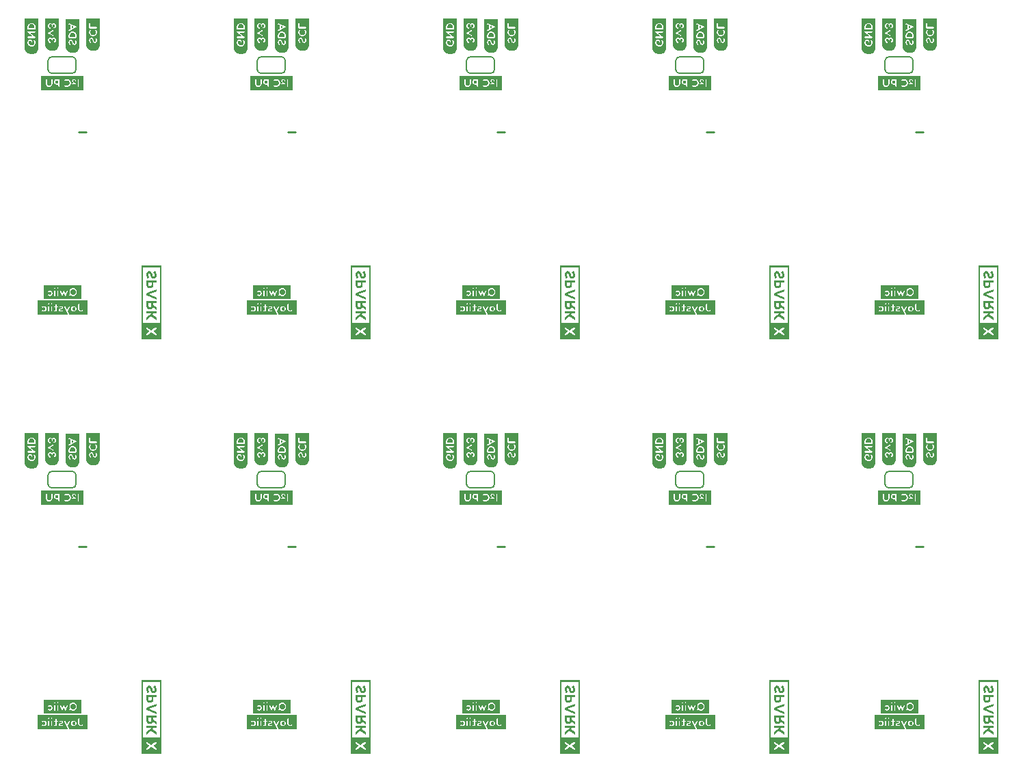
<source format=gbo>
G04 #@! TF.FileFunction,Legend,Bot*
%FSLAX46Y46*%
G04 Gerber Fmt 4.6, Leading zero omitted, Abs format (unit mm)*
G04 Created by KiCad (PCBNEW 4.0.6) date 02/21/18 15:23:46*
%MOMM*%
%LPD*%
G01*
G04 APERTURE LIST*
%ADD10C,0.100000*%
%ADD11C,0.254000*%
%ADD12C,0.066040*%
%ADD13C,0.152400*%
G04 APERTURE END LIST*
D10*
D11*
X167869809Y-109077276D02*
X166902190Y-109077276D01*
X141961809Y-109077276D02*
X140994190Y-109077276D01*
X116053809Y-109077276D02*
X115086190Y-109077276D01*
X90145809Y-109077276D02*
X89178190Y-109077276D01*
X64237809Y-109077276D02*
X63270190Y-109077276D01*
X167869809Y-57769276D02*
X166902190Y-57769276D01*
X141961809Y-57769276D02*
X140994190Y-57769276D01*
X116053809Y-57769276D02*
X115086190Y-57769276D01*
X90145809Y-57769276D02*
X89178190Y-57769276D01*
X64237809Y-57769276D02*
X63270190Y-57769276D01*
D12*
X167883840Y-130004820D02*
X161843720Y-130004820D01*
X161843720Y-130004820D02*
X161843720Y-129966720D01*
X167883840Y-129966720D02*
X161843720Y-129966720D01*
X167883840Y-130004820D02*
X167883840Y-129966720D01*
X167883840Y-130045460D02*
X161843720Y-130045460D01*
X161843720Y-130045460D02*
X161843720Y-130004820D01*
X167883840Y-130004820D02*
X161843720Y-130004820D01*
X167883840Y-130045460D02*
X167883840Y-130004820D01*
X167883840Y-130086100D02*
X161843720Y-130086100D01*
X161843720Y-130086100D02*
X161843720Y-130045460D01*
X167883840Y-130045460D02*
X161843720Y-130045460D01*
X167883840Y-130086100D02*
X167883840Y-130045460D01*
X167883840Y-130126740D02*
X161843720Y-130126740D01*
X161843720Y-130126740D02*
X161843720Y-130086100D01*
X167883840Y-130086100D02*
X161843720Y-130086100D01*
X167883840Y-130126740D02*
X167883840Y-130086100D01*
X167883840Y-130164840D02*
X161843720Y-130164840D01*
X161843720Y-130164840D02*
X161843720Y-130126740D01*
X167883840Y-130126740D02*
X161843720Y-130126740D01*
X167883840Y-130164840D02*
X167883840Y-130126740D01*
X167883840Y-130205480D02*
X161843720Y-130205480D01*
X161843720Y-130205480D02*
X161843720Y-130164840D01*
X167883840Y-130164840D02*
X161843720Y-130164840D01*
X167883840Y-130205480D02*
X167883840Y-130164840D01*
X167883840Y-130246120D02*
X163603940Y-130246120D01*
X163603940Y-130246120D02*
X163603940Y-130205480D01*
X167883840Y-130205480D02*
X163603940Y-130205480D01*
X167883840Y-130246120D02*
X167883840Y-130205480D01*
X163443920Y-130246120D02*
X163243260Y-130246120D01*
X163243260Y-130246120D02*
X163243260Y-130205480D01*
X163443920Y-130205480D02*
X163243260Y-130205480D01*
X163443920Y-130246120D02*
X163443920Y-130205480D01*
X163083240Y-130246120D02*
X161843720Y-130246120D01*
X161843720Y-130246120D02*
X161843720Y-130205480D01*
X163083240Y-130205480D02*
X161843720Y-130205480D01*
X163083240Y-130246120D02*
X163083240Y-130205480D01*
X167883840Y-130286760D02*
X163642040Y-130286760D01*
X163642040Y-130286760D02*
X163642040Y-130246120D01*
X167883840Y-130246120D02*
X163642040Y-130246120D01*
X167883840Y-130286760D02*
X167883840Y-130246120D01*
X163403280Y-130286760D02*
X163283900Y-130286760D01*
X163283900Y-130286760D02*
X163283900Y-130246120D01*
X163403280Y-130246120D02*
X163283900Y-130246120D01*
X163403280Y-130286760D02*
X163403280Y-130246120D01*
X163042600Y-130286760D02*
X161843720Y-130286760D01*
X161843720Y-130286760D02*
X161843720Y-130246120D01*
X163042600Y-130246120D02*
X161843720Y-130246120D01*
X163042600Y-130286760D02*
X163042600Y-130246120D01*
X167883840Y-130324860D02*
X166964360Y-130324860D01*
X166964360Y-130324860D02*
X166964360Y-130286760D01*
X167883840Y-130286760D02*
X166964360Y-130286760D01*
X167883840Y-130324860D02*
X167883840Y-130286760D01*
X166804340Y-130324860D02*
X163642040Y-130324860D01*
X163642040Y-130324860D02*
X163642040Y-130286760D01*
X166804340Y-130286760D02*
X163642040Y-130286760D01*
X166804340Y-130324860D02*
X166804340Y-130286760D01*
X163403280Y-130324860D02*
X163283900Y-130324860D01*
X163283900Y-130324860D02*
X163283900Y-130286760D01*
X163403280Y-130286760D02*
X163283900Y-130286760D01*
X163403280Y-130324860D02*
X163403280Y-130286760D01*
X163042600Y-130324860D02*
X161843720Y-130324860D01*
X161843720Y-130324860D02*
X161843720Y-130286760D01*
X163042600Y-130286760D02*
X161843720Y-130286760D01*
X163042600Y-130324860D02*
X163042600Y-130286760D01*
X167883840Y-130365500D02*
X167002460Y-130365500D01*
X167002460Y-130365500D02*
X167002460Y-130324860D01*
X167883840Y-130324860D02*
X167002460Y-130324860D01*
X167883840Y-130365500D02*
X167883840Y-130324860D01*
X166763700Y-130365500D02*
X164203380Y-130365500D01*
X164203380Y-130365500D02*
X164203380Y-130324860D01*
X166763700Y-130324860D02*
X164203380Y-130324860D01*
X166763700Y-130365500D02*
X166763700Y-130324860D01*
X163962080Y-130365500D02*
X163642040Y-130365500D01*
X163642040Y-130365500D02*
X163642040Y-130324860D01*
X163962080Y-130324860D02*
X163642040Y-130324860D01*
X163962080Y-130365500D02*
X163962080Y-130324860D01*
X163403280Y-130365500D02*
X163283900Y-130365500D01*
X163283900Y-130365500D02*
X163283900Y-130324860D01*
X163403280Y-130324860D02*
X163283900Y-130324860D01*
X163403280Y-130365500D02*
X163403280Y-130324860D01*
X163042600Y-130365500D02*
X161843720Y-130365500D01*
X161843720Y-130365500D02*
X161843720Y-130324860D01*
X163042600Y-130324860D02*
X161843720Y-130324860D01*
X163042600Y-130365500D02*
X163042600Y-130324860D01*
X167883840Y-130406140D02*
X167002460Y-130406140D01*
X167002460Y-130406140D02*
X167002460Y-130365500D01*
X167883840Y-130365500D02*
X167002460Y-130365500D01*
X167883840Y-130406140D02*
X167883840Y-130365500D01*
X166763700Y-130406140D02*
X164203380Y-130406140D01*
X164203380Y-130406140D02*
X164203380Y-130365500D01*
X166763700Y-130365500D02*
X164203380Y-130365500D01*
X166763700Y-130406140D02*
X166763700Y-130365500D01*
X163962080Y-130406140D02*
X163642040Y-130406140D01*
X163642040Y-130406140D02*
X163642040Y-130365500D01*
X163962080Y-130365500D02*
X163642040Y-130365500D01*
X163962080Y-130406140D02*
X163962080Y-130365500D01*
X163403280Y-130406140D02*
X163283900Y-130406140D01*
X163283900Y-130406140D02*
X163283900Y-130365500D01*
X163403280Y-130365500D02*
X163283900Y-130365500D01*
X163403280Y-130406140D02*
X163403280Y-130365500D01*
X163042600Y-130406140D02*
X161843720Y-130406140D01*
X161843720Y-130406140D02*
X161843720Y-130365500D01*
X163042600Y-130365500D02*
X161843720Y-130365500D01*
X163042600Y-130406140D02*
X163042600Y-130365500D01*
X167883840Y-130446780D02*
X167002460Y-130446780D01*
X167002460Y-130446780D02*
X167002460Y-130406140D01*
X167883840Y-130406140D02*
X167002460Y-130406140D01*
X167883840Y-130446780D02*
X167883840Y-130406140D01*
X166763700Y-130446780D02*
X164203380Y-130446780D01*
X164203380Y-130446780D02*
X164203380Y-130406140D01*
X166763700Y-130406140D02*
X164203380Y-130406140D01*
X166763700Y-130446780D02*
X166763700Y-130406140D01*
X163962080Y-130446780D02*
X163642040Y-130446780D01*
X163642040Y-130446780D02*
X163642040Y-130406140D01*
X163962080Y-130406140D02*
X163642040Y-130406140D01*
X163962080Y-130446780D02*
X163962080Y-130406140D01*
X163403280Y-130446780D02*
X163243260Y-130446780D01*
X163243260Y-130446780D02*
X163243260Y-130406140D01*
X163403280Y-130406140D02*
X163243260Y-130406140D01*
X163403280Y-130446780D02*
X163403280Y-130406140D01*
X163042600Y-130446780D02*
X161843720Y-130446780D01*
X161843720Y-130446780D02*
X161843720Y-130406140D01*
X163042600Y-130406140D02*
X161843720Y-130406140D01*
X163042600Y-130446780D02*
X163042600Y-130406140D01*
X167883840Y-130484880D02*
X167002460Y-130484880D01*
X167002460Y-130484880D02*
X167002460Y-130446780D01*
X167883840Y-130446780D02*
X167002460Y-130446780D01*
X167883840Y-130484880D02*
X167883840Y-130446780D01*
X166763700Y-130484880D02*
X164203380Y-130484880D01*
X164203380Y-130484880D02*
X164203380Y-130446780D01*
X166763700Y-130446780D02*
X164203380Y-130446780D01*
X166763700Y-130484880D02*
X166763700Y-130446780D01*
X163962080Y-130484880D02*
X161843720Y-130484880D01*
X161843720Y-130484880D02*
X161843720Y-130446780D01*
X163962080Y-130446780D02*
X161843720Y-130446780D01*
X163962080Y-130484880D02*
X163962080Y-130446780D01*
X167883840Y-130525520D02*
X167002460Y-130525520D01*
X167002460Y-130525520D02*
X167002460Y-130484880D01*
X167883840Y-130484880D02*
X167002460Y-130484880D01*
X167883840Y-130525520D02*
X167883840Y-130484880D01*
X166763700Y-130525520D02*
X164203380Y-130525520D01*
X164203380Y-130525520D02*
X164203380Y-130484880D01*
X166763700Y-130484880D02*
X164203380Y-130484880D01*
X166763700Y-130525520D02*
X166763700Y-130484880D01*
X163962080Y-130525520D02*
X161843720Y-130525520D01*
X161843720Y-130525520D02*
X161843720Y-130484880D01*
X163962080Y-130484880D02*
X161843720Y-130484880D01*
X163962080Y-130525520D02*
X163962080Y-130484880D01*
X167883840Y-130566160D02*
X167002460Y-130566160D01*
X167002460Y-130566160D02*
X167002460Y-130525520D01*
X167883840Y-130525520D02*
X167002460Y-130525520D01*
X167883840Y-130566160D02*
X167883840Y-130525520D01*
X166763700Y-130566160D02*
X164203380Y-130566160D01*
X164203380Y-130566160D02*
X164203380Y-130525520D01*
X166763700Y-130525520D02*
X164203380Y-130525520D01*
X166763700Y-130566160D02*
X166763700Y-130525520D01*
X163962080Y-130566160D02*
X161843720Y-130566160D01*
X161843720Y-130566160D02*
X161843720Y-130525520D01*
X163962080Y-130525520D02*
X161843720Y-130525520D01*
X163962080Y-130566160D02*
X163962080Y-130525520D01*
X167883840Y-130606800D02*
X167002460Y-130606800D01*
X167002460Y-130606800D02*
X167002460Y-130566160D01*
X167883840Y-130566160D02*
X167002460Y-130566160D01*
X167883840Y-130606800D02*
X167883840Y-130566160D01*
X166763700Y-130606800D02*
X166443660Y-130606800D01*
X166443660Y-130606800D02*
X166443660Y-130566160D01*
X166763700Y-130566160D02*
X166443660Y-130566160D01*
X166763700Y-130606800D02*
X166763700Y-130566160D01*
X166123620Y-130606800D02*
X165803580Y-130606800D01*
X165803580Y-130606800D02*
X165803580Y-130566160D01*
X166123620Y-130566160D02*
X165803580Y-130566160D01*
X166123620Y-130606800D02*
X166123620Y-130566160D01*
X165643560Y-130606800D02*
X165242240Y-130606800D01*
X165242240Y-130606800D02*
X165242240Y-130566160D01*
X165643560Y-130566160D02*
X165242240Y-130566160D01*
X165643560Y-130606800D02*
X165643560Y-130566160D01*
X165122860Y-130606800D02*
X164843460Y-130606800D01*
X164843460Y-130606800D02*
X164843460Y-130566160D01*
X165122860Y-130566160D02*
X164843460Y-130566160D01*
X165122860Y-130606800D02*
X165122860Y-130566160D01*
X164523420Y-130606800D02*
X164282120Y-130606800D01*
X164282120Y-130606800D02*
X164282120Y-130566160D01*
X164523420Y-130566160D02*
X164282120Y-130566160D01*
X164523420Y-130606800D02*
X164523420Y-130566160D01*
X163802060Y-130606800D02*
X163603940Y-130606800D01*
X163603940Y-130606800D02*
X163603940Y-130566160D01*
X163802060Y-130566160D02*
X163603940Y-130566160D01*
X163802060Y-130606800D02*
X163802060Y-130566160D01*
X163443920Y-130606800D02*
X163243260Y-130606800D01*
X163243260Y-130606800D02*
X163243260Y-130566160D01*
X163443920Y-130566160D02*
X163243260Y-130566160D01*
X163443920Y-130606800D02*
X163443920Y-130566160D01*
X163083240Y-130606800D02*
X162684460Y-130606800D01*
X162684460Y-130606800D02*
X162684460Y-130566160D01*
X163083240Y-130566160D02*
X162684460Y-130566160D01*
X163083240Y-130606800D02*
X163083240Y-130566160D01*
X162443160Y-130606800D02*
X161843720Y-130606800D01*
X161843720Y-130606800D02*
X161843720Y-130566160D01*
X162443160Y-130566160D02*
X161843720Y-130566160D01*
X162443160Y-130606800D02*
X162443160Y-130566160D01*
X167883840Y-130644900D02*
X167002460Y-130644900D01*
X167002460Y-130644900D02*
X167002460Y-130606800D01*
X167883840Y-130606800D02*
X167002460Y-130606800D01*
X167883840Y-130644900D02*
X167883840Y-130606800D01*
X166763700Y-130644900D02*
X166484300Y-130644900D01*
X166484300Y-130644900D02*
X166484300Y-130606800D01*
X166763700Y-130606800D02*
X166484300Y-130606800D01*
X166763700Y-130644900D02*
X166763700Y-130606800D01*
X166042340Y-130644900D02*
X165844220Y-130644900D01*
X165844220Y-130644900D02*
X165844220Y-130606800D01*
X166042340Y-130606800D02*
X165844220Y-130606800D01*
X166042340Y-130644900D02*
X166042340Y-130606800D01*
X165602920Y-130644900D02*
X165282880Y-130644900D01*
X165282880Y-130644900D02*
X165282880Y-130606800D01*
X165602920Y-130606800D02*
X165282880Y-130606800D01*
X165602920Y-130644900D02*
X165602920Y-130606800D01*
X165044120Y-130644900D02*
X164922200Y-130644900D01*
X164922200Y-130644900D02*
X164922200Y-130606800D01*
X165044120Y-130606800D02*
X164922200Y-130606800D01*
X165044120Y-130644900D02*
X165044120Y-130606800D01*
X164442140Y-130644900D02*
X164322760Y-130644900D01*
X164322760Y-130644900D02*
X164322760Y-130606800D01*
X164442140Y-130606800D02*
X164322760Y-130606800D01*
X164442140Y-130644900D02*
X164442140Y-130606800D01*
X163763960Y-130644900D02*
X163642040Y-130644900D01*
X163642040Y-130644900D02*
X163642040Y-130606800D01*
X163763960Y-130606800D02*
X163642040Y-130606800D01*
X163763960Y-130644900D02*
X163763960Y-130606800D01*
X163403280Y-130644900D02*
X163283900Y-130644900D01*
X163283900Y-130644900D02*
X163283900Y-130606800D01*
X163403280Y-130606800D02*
X163283900Y-130606800D01*
X163403280Y-130644900D02*
X163403280Y-130606800D01*
X163042600Y-130644900D02*
X162763200Y-130644900D01*
X162763200Y-130644900D02*
X162763200Y-130606800D01*
X163042600Y-130606800D02*
X162763200Y-130606800D01*
X163042600Y-130644900D02*
X163042600Y-130606800D01*
X162364420Y-130644900D02*
X161843720Y-130644900D01*
X161843720Y-130644900D02*
X161843720Y-130606800D01*
X162364420Y-130606800D02*
X161843720Y-130606800D01*
X162364420Y-130644900D02*
X162364420Y-130606800D01*
X167883840Y-130685540D02*
X167002460Y-130685540D01*
X167002460Y-130685540D02*
X167002460Y-130644900D01*
X167883840Y-130644900D02*
X167002460Y-130644900D01*
X167883840Y-130685540D02*
X167883840Y-130644900D01*
X166763700Y-130685540D02*
X166522400Y-130685540D01*
X166522400Y-130685540D02*
X166522400Y-130644900D01*
X166763700Y-130644900D02*
X166522400Y-130644900D01*
X166763700Y-130685540D02*
X166763700Y-130644900D01*
X166004240Y-130685540D02*
X165844220Y-130685540D01*
X165844220Y-130685540D02*
X165844220Y-130644900D01*
X166004240Y-130644900D02*
X165844220Y-130644900D01*
X166004240Y-130685540D02*
X166004240Y-130644900D01*
X165602920Y-130685540D02*
X165282880Y-130685540D01*
X165282880Y-130685540D02*
X165282880Y-130644900D01*
X165602920Y-130644900D02*
X165282880Y-130644900D01*
X165602920Y-130685540D02*
X165602920Y-130644900D01*
X165044120Y-130685540D02*
X164962840Y-130685540D01*
X164962840Y-130685540D02*
X164962840Y-130644900D01*
X165044120Y-130644900D02*
X164962840Y-130644900D01*
X165044120Y-130685540D02*
X165044120Y-130644900D01*
X164404040Y-130685540D02*
X164322760Y-130685540D01*
X164322760Y-130685540D02*
X164322760Y-130644900D01*
X164404040Y-130644900D02*
X164322760Y-130644900D01*
X164404040Y-130685540D02*
X164404040Y-130644900D01*
X163763960Y-130685540D02*
X163642040Y-130685540D01*
X163642040Y-130685540D02*
X163642040Y-130644900D01*
X163763960Y-130644900D02*
X163642040Y-130644900D01*
X163763960Y-130685540D02*
X163763960Y-130644900D01*
X163403280Y-130685540D02*
X163283900Y-130685540D01*
X163283900Y-130685540D02*
X163283900Y-130644900D01*
X163403280Y-130644900D02*
X163283900Y-130644900D01*
X163403280Y-130685540D02*
X163403280Y-130644900D01*
X163042600Y-130685540D02*
X162803840Y-130685540D01*
X162803840Y-130685540D02*
X162803840Y-130644900D01*
X163042600Y-130644900D02*
X162803840Y-130644900D01*
X163042600Y-130685540D02*
X163042600Y-130644900D01*
X162283140Y-130685540D02*
X161843720Y-130685540D01*
X161843720Y-130685540D02*
X161843720Y-130644900D01*
X162283140Y-130644900D02*
X161843720Y-130644900D01*
X162283140Y-130685540D02*
X162283140Y-130644900D01*
X167883840Y-130726180D02*
X167002460Y-130726180D01*
X167002460Y-130726180D02*
X167002460Y-130685540D01*
X167883840Y-130685540D02*
X167002460Y-130685540D01*
X167883840Y-130726180D02*
X167883840Y-130685540D01*
X166763700Y-130726180D02*
X166563040Y-130726180D01*
X166563040Y-130726180D02*
X166563040Y-130685540D01*
X166763700Y-130685540D02*
X166563040Y-130685540D01*
X166763700Y-130726180D02*
X166763700Y-130685540D01*
X165963600Y-130726180D02*
X165844220Y-130726180D01*
X165844220Y-130726180D02*
X165844220Y-130685540D01*
X165963600Y-130685540D02*
X165844220Y-130685540D01*
X165963600Y-130726180D02*
X165963600Y-130685540D01*
X165562280Y-130726180D02*
X165323520Y-130726180D01*
X165323520Y-130726180D02*
X165323520Y-130685540D01*
X165562280Y-130685540D02*
X165323520Y-130685540D01*
X165562280Y-130726180D02*
X165562280Y-130685540D01*
X165044120Y-130726180D02*
X164962840Y-130726180D01*
X164962840Y-130726180D02*
X164962840Y-130685540D01*
X165044120Y-130685540D02*
X164962840Y-130685540D01*
X165044120Y-130726180D02*
X165044120Y-130685540D01*
X164442140Y-130726180D02*
X164322760Y-130726180D01*
X164322760Y-130726180D02*
X164322760Y-130685540D01*
X164442140Y-130685540D02*
X164322760Y-130685540D01*
X164442140Y-130726180D02*
X164442140Y-130685540D01*
X163723320Y-130726180D02*
X163642040Y-130726180D01*
X163642040Y-130726180D02*
X163642040Y-130685540D01*
X163723320Y-130685540D02*
X163642040Y-130685540D01*
X163723320Y-130726180D02*
X163723320Y-130685540D01*
X163403280Y-130726180D02*
X163283900Y-130726180D01*
X163283900Y-130726180D02*
X163283900Y-130685540D01*
X163403280Y-130685540D02*
X163283900Y-130685540D01*
X163403280Y-130726180D02*
X163403280Y-130685540D01*
X163042600Y-130726180D02*
X162844480Y-130726180D01*
X162844480Y-130726180D02*
X162844480Y-130685540D01*
X163042600Y-130685540D02*
X162844480Y-130685540D01*
X163042600Y-130726180D02*
X163042600Y-130685540D01*
X162283140Y-130726180D02*
X161843720Y-130726180D01*
X161843720Y-130726180D02*
X161843720Y-130685540D01*
X162283140Y-130685540D02*
X161843720Y-130685540D01*
X162283140Y-130726180D02*
X162283140Y-130685540D01*
X167883840Y-130766820D02*
X167002460Y-130766820D01*
X167002460Y-130766820D02*
X167002460Y-130726180D01*
X167883840Y-130726180D02*
X167002460Y-130726180D01*
X167883840Y-130766820D02*
X167883840Y-130726180D01*
X166763700Y-130766820D02*
X166603680Y-130766820D01*
X166603680Y-130766820D02*
X166603680Y-130726180D01*
X166763700Y-130726180D02*
X166603680Y-130726180D01*
X166763700Y-130766820D02*
X166763700Y-130726180D01*
X165922960Y-130766820D02*
X165844220Y-130766820D01*
X165844220Y-130766820D02*
X165844220Y-130726180D01*
X165922960Y-130726180D02*
X165844220Y-130726180D01*
X165922960Y-130766820D02*
X165922960Y-130726180D01*
X165562280Y-130766820D02*
X165323520Y-130766820D01*
X165323520Y-130766820D02*
X165323520Y-130726180D01*
X165562280Y-130726180D02*
X165323520Y-130726180D01*
X165562280Y-130766820D02*
X165562280Y-130726180D01*
X165082220Y-130766820D02*
X164962840Y-130766820D01*
X164962840Y-130766820D02*
X164962840Y-130726180D01*
X165082220Y-130726180D02*
X164962840Y-130726180D01*
X165082220Y-130766820D02*
X165082220Y-130726180D01*
X164442140Y-130766820D02*
X164322760Y-130766820D01*
X164322760Y-130766820D02*
X164322760Y-130726180D01*
X164442140Y-130726180D02*
X164322760Y-130726180D01*
X164442140Y-130766820D02*
X164442140Y-130726180D01*
X163763960Y-130766820D02*
X163642040Y-130766820D01*
X163642040Y-130766820D02*
X163642040Y-130726180D01*
X163763960Y-130726180D02*
X163642040Y-130726180D01*
X163763960Y-130766820D02*
X163763960Y-130726180D01*
X163403280Y-130766820D02*
X163283900Y-130766820D01*
X163283900Y-130766820D02*
X163283900Y-130726180D01*
X163403280Y-130726180D02*
X163283900Y-130726180D01*
X163403280Y-130766820D02*
X163403280Y-130726180D01*
X163042600Y-130766820D02*
X162882580Y-130766820D01*
X162882580Y-130766820D02*
X162882580Y-130726180D01*
X163042600Y-130726180D02*
X162882580Y-130726180D01*
X163042600Y-130766820D02*
X163042600Y-130726180D01*
X162283140Y-130766820D02*
X161843720Y-130766820D01*
X161843720Y-130766820D02*
X161843720Y-130726180D01*
X162283140Y-130726180D02*
X161843720Y-130726180D01*
X162283140Y-130766820D02*
X162283140Y-130726180D01*
X167883840Y-130802380D02*
X167002460Y-130802380D01*
X167002460Y-130802380D02*
X167002460Y-130766820D01*
X167883840Y-130766820D02*
X167002460Y-130766820D01*
X167883840Y-130802380D02*
X167883840Y-130766820D01*
X166763700Y-130802380D02*
X166644320Y-130802380D01*
X166644320Y-130802380D02*
X166644320Y-130766820D01*
X166763700Y-130766820D02*
X166644320Y-130766820D01*
X166763700Y-130802380D02*
X166763700Y-130766820D01*
X165922960Y-130802380D02*
X165803580Y-130802380D01*
X165803580Y-130802380D02*
X165803580Y-130766820D01*
X165922960Y-130766820D02*
X165803580Y-130766820D01*
X165922960Y-130802380D02*
X165922960Y-130766820D01*
X165524180Y-130802380D02*
X165364160Y-130802380D01*
X165364160Y-130802380D02*
X165364160Y-130766820D01*
X165524180Y-130766820D02*
X165364160Y-130766820D01*
X165524180Y-130802380D02*
X165524180Y-130766820D01*
X165082220Y-130802380D02*
X164962840Y-130802380D01*
X164962840Y-130802380D02*
X164962840Y-130766820D01*
X165082220Y-130766820D02*
X164962840Y-130766820D01*
X165082220Y-130802380D02*
X165082220Y-130766820D01*
X164762180Y-130802380D02*
X164523420Y-130802380D01*
X164523420Y-130802380D02*
X164523420Y-130766820D01*
X164762180Y-130766820D02*
X164523420Y-130766820D01*
X164762180Y-130802380D02*
X164762180Y-130766820D01*
X164482780Y-130802380D02*
X164322760Y-130802380D01*
X164322760Y-130802380D02*
X164322760Y-130766820D01*
X164482780Y-130766820D02*
X164322760Y-130766820D01*
X164482780Y-130802380D02*
X164482780Y-130766820D01*
X163763960Y-130802380D02*
X163642040Y-130802380D01*
X163642040Y-130802380D02*
X163642040Y-130766820D01*
X163763960Y-130766820D02*
X163642040Y-130766820D01*
X163763960Y-130802380D02*
X163763960Y-130766820D01*
X163403280Y-130802380D02*
X163283900Y-130802380D01*
X163283900Y-130802380D02*
X163283900Y-130766820D01*
X163403280Y-130766820D02*
X163283900Y-130766820D01*
X163403280Y-130802380D02*
X163403280Y-130766820D01*
X163042600Y-130802380D02*
X162923220Y-130802380D01*
X162923220Y-130802380D02*
X162923220Y-130766820D01*
X163042600Y-130766820D02*
X162923220Y-130766820D01*
X163042600Y-130802380D02*
X163042600Y-130766820D01*
X162323780Y-130802380D02*
X161843720Y-130802380D01*
X161843720Y-130802380D02*
X161843720Y-130766820D01*
X162323780Y-130766820D02*
X161843720Y-130766820D01*
X162323780Y-130802380D02*
X162323780Y-130766820D01*
X167883840Y-130843020D02*
X167002460Y-130843020D01*
X167002460Y-130843020D02*
X167002460Y-130802380D01*
X167883840Y-130802380D02*
X167002460Y-130802380D01*
X167883840Y-130843020D02*
X167883840Y-130802380D01*
X166763700Y-130843020D02*
X166644320Y-130843020D01*
X166644320Y-130843020D02*
X166644320Y-130802380D01*
X166763700Y-130802380D02*
X166644320Y-130802380D01*
X166763700Y-130843020D02*
X166763700Y-130802380D01*
X166362380Y-130843020D02*
X166202360Y-130843020D01*
X166202360Y-130843020D02*
X166202360Y-130802380D01*
X166362380Y-130802380D02*
X166202360Y-130802380D01*
X166362380Y-130843020D02*
X166362380Y-130802380D01*
X165882320Y-130843020D02*
X165762940Y-130843020D01*
X165762940Y-130843020D02*
X165762940Y-130802380D01*
X165882320Y-130802380D02*
X165762940Y-130802380D01*
X165882320Y-130843020D02*
X165882320Y-130802380D01*
X165483540Y-130843020D02*
X165364160Y-130843020D01*
X165364160Y-130843020D02*
X165364160Y-130802380D01*
X165483540Y-130802380D02*
X165364160Y-130802380D01*
X165483540Y-130843020D02*
X165483540Y-130802380D01*
X165082220Y-130843020D02*
X164962840Y-130843020D01*
X164962840Y-130843020D02*
X164962840Y-130802380D01*
X165082220Y-130802380D02*
X164962840Y-130802380D01*
X165082220Y-130843020D02*
X165082220Y-130802380D01*
X164724080Y-130843020D02*
X164203380Y-130843020D01*
X164203380Y-130843020D02*
X164203380Y-130802380D01*
X164724080Y-130802380D02*
X164203380Y-130802380D01*
X164724080Y-130843020D02*
X164724080Y-130802380D01*
X163962080Y-130843020D02*
X163642040Y-130843020D01*
X163642040Y-130843020D02*
X163642040Y-130802380D01*
X163962080Y-130802380D02*
X163642040Y-130802380D01*
X163962080Y-130843020D02*
X163962080Y-130802380D01*
X163403280Y-130843020D02*
X163283900Y-130843020D01*
X163283900Y-130843020D02*
X163283900Y-130802380D01*
X163403280Y-130802380D02*
X163283900Y-130802380D01*
X163403280Y-130843020D02*
X163403280Y-130802380D01*
X163042600Y-130843020D02*
X162923220Y-130843020D01*
X162923220Y-130843020D02*
X162923220Y-130802380D01*
X163042600Y-130802380D02*
X162923220Y-130802380D01*
X163042600Y-130843020D02*
X163042600Y-130802380D01*
X162603180Y-130843020D02*
X162483800Y-130843020D01*
X162483800Y-130843020D02*
X162483800Y-130802380D01*
X162603180Y-130802380D02*
X162483800Y-130802380D01*
X162603180Y-130843020D02*
X162603180Y-130802380D01*
X162323780Y-130843020D02*
X161843720Y-130843020D01*
X161843720Y-130843020D02*
X161843720Y-130802380D01*
X162323780Y-130802380D02*
X161843720Y-130802380D01*
X162323780Y-130843020D02*
X162323780Y-130802380D01*
X167883840Y-130883660D02*
X167002460Y-130883660D01*
X167002460Y-130883660D02*
X167002460Y-130843020D01*
X167883840Y-130843020D02*
X167002460Y-130843020D01*
X167883840Y-130883660D02*
X167883840Y-130843020D01*
X166763700Y-130883660D02*
X166644320Y-130883660D01*
X166644320Y-130883660D02*
X166644320Y-130843020D01*
X166763700Y-130843020D02*
X166644320Y-130843020D01*
X166763700Y-130883660D02*
X166763700Y-130843020D01*
X166403020Y-130883660D02*
X166164260Y-130883660D01*
X166164260Y-130883660D02*
X166164260Y-130843020D01*
X166403020Y-130843020D02*
X166164260Y-130843020D01*
X166403020Y-130883660D02*
X166403020Y-130843020D01*
X165882320Y-130883660D02*
X165762940Y-130883660D01*
X165762940Y-130883660D02*
X165762940Y-130843020D01*
X165882320Y-130843020D02*
X165762940Y-130843020D01*
X165882320Y-130883660D02*
X165882320Y-130843020D01*
X165483540Y-130883660D02*
X165364160Y-130883660D01*
X165364160Y-130883660D02*
X165364160Y-130843020D01*
X165483540Y-130843020D02*
X165364160Y-130843020D01*
X165483540Y-130883660D02*
X165483540Y-130843020D01*
X165122860Y-130883660D02*
X164962840Y-130883660D01*
X164962840Y-130883660D02*
X164962840Y-130843020D01*
X165122860Y-130843020D02*
X164962840Y-130843020D01*
X165122860Y-130883660D02*
X165122860Y-130843020D01*
X164564060Y-130883660D02*
X164203380Y-130883660D01*
X164203380Y-130883660D02*
X164203380Y-130843020D01*
X164564060Y-130843020D02*
X164203380Y-130843020D01*
X164564060Y-130883660D02*
X164564060Y-130843020D01*
X163962080Y-130883660D02*
X163642040Y-130883660D01*
X163642040Y-130883660D02*
X163642040Y-130843020D01*
X163962080Y-130843020D02*
X163642040Y-130843020D01*
X163962080Y-130883660D02*
X163962080Y-130843020D01*
X163403280Y-130883660D02*
X163283900Y-130883660D01*
X163283900Y-130883660D02*
X163283900Y-130843020D01*
X163403280Y-130843020D02*
X163283900Y-130843020D01*
X163403280Y-130883660D02*
X163403280Y-130843020D01*
X163042600Y-130883660D02*
X162923220Y-130883660D01*
X162923220Y-130883660D02*
X162923220Y-130843020D01*
X163042600Y-130843020D02*
X162923220Y-130843020D01*
X163042600Y-130883660D02*
X163042600Y-130843020D01*
X162684460Y-130883660D02*
X161843720Y-130883660D01*
X161843720Y-130883660D02*
X161843720Y-130843020D01*
X162684460Y-130843020D02*
X161843720Y-130843020D01*
X162684460Y-130883660D02*
X162684460Y-130843020D01*
X167883840Y-130924300D02*
X167002460Y-130924300D01*
X167002460Y-130924300D02*
X167002460Y-130883660D01*
X167883840Y-130883660D02*
X167002460Y-130883660D01*
X167883840Y-130924300D02*
X167883840Y-130883660D01*
X166763700Y-130924300D02*
X166644320Y-130924300D01*
X166644320Y-130924300D02*
X166644320Y-130883660D01*
X166763700Y-130883660D02*
X166644320Y-130883660D01*
X166763700Y-130924300D02*
X166763700Y-130883660D01*
X166403020Y-130924300D02*
X166123620Y-130924300D01*
X166123620Y-130924300D02*
X166123620Y-130883660D01*
X166403020Y-130883660D02*
X166123620Y-130883660D01*
X166403020Y-130924300D02*
X166403020Y-130883660D01*
X165882320Y-130924300D02*
X165722300Y-130924300D01*
X165722300Y-130924300D02*
X165722300Y-130883660D01*
X165882320Y-130883660D02*
X165722300Y-130883660D01*
X165882320Y-130924300D02*
X165882320Y-130883660D01*
X165442900Y-130924300D02*
X165402260Y-130924300D01*
X165402260Y-130924300D02*
X165402260Y-130883660D01*
X165442900Y-130883660D02*
X165402260Y-130883660D01*
X165442900Y-130924300D02*
X165442900Y-130883660D01*
X165122860Y-130924300D02*
X164962840Y-130924300D01*
X164962840Y-130924300D02*
X164962840Y-130883660D01*
X165122860Y-130883660D02*
X164962840Y-130883660D01*
X165122860Y-130924300D02*
X165122860Y-130883660D01*
X164442140Y-130924300D02*
X164203380Y-130924300D01*
X164203380Y-130924300D02*
X164203380Y-130883660D01*
X164442140Y-130883660D02*
X164203380Y-130883660D01*
X164442140Y-130924300D02*
X164442140Y-130883660D01*
X163962080Y-130924300D02*
X163642040Y-130924300D01*
X163642040Y-130924300D02*
X163642040Y-130883660D01*
X163962080Y-130883660D02*
X163642040Y-130883660D01*
X163962080Y-130924300D02*
X163962080Y-130883660D01*
X163403280Y-130924300D02*
X163283900Y-130924300D01*
X163283900Y-130924300D02*
X163283900Y-130883660D01*
X163403280Y-130883660D02*
X163283900Y-130883660D01*
X163403280Y-130924300D02*
X163403280Y-130883660D01*
X163042600Y-130924300D02*
X162923220Y-130924300D01*
X162923220Y-130924300D02*
X162923220Y-130883660D01*
X163042600Y-130883660D02*
X162923220Y-130883660D01*
X163042600Y-130924300D02*
X163042600Y-130883660D01*
X162684460Y-130924300D02*
X161843720Y-130924300D01*
X161843720Y-130924300D02*
X161843720Y-130883660D01*
X162684460Y-130883660D02*
X161843720Y-130883660D01*
X162684460Y-130924300D02*
X162684460Y-130883660D01*
X167883840Y-130962400D02*
X167002460Y-130962400D01*
X167002460Y-130962400D02*
X167002460Y-130924300D01*
X167883840Y-130924300D02*
X167002460Y-130924300D01*
X167883840Y-130962400D02*
X167883840Y-130924300D01*
X166763700Y-130962400D02*
X166682420Y-130962400D01*
X166682420Y-130962400D02*
X166682420Y-130924300D01*
X166763700Y-130924300D02*
X166682420Y-130924300D01*
X166763700Y-130962400D02*
X166763700Y-130924300D01*
X166403020Y-130962400D02*
X166123620Y-130962400D01*
X166123620Y-130962400D02*
X166123620Y-130924300D01*
X166403020Y-130924300D02*
X166123620Y-130924300D01*
X166403020Y-130962400D02*
X166403020Y-130924300D01*
X165882320Y-130962400D02*
X165722300Y-130962400D01*
X165722300Y-130962400D02*
X165722300Y-130924300D01*
X165882320Y-130924300D02*
X165722300Y-130924300D01*
X165882320Y-130962400D02*
X165882320Y-130924300D01*
X165163500Y-130962400D02*
X164922200Y-130962400D01*
X164922200Y-130962400D02*
X164922200Y-130924300D01*
X165163500Y-130924300D02*
X164922200Y-130924300D01*
X165163500Y-130962400D02*
X165163500Y-130924300D01*
X164404040Y-130962400D02*
X164203380Y-130962400D01*
X164203380Y-130962400D02*
X164203380Y-130924300D01*
X164404040Y-130924300D02*
X164203380Y-130924300D01*
X164404040Y-130962400D02*
X164404040Y-130924300D01*
X163962080Y-130962400D02*
X163642040Y-130962400D01*
X163642040Y-130962400D02*
X163642040Y-130924300D01*
X163962080Y-130924300D02*
X163642040Y-130924300D01*
X163962080Y-130962400D02*
X163962080Y-130924300D01*
X163403280Y-130962400D02*
X163283900Y-130962400D01*
X163283900Y-130962400D02*
X163283900Y-130924300D01*
X163403280Y-130924300D02*
X163283900Y-130924300D01*
X163403280Y-130962400D02*
X163403280Y-130924300D01*
X163042600Y-130962400D02*
X162963860Y-130962400D01*
X162963860Y-130962400D02*
X162963860Y-130924300D01*
X163042600Y-130924300D02*
X162963860Y-130924300D01*
X163042600Y-130962400D02*
X163042600Y-130924300D01*
X162684460Y-130962400D02*
X161843720Y-130962400D01*
X161843720Y-130962400D02*
X161843720Y-130924300D01*
X162684460Y-130924300D02*
X161843720Y-130924300D01*
X162684460Y-130962400D02*
X162684460Y-130924300D01*
X167883840Y-131003040D02*
X167002460Y-131003040D01*
X167002460Y-131003040D02*
X167002460Y-130962400D01*
X167883840Y-130962400D02*
X167002460Y-130962400D01*
X167883840Y-131003040D02*
X167883840Y-130962400D01*
X166763700Y-131003040D02*
X166644320Y-131003040D01*
X166644320Y-131003040D02*
X166644320Y-130962400D01*
X166763700Y-130962400D02*
X166644320Y-130962400D01*
X166763700Y-131003040D02*
X166763700Y-130962400D01*
X166403020Y-131003040D02*
X166123620Y-131003040D01*
X166123620Y-131003040D02*
X166123620Y-130962400D01*
X166403020Y-130962400D02*
X166123620Y-130962400D01*
X166403020Y-131003040D02*
X166403020Y-130962400D01*
X165882320Y-131003040D02*
X165684200Y-131003040D01*
X165684200Y-131003040D02*
X165684200Y-130962400D01*
X165882320Y-130962400D02*
X165684200Y-130962400D01*
X165882320Y-131003040D02*
X165882320Y-130962400D01*
X165163500Y-131003040D02*
X164884100Y-131003040D01*
X164884100Y-131003040D02*
X164884100Y-130962400D01*
X165163500Y-130962400D02*
X164884100Y-130962400D01*
X165163500Y-131003040D02*
X165163500Y-130962400D01*
X164404040Y-131003040D02*
X164203380Y-131003040D01*
X164203380Y-131003040D02*
X164203380Y-130962400D01*
X164404040Y-130962400D02*
X164203380Y-130962400D01*
X164404040Y-131003040D02*
X164404040Y-130962400D01*
X163962080Y-131003040D02*
X163642040Y-131003040D01*
X163642040Y-131003040D02*
X163642040Y-130962400D01*
X163962080Y-130962400D02*
X163642040Y-130962400D01*
X163962080Y-131003040D02*
X163962080Y-130962400D01*
X163403280Y-131003040D02*
X163283900Y-131003040D01*
X163283900Y-131003040D02*
X163283900Y-130962400D01*
X163403280Y-130962400D02*
X163283900Y-130962400D01*
X163403280Y-131003040D02*
X163403280Y-130962400D01*
X163042600Y-131003040D02*
X162923220Y-131003040D01*
X162923220Y-131003040D02*
X162923220Y-130962400D01*
X163042600Y-130962400D02*
X162923220Y-130962400D01*
X163042600Y-131003040D02*
X163042600Y-130962400D01*
X162684460Y-131003040D02*
X161843720Y-131003040D01*
X161843720Y-131003040D02*
X161843720Y-130962400D01*
X162684460Y-130962400D02*
X161843720Y-130962400D01*
X162684460Y-131003040D02*
X162684460Y-130962400D01*
X167883840Y-131043680D02*
X167403780Y-131043680D01*
X167403780Y-131043680D02*
X167403780Y-131003040D01*
X167883840Y-131003040D02*
X167403780Y-131003040D01*
X167883840Y-131043680D02*
X167883840Y-131003040D01*
X167243760Y-131043680D02*
X167043100Y-131043680D01*
X167043100Y-131043680D02*
X167043100Y-131003040D01*
X167243760Y-131003040D02*
X167043100Y-131003040D01*
X167243760Y-131043680D02*
X167243760Y-131003040D01*
X166763700Y-131043680D02*
X166644320Y-131043680D01*
X166644320Y-131043680D02*
X166644320Y-131003040D01*
X166763700Y-131003040D02*
X166644320Y-131003040D01*
X166763700Y-131043680D02*
X166763700Y-131003040D01*
X166403020Y-131043680D02*
X166164260Y-131043680D01*
X166164260Y-131043680D02*
X166164260Y-131003040D01*
X166403020Y-131003040D02*
X166164260Y-131003040D01*
X166403020Y-131043680D02*
X166403020Y-131003040D01*
X165882320Y-131043680D02*
X165643560Y-131043680D01*
X165643560Y-131043680D02*
X165643560Y-131003040D01*
X165882320Y-131003040D02*
X165643560Y-131003040D01*
X165882320Y-131043680D02*
X165882320Y-131003040D01*
X165204140Y-131043680D02*
X164802820Y-131043680D01*
X164802820Y-131043680D02*
X164802820Y-131003040D01*
X165204140Y-131003040D02*
X164802820Y-131003040D01*
X165204140Y-131043680D02*
X165204140Y-131003040D01*
X164404040Y-131043680D02*
X164203380Y-131043680D01*
X164203380Y-131043680D02*
X164203380Y-131003040D01*
X164404040Y-131003040D02*
X164203380Y-131003040D01*
X164404040Y-131043680D02*
X164404040Y-131003040D01*
X163962080Y-131043680D02*
X163642040Y-131043680D01*
X163642040Y-131043680D02*
X163642040Y-131003040D01*
X163962080Y-131003040D02*
X163642040Y-131003040D01*
X163962080Y-131043680D02*
X163962080Y-131003040D01*
X163403280Y-131043680D02*
X163283900Y-131043680D01*
X163283900Y-131043680D02*
X163283900Y-131003040D01*
X163403280Y-131003040D02*
X163283900Y-131003040D01*
X163403280Y-131043680D02*
X163403280Y-131003040D01*
X163042600Y-131043680D02*
X162923220Y-131043680D01*
X162923220Y-131043680D02*
X162923220Y-131003040D01*
X163042600Y-131003040D02*
X162923220Y-131003040D01*
X163042600Y-131043680D02*
X163042600Y-131003040D01*
X162684460Y-131043680D02*
X161843720Y-131043680D01*
X161843720Y-131043680D02*
X161843720Y-131003040D01*
X162684460Y-131003040D02*
X161843720Y-131003040D01*
X162684460Y-131043680D02*
X162684460Y-131003040D01*
X167883840Y-131084320D02*
X167444420Y-131084320D01*
X167444420Y-131084320D02*
X167444420Y-131043680D01*
X167883840Y-131043680D02*
X167444420Y-131043680D01*
X167883840Y-131084320D02*
X167883840Y-131043680D01*
X167203120Y-131084320D02*
X167083740Y-131084320D01*
X167083740Y-131084320D02*
X167083740Y-131043680D01*
X167203120Y-131043680D02*
X167083740Y-131043680D01*
X167203120Y-131084320D02*
X167203120Y-131043680D01*
X166763700Y-131084320D02*
X166644320Y-131084320D01*
X166644320Y-131084320D02*
X166644320Y-131043680D01*
X166763700Y-131043680D02*
X166644320Y-131043680D01*
X166763700Y-131084320D02*
X166763700Y-131043680D01*
X166362380Y-131084320D02*
X166202360Y-131084320D01*
X166202360Y-131084320D02*
X166202360Y-131043680D01*
X166362380Y-131043680D02*
X166202360Y-131043680D01*
X166362380Y-131084320D02*
X166362380Y-131043680D01*
X165882320Y-131084320D02*
X165643560Y-131084320D01*
X165643560Y-131084320D02*
X165643560Y-131043680D01*
X165882320Y-131043680D02*
X165643560Y-131043680D01*
X165882320Y-131084320D02*
X165882320Y-131043680D01*
X165204140Y-131084320D02*
X164642800Y-131084320D01*
X164642800Y-131084320D02*
X164642800Y-131043680D01*
X165204140Y-131043680D02*
X164642800Y-131043680D01*
X165204140Y-131084320D02*
X165204140Y-131043680D01*
X164363400Y-131084320D02*
X164203380Y-131084320D01*
X164203380Y-131084320D02*
X164203380Y-131043680D01*
X164363400Y-131043680D02*
X164203380Y-131043680D01*
X164363400Y-131084320D02*
X164363400Y-131043680D01*
X163962080Y-131084320D02*
X163642040Y-131084320D01*
X163642040Y-131084320D02*
X163642040Y-131043680D01*
X163962080Y-131043680D02*
X163642040Y-131043680D01*
X163962080Y-131084320D02*
X163962080Y-131043680D01*
X163403280Y-131084320D02*
X163283900Y-131084320D01*
X163283900Y-131084320D02*
X163283900Y-131043680D01*
X163403280Y-131043680D02*
X163283900Y-131043680D01*
X163403280Y-131084320D02*
X163403280Y-131043680D01*
X163042600Y-131084320D02*
X162923220Y-131084320D01*
X162923220Y-131084320D02*
X162923220Y-131043680D01*
X163042600Y-131043680D02*
X162923220Y-131043680D01*
X163042600Y-131084320D02*
X163042600Y-131043680D01*
X162603180Y-131084320D02*
X162483800Y-131084320D01*
X162483800Y-131084320D02*
X162483800Y-131043680D01*
X162603180Y-131043680D02*
X162483800Y-131043680D01*
X162603180Y-131084320D02*
X162603180Y-131043680D01*
X162364420Y-131084320D02*
X161843720Y-131084320D01*
X161843720Y-131084320D02*
X161843720Y-131043680D01*
X162364420Y-131043680D02*
X161843720Y-131043680D01*
X162364420Y-131084320D02*
X162364420Y-131043680D01*
X167883840Y-131122420D02*
X167444420Y-131122420D01*
X167444420Y-131122420D02*
X167444420Y-131084320D01*
X167883840Y-131084320D02*
X167444420Y-131084320D01*
X167883840Y-131122420D02*
X167883840Y-131084320D01*
X166804340Y-131122420D02*
X166644320Y-131122420D01*
X166644320Y-131122420D02*
X166644320Y-131084320D01*
X166804340Y-131084320D02*
X166644320Y-131084320D01*
X166804340Y-131122420D02*
X166804340Y-131084320D01*
X165922960Y-131122420D02*
X165602920Y-131122420D01*
X165602920Y-131122420D02*
X165602920Y-131084320D01*
X165922960Y-131084320D02*
X165602920Y-131084320D01*
X165922960Y-131122420D02*
X165922960Y-131084320D01*
X165242240Y-131122420D02*
X164962840Y-131122420D01*
X164962840Y-131122420D02*
X164962840Y-131084320D01*
X165242240Y-131084320D02*
X164962840Y-131084320D01*
X165242240Y-131122420D02*
X165242240Y-131084320D01*
X164802820Y-131122420D02*
X164602160Y-131122420D01*
X164602160Y-131122420D02*
X164602160Y-131084320D01*
X164802820Y-131084320D02*
X164602160Y-131084320D01*
X164802820Y-131122420D02*
X164802820Y-131084320D01*
X164363400Y-131122420D02*
X164203380Y-131122420D01*
X164203380Y-131122420D02*
X164203380Y-131084320D01*
X164363400Y-131084320D02*
X164203380Y-131084320D01*
X164363400Y-131122420D02*
X164363400Y-131084320D01*
X163802060Y-131122420D02*
X163642040Y-131122420D01*
X163642040Y-131122420D02*
X163642040Y-131084320D01*
X163802060Y-131084320D02*
X163642040Y-131084320D01*
X163802060Y-131122420D02*
X163802060Y-131084320D01*
X163403280Y-131122420D02*
X163283900Y-131122420D01*
X163283900Y-131122420D02*
X163283900Y-131084320D01*
X163403280Y-131084320D02*
X163283900Y-131084320D01*
X163403280Y-131122420D02*
X163403280Y-131084320D01*
X163042600Y-131122420D02*
X162923220Y-131122420D01*
X162923220Y-131122420D02*
X162923220Y-131084320D01*
X163042600Y-131084320D02*
X162923220Y-131084320D01*
X163042600Y-131122420D02*
X163042600Y-131084320D01*
X162323780Y-131122420D02*
X161843720Y-131122420D01*
X161843720Y-131122420D02*
X161843720Y-131084320D01*
X162323780Y-131084320D02*
X161843720Y-131084320D01*
X162323780Y-131122420D02*
X162323780Y-131084320D01*
X167883840Y-131163060D02*
X167444420Y-131163060D01*
X167444420Y-131163060D02*
X167444420Y-131122420D01*
X167883840Y-131122420D02*
X167444420Y-131122420D01*
X167883840Y-131163060D02*
X167883840Y-131122420D01*
X166804340Y-131163060D02*
X166603680Y-131163060D01*
X166603680Y-131163060D02*
X166603680Y-131122420D01*
X166804340Y-131122420D02*
X166603680Y-131122420D01*
X166804340Y-131163060D02*
X166804340Y-131122420D01*
X165922960Y-131163060D02*
X165602920Y-131163060D01*
X165602920Y-131163060D02*
X165602920Y-131122420D01*
X165922960Y-131122420D02*
X165602920Y-131122420D01*
X165922960Y-131163060D02*
X165922960Y-131122420D01*
X165242240Y-131163060D02*
X164962840Y-131163060D01*
X164962840Y-131163060D02*
X164962840Y-131122420D01*
X165242240Y-131122420D02*
X164962840Y-131122420D01*
X165242240Y-131163060D02*
X165242240Y-131122420D01*
X164404040Y-131163060D02*
X164203380Y-131163060D01*
X164203380Y-131163060D02*
X164203380Y-131122420D01*
X164404040Y-131122420D02*
X164203380Y-131122420D01*
X164404040Y-131163060D02*
X164404040Y-131122420D01*
X163802060Y-131163060D02*
X163642040Y-131163060D01*
X163642040Y-131163060D02*
X163642040Y-131122420D01*
X163802060Y-131122420D02*
X163642040Y-131122420D01*
X163802060Y-131163060D02*
X163802060Y-131122420D01*
X163403280Y-131163060D02*
X163283900Y-131163060D01*
X163283900Y-131163060D02*
X163283900Y-131122420D01*
X163403280Y-131122420D02*
X163283900Y-131122420D01*
X163403280Y-131163060D02*
X163403280Y-131122420D01*
X163042600Y-131163060D02*
X162882580Y-131163060D01*
X162882580Y-131163060D02*
X162882580Y-131122420D01*
X163042600Y-131122420D02*
X162882580Y-131122420D01*
X163042600Y-131163060D02*
X163042600Y-131122420D01*
X162283140Y-131163060D02*
X161843720Y-131163060D01*
X161843720Y-131163060D02*
X161843720Y-131122420D01*
X162283140Y-131122420D02*
X161843720Y-131122420D01*
X162283140Y-131163060D02*
X162283140Y-131122420D01*
X167883840Y-131203700D02*
X167444420Y-131203700D01*
X167444420Y-131203700D02*
X167444420Y-131163060D01*
X167883840Y-131163060D02*
X167444420Y-131163060D01*
X167883840Y-131203700D02*
X167883840Y-131163060D01*
X166842440Y-131203700D02*
X166563040Y-131203700D01*
X166563040Y-131203700D02*
X166563040Y-131163060D01*
X166842440Y-131163060D02*
X166563040Y-131163060D01*
X166842440Y-131203700D02*
X166842440Y-131163060D01*
X165963600Y-131203700D02*
X165562280Y-131203700D01*
X165562280Y-131203700D02*
X165562280Y-131163060D01*
X165963600Y-131163060D02*
X165562280Y-131163060D01*
X165963600Y-131203700D02*
X165963600Y-131163060D01*
X165282880Y-131203700D02*
X165003480Y-131203700D01*
X165003480Y-131203700D02*
X165003480Y-131163060D01*
X165282880Y-131163060D02*
X165003480Y-131163060D01*
X165282880Y-131203700D02*
X165282880Y-131163060D01*
X164404040Y-131203700D02*
X164162740Y-131203700D01*
X164162740Y-131203700D02*
X164162740Y-131163060D01*
X164404040Y-131163060D02*
X164162740Y-131163060D01*
X164404040Y-131203700D02*
X164404040Y-131163060D01*
X163763960Y-131203700D02*
X163642040Y-131203700D01*
X163642040Y-131203700D02*
X163642040Y-131163060D01*
X163763960Y-131163060D02*
X163642040Y-131163060D01*
X163763960Y-131203700D02*
X163763960Y-131163060D01*
X163403280Y-131203700D02*
X163283900Y-131203700D01*
X163283900Y-131203700D02*
X163283900Y-131163060D01*
X163403280Y-131163060D02*
X163283900Y-131163060D01*
X163403280Y-131203700D02*
X163403280Y-131163060D01*
X163042600Y-131203700D02*
X162844480Y-131203700D01*
X162844480Y-131203700D02*
X162844480Y-131163060D01*
X163042600Y-131163060D02*
X162844480Y-131163060D01*
X163042600Y-131203700D02*
X163042600Y-131163060D01*
X162283140Y-131203700D02*
X161843720Y-131203700D01*
X161843720Y-131203700D02*
X161843720Y-131163060D01*
X162283140Y-131163060D02*
X161843720Y-131163060D01*
X162283140Y-131203700D02*
X162283140Y-131163060D01*
X167883840Y-131244340D02*
X167403780Y-131244340D01*
X167403780Y-131244340D02*
X167403780Y-131203700D01*
X167883840Y-131203700D02*
X167403780Y-131203700D01*
X167883840Y-131244340D02*
X167883840Y-131203700D01*
X166883080Y-131244340D02*
X166522400Y-131244340D01*
X166522400Y-131244340D02*
X166522400Y-131203700D01*
X166883080Y-131203700D02*
X166522400Y-131203700D01*
X166883080Y-131244340D02*
X166883080Y-131203700D01*
X166004240Y-131244340D02*
X165562280Y-131244340D01*
X165562280Y-131244340D02*
X165562280Y-131203700D01*
X166004240Y-131203700D02*
X165562280Y-131203700D01*
X166004240Y-131244340D02*
X166004240Y-131203700D01*
X165282880Y-131244340D02*
X165003480Y-131244340D01*
X165003480Y-131244340D02*
X165003480Y-131203700D01*
X165282880Y-131203700D02*
X165003480Y-131203700D01*
X165282880Y-131244340D02*
X165282880Y-131203700D01*
X164404040Y-131244340D02*
X164162740Y-131244340D01*
X164162740Y-131244340D02*
X164162740Y-131203700D01*
X164404040Y-131203700D02*
X164162740Y-131203700D01*
X164404040Y-131244340D02*
X164404040Y-131203700D01*
X163763960Y-131244340D02*
X163642040Y-131244340D01*
X163642040Y-131244340D02*
X163642040Y-131203700D01*
X163763960Y-131203700D02*
X163642040Y-131203700D01*
X163763960Y-131244340D02*
X163763960Y-131203700D01*
X163403280Y-131244340D02*
X163283900Y-131244340D01*
X163283900Y-131244340D02*
X163283900Y-131203700D01*
X163403280Y-131203700D02*
X163283900Y-131203700D01*
X163403280Y-131244340D02*
X163403280Y-131203700D01*
X163042600Y-131244340D02*
X162803840Y-131244340D01*
X162803840Y-131244340D02*
X162803840Y-131203700D01*
X163042600Y-131203700D02*
X162803840Y-131203700D01*
X163042600Y-131244340D02*
X163042600Y-131203700D01*
X162283140Y-131244340D02*
X161843720Y-131244340D01*
X161843720Y-131244340D02*
X161843720Y-131203700D01*
X162283140Y-131203700D02*
X161843720Y-131203700D01*
X162283140Y-131244340D02*
X162283140Y-131203700D01*
X167883840Y-131282440D02*
X167363140Y-131282440D01*
X167363140Y-131282440D02*
X167363140Y-131244340D01*
X167883840Y-131244340D02*
X167363140Y-131244340D01*
X167883840Y-131282440D02*
X167883840Y-131244340D01*
X166923720Y-131282440D02*
X166484300Y-131282440D01*
X166484300Y-131282440D02*
X166484300Y-131244340D01*
X166923720Y-131244340D02*
X166484300Y-131244340D01*
X166923720Y-131282440D02*
X166923720Y-131244340D01*
X166042340Y-131282440D02*
X165562280Y-131282440D01*
X165562280Y-131282440D02*
X165562280Y-131244340D01*
X166042340Y-131244340D02*
X165562280Y-131244340D01*
X166042340Y-131282440D02*
X166042340Y-131244340D01*
X165282880Y-131282440D02*
X164962840Y-131282440D01*
X164962840Y-131282440D02*
X164962840Y-131244340D01*
X165282880Y-131244340D02*
X164962840Y-131244340D01*
X165282880Y-131282440D02*
X165282880Y-131244340D01*
X164442140Y-131282440D02*
X164122100Y-131282440D01*
X164122100Y-131282440D02*
X164122100Y-131244340D01*
X164442140Y-131244340D02*
X164122100Y-131244340D01*
X164442140Y-131282440D02*
X164442140Y-131244340D01*
X163802060Y-131282440D02*
X163642040Y-131282440D01*
X163642040Y-131282440D02*
X163642040Y-131244340D01*
X163802060Y-131244340D02*
X163642040Y-131244340D01*
X163802060Y-131282440D02*
X163802060Y-131244340D01*
X163403280Y-131282440D02*
X163283900Y-131282440D01*
X163283900Y-131282440D02*
X163283900Y-131244340D01*
X163403280Y-131244340D02*
X163283900Y-131244340D01*
X163403280Y-131282440D02*
X163403280Y-131244340D01*
X163042600Y-131282440D02*
X162763200Y-131282440D01*
X162763200Y-131282440D02*
X162763200Y-131244340D01*
X163042600Y-131244340D02*
X162763200Y-131244340D01*
X163042600Y-131282440D02*
X163042600Y-131244340D01*
X162364420Y-131282440D02*
X161843720Y-131282440D01*
X161843720Y-131282440D02*
X161843720Y-131244340D01*
X162364420Y-131244340D02*
X161843720Y-131244340D01*
X162364420Y-131282440D02*
X162364420Y-131244340D01*
X167883840Y-131323080D02*
X167284400Y-131323080D01*
X167284400Y-131323080D02*
X167284400Y-131282440D01*
X167883840Y-131282440D02*
X167284400Y-131282440D01*
X167883840Y-131323080D02*
X167883840Y-131282440D01*
X167002460Y-131323080D02*
X166403020Y-131323080D01*
X166403020Y-131323080D02*
X166403020Y-131282440D01*
X167002460Y-131282440D02*
X166403020Y-131282440D01*
X167002460Y-131323080D02*
X167002460Y-131282440D01*
X166123620Y-131323080D02*
X165562280Y-131323080D01*
X165562280Y-131323080D02*
X165562280Y-131282440D01*
X166123620Y-131282440D02*
X165562280Y-131282440D01*
X166123620Y-131323080D02*
X166123620Y-131282440D01*
X165323520Y-131323080D02*
X164884100Y-131323080D01*
X164884100Y-131323080D02*
X164884100Y-131282440D01*
X165323520Y-131282440D02*
X164884100Y-131282440D01*
X165323520Y-131323080D02*
X165323520Y-131282440D01*
X164523420Y-131323080D02*
X164043360Y-131323080D01*
X164043360Y-131323080D02*
X164043360Y-131282440D01*
X164523420Y-131282440D02*
X164043360Y-131282440D01*
X164523420Y-131323080D02*
X164523420Y-131282440D01*
X163802060Y-131323080D02*
X163603940Y-131323080D01*
X163603940Y-131323080D02*
X163603940Y-131282440D01*
X163802060Y-131282440D02*
X163603940Y-131282440D01*
X163802060Y-131323080D02*
X163802060Y-131282440D01*
X163443920Y-131323080D02*
X163243260Y-131323080D01*
X163243260Y-131323080D02*
X163243260Y-131282440D01*
X163443920Y-131282440D02*
X163243260Y-131282440D01*
X163443920Y-131323080D02*
X163443920Y-131282440D01*
X163083240Y-131323080D02*
X162684460Y-131323080D01*
X162684460Y-131323080D02*
X162684460Y-131282440D01*
X163083240Y-131282440D02*
X162684460Y-131282440D01*
X163083240Y-131323080D02*
X163083240Y-131282440D01*
X162402520Y-131323080D02*
X161843720Y-131323080D01*
X161843720Y-131323080D02*
X161843720Y-131282440D01*
X162402520Y-131282440D02*
X161843720Y-131282440D01*
X162402520Y-131323080D02*
X162402520Y-131282440D01*
X167883840Y-131363720D02*
X165602920Y-131363720D01*
X165602920Y-131363720D02*
X165602920Y-131323080D01*
X167883840Y-131323080D02*
X165602920Y-131323080D01*
X167883840Y-131363720D02*
X167883840Y-131323080D01*
X165323520Y-131363720D02*
X161843720Y-131363720D01*
X161843720Y-131363720D02*
X161843720Y-131323080D01*
X165323520Y-131323080D02*
X161843720Y-131323080D01*
X165323520Y-131363720D02*
X165323520Y-131323080D01*
X167883840Y-131404360D02*
X165602920Y-131404360D01*
X165602920Y-131404360D02*
X165602920Y-131363720D01*
X167883840Y-131363720D02*
X165602920Y-131363720D01*
X167883840Y-131404360D02*
X167883840Y-131363720D01*
X165364160Y-131404360D02*
X161843720Y-131404360D01*
X161843720Y-131404360D02*
X161843720Y-131363720D01*
X165364160Y-131363720D02*
X161843720Y-131363720D01*
X165364160Y-131404360D02*
X165364160Y-131363720D01*
X167883840Y-131442460D02*
X165643560Y-131442460D01*
X165643560Y-131442460D02*
X165643560Y-131404360D01*
X167883840Y-131404360D02*
X165643560Y-131404360D01*
X167883840Y-131442460D02*
X167883840Y-131404360D01*
X165364160Y-131442460D02*
X161843720Y-131442460D01*
X161843720Y-131442460D02*
X161843720Y-131404360D01*
X165364160Y-131404360D02*
X161843720Y-131404360D01*
X165364160Y-131442460D02*
X165364160Y-131404360D01*
X167883840Y-131483100D02*
X165643560Y-131483100D01*
X165643560Y-131483100D02*
X165643560Y-131442460D01*
X167883840Y-131442460D02*
X165643560Y-131442460D01*
X167883840Y-131483100D02*
X167883840Y-131442460D01*
X165402260Y-131483100D02*
X161843720Y-131483100D01*
X161843720Y-131483100D02*
X161843720Y-131442460D01*
X165402260Y-131442460D02*
X161843720Y-131442460D01*
X165402260Y-131483100D02*
X165402260Y-131442460D01*
X167883840Y-131523740D02*
X165684200Y-131523740D01*
X165684200Y-131523740D02*
X165684200Y-131483100D01*
X167883840Y-131483100D02*
X165684200Y-131483100D01*
X167883840Y-131523740D02*
X167883840Y-131483100D01*
X165402260Y-131523740D02*
X161843720Y-131523740D01*
X161843720Y-131523740D02*
X161843720Y-131483100D01*
X165402260Y-131483100D02*
X161843720Y-131483100D01*
X165402260Y-131523740D02*
X165402260Y-131483100D01*
X167883840Y-131564380D02*
X165684200Y-131564380D01*
X165684200Y-131564380D02*
X165684200Y-131523740D01*
X167883840Y-131523740D02*
X165684200Y-131523740D01*
X167883840Y-131564380D02*
X167883840Y-131523740D01*
X165442900Y-131564380D02*
X161843720Y-131564380D01*
X161843720Y-131564380D02*
X161843720Y-131523740D01*
X165442900Y-131523740D02*
X161843720Y-131523740D01*
X165442900Y-131564380D02*
X165442900Y-131523740D01*
X167883840Y-131602480D02*
X165684200Y-131602480D01*
X165684200Y-131602480D02*
X165684200Y-131564380D01*
X167883840Y-131564380D02*
X165684200Y-131564380D01*
X167883840Y-131602480D02*
X167883840Y-131564380D01*
X165442900Y-131602480D02*
X161843720Y-131602480D01*
X161843720Y-131602480D02*
X161843720Y-131564380D01*
X165442900Y-131564380D02*
X161843720Y-131564380D01*
X165442900Y-131602480D02*
X165442900Y-131564380D01*
X141975840Y-130004820D02*
X135935720Y-130004820D01*
X135935720Y-130004820D02*
X135935720Y-129966720D01*
X141975840Y-129966720D02*
X135935720Y-129966720D01*
X141975840Y-130004820D02*
X141975840Y-129966720D01*
X141975840Y-130045460D02*
X135935720Y-130045460D01*
X135935720Y-130045460D02*
X135935720Y-130004820D01*
X141975840Y-130004820D02*
X135935720Y-130004820D01*
X141975840Y-130045460D02*
X141975840Y-130004820D01*
X141975840Y-130086100D02*
X135935720Y-130086100D01*
X135935720Y-130086100D02*
X135935720Y-130045460D01*
X141975840Y-130045460D02*
X135935720Y-130045460D01*
X141975840Y-130086100D02*
X141975840Y-130045460D01*
X141975840Y-130126740D02*
X135935720Y-130126740D01*
X135935720Y-130126740D02*
X135935720Y-130086100D01*
X141975840Y-130086100D02*
X135935720Y-130086100D01*
X141975840Y-130126740D02*
X141975840Y-130086100D01*
X141975840Y-130164840D02*
X135935720Y-130164840D01*
X135935720Y-130164840D02*
X135935720Y-130126740D01*
X141975840Y-130126740D02*
X135935720Y-130126740D01*
X141975840Y-130164840D02*
X141975840Y-130126740D01*
X141975840Y-130205480D02*
X135935720Y-130205480D01*
X135935720Y-130205480D02*
X135935720Y-130164840D01*
X141975840Y-130164840D02*
X135935720Y-130164840D01*
X141975840Y-130205480D02*
X141975840Y-130164840D01*
X141975840Y-130246120D02*
X137695940Y-130246120D01*
X137695940Y-130246120D02*
X137695940Y-130205480D01*
X141975840Y-130205480D02*
X137695940Y-130205480D01*
X141975840Y-130246120D02*
X141975840Y-130205480D01*
X137535920Y-130246120D02*
X137335260Y-130246120D01*
X137335260Y-130246120D02*
X137335260Y-130205480D01*
X137535920Y-130205480D02*
X137335260Y-130205480D01*
X137535920Y-130246120D02*
X137535920Y-130205480D01*
X137175240Y-130246120D02*
X135935720Y-130246120D01*
X135935720Y-130246120D02*
X135935720Y-130205480D01*
X137175240Y-130205480D02*
X135935720Y-130205480D01*
X137175240Y-130246120D02*
X137175240Y-130205480D01*
X141975840Y-130286760D02*
X137734040Y-130286760D01*
X137734040Y-130286760D02*
X137734040Y-130246120D01*
X141975840Y-130246120D02*
X137734040Y-130246120D01*
X141975840Y-130286760D02*
X141975840Y-130246120D01*
X137495280Y-130286760D02*
X137375900Y-130286760D01*
X137375900Y-130286760D02*
X137375900Y-130246120D01*
X137495280Y-130246120D02*
X137375900Y-130246120D01*
X137495280Y-130286760D02*
X137495280Y-130246120D01*
X137134600Y-130286760D02*
X135935720Y-130286760D01*
X135935720Y-130286760D02*
X135935720Y-130246120D01*
X137134600Y-130246120D02*
X135935720Y-130246120D01*
X137134600Y-130286760D02*
X137134600Y-130246120D01*
X141975840Y-130324860D02*
X141056360Y-130324860D01*
X141056360Y-130324860D02*
X141056360Y-130286760D01*
X141975840Y-130286760D02*
X141056360Y-130286760D01*
X141975840Y-130324860D02*
X141975840Y-130286760D01*
X140896340Y-130324860D02*
X137734040Y-130324860D01*
X137734040Y-130324860D02*
X137734040Y-130286760D01*
X140896340Y-130286760D02*
X137734040Y-130286760D01*
X140896340Y-130324860D02*
X140896340Y-130286760D01*
X137495280Y-130324860D02*
X137375900Y-130324860D01*
X137375900Y-130324860D02*
X137375900Y-130286760D01*
X137495280Y-130286760D02*
X137375900Y-130286760D01*
X137495280Y-130324860D02*
X137495280Y-130286760D01*
X137134600Y-130324860D02*
X135935720Y-130324860D01*
X135935720Y-130324860D02*
X135935720Y-130286760D01*
X137134600Y-130286760D02*
X135935720Y-130286760D01*
X137134600Y-130324860D02*
X137134600Y-130286760D01*
X141975840Y-130365500D02*
X141094460Y-130365500D01*
X141094460Y-130365500D02*
X141094460Y-130324860D01*
X141975840Y-130324860D02*
X141094460Y-130324860D01*
X141975840Y-130365500D02*
X141975840Y-130324860D01*
X140855700Y-130365500D02*
X138295380Y-130365500D01*
X138295380Y-130365500D02*
X138295380Y-130324860D01*
X140855700Y-130324860D02*
X138295380Y-130324860D01*
X140855700Y-130365500D02*
X140855700Y-130324860D01*
X138054080Y-130365500D02*
X137734040Y-130365500D01*
X137734040Y-130365500D02*
X137734040Y-130324860D01*
X138054080Y-130324860D02*
X137734040Y-130324860D01*
X138054080Y-130365500D02*
X138054080Y-130324860D01*
X137495280Y-130365500D02*
X137375900Y-130365500D01*
X137375900Y-130365500D02*
X137375900Y-130324860D01*
X137495280Y-130324860D02*
X137375900Y-130324860D01*
X137495280Y-130365500D02*
X137495280Y-130324860D01*
X137134600Y-130365500D02*
X135935720Y-130365500D01*
X135935720Y-130365500D02*
X135935720Y-130324860D01*
X137134600Y-130324860D02*
X135935720Y-130324860D01*
X137134600Y-130365500D02*
X137134600Y-130324860D01*
X141975840Y-130406140D02*
X141094460Y-130406140D01*
X141094460Y-130406140D02*
X141094460Y-130365500D01*
X141975840Y-130365500D02*
X141094460Y-130365500D01*
X141975840Y-130406140D02*
X141975840Y-130365500D01*
X140855700Y-130406140D02*
X138295380Y-130406140D01*
X138295380Y-130406140D02*
X138295380Y-130365500D01*
X140855700Y-130365500D02*
X138295380Y-130365500D01*
X140855700Y-130406140D02*
X140855700Y-130365500D01*
X138054080Y-130406140D02*
X137734040Y-130406140D01*
X137734040Y-130406140D02*
X137734040Y-130365500D01*
X138054080Y-130365500D02*
X137734040Y-130365500D01*
X138054080Y-130406140D02*
X138054080Y-130365500D01*
X137495280Y-130406140D02*
X137375900Y-130406140D01*
X137375900Y-130406140D02*
X137375900Y-130365500D01*
X137495280Y-130365500D02*
X137375900Y-130365500D01*
X137495280Y-130406140D02*
X137495280Y-130365500D01*
X137134600Y-130406140D02*
X135935720Y-130406140D01*
X135935720Y-130406140D02*
X135935720Y-130365500D01*
X137134600Y-130365500D02*
X135935720Y-130365500D01*
X137134600Y-130406140D02*
X137134600Y-130365500D01*
X141975840Y-130446780D02*
X141094460Y-130446780D01*
X141094460Y-130446780D02*
X141094460Y-130406140D01*
X141975840Y-130406140D02*
X141094460Y-130406140D01*
X141975840Y-130446780D02*
X141975840Y-130406140D01*
X140855700Y-130446780D02*
X138295380Y-130446780D01*
X138295380Y-130446780D02*
X138295380Y-130406140D01*
X140855700Y-130406140D02*
X138295380Y-130406140D01*
X140855700Y-130446780D02*
X140855700Y-130406140D01*
X138054080Y-130446780D02*
X137734040Y-130446780D01*
X137734040Y-130446780D02*
X137734040Y-130406140D01*
X138054080Y-130406140D02*
X137734040Y-130406140D01*
X138054080Y-130446780D02*
X138054080Y-130406140D01*
X137495280Y-130446780D02*
X137335260Y-130446780D01*
X137335260Y-130446780D02*
X137335260Y-130406140D01*
X137495280Y-130406140D02*
X137335260Y-130406140D01*
X137495280Y-130446780D02*
X137495280Y-130406140D01*
X137134600Y-130446780D02*
X135935720Y-130446780D01*
X135935720Y-130446780D02*
X135935720Y-130406140D01*
X137134600Y-130406140D02*
X135935720Y-130406140D01*
X137134600Y-130446780D02*
X137134600Y-130406140D01*
X141975840Y-130484880D02*
X141094460Y-130484880D01*
X141094460Y-130484880D02*
X141094460Y-130446780D01*
X141975840Y-130446780D02*
X141094460Y-130446780D01*
X141975840Y-130484880D02*
X141975840Y-130446780D01*
X140855700Y-130484880D02*
X138295380Y-130484880D01*
X138295380Y-130484880D02*
X138295380Y-130446780D01*
X140855700Y-130446780D02*
X138295380Y-130446780D01*
X140855700Y-130484880D02*
X140855700Y-130446780D01*
X138054080Y-130484880D02*
X135935720Y-130484880D01*
X135935720Y-130484880D02*
X135935720Y-130446780D01*
X138054080Y-130446780D02*
X135935720Y-130446780D01*
X138054080Y-130484880D02*
X138054080Y-130446780D01*
X141975840Y-130525520D02*
X141094460Y-130525520D01*
X141094460Y-130525520D02*
X141094460Y-130484880D01*
X141975840Y-130484880D02*
X141094460Y-130484880D01*
X141975840Y-130525520D02*
X141975840Y-130484880D01*
X140855700Y-130525520D02*
X138295380Y-130525520D01*
X138295380Y-130525520D02*
X138295380Y-130484880D01*
X140855700Y-130484880D02*
X138295380Y-130484880D01*
X140855700Y-130525520D02*
X140855700Y-130484880D01*
X138054080Y-130525520D02*
X135935720Y-130525520D01*
X135935720Y-130525520D02*
X135935720Y-130484880D01*
X138054080Y-130484880D02*
X135935720Y-130484880D01*
X138054080Y-130525520D02*
X138054080Y-130484880D01*
X141975840Y-130566160D02*
X141094460Y-130566160D01*
X141094460Y-130566160D02*
X141094460Y-130525520D01*
X141975840Y-130525520D02*
X141094460Y-130525520D01*
X141975840Y-130566160D02*
X141975840Y-130525520D01*
X140855700Y-130566160D02*
X138295380Y-130566160D01*
X138295380Y-130566160D02*
X138295380Y-130525520D01*
X140855700Y-130525520D02*
X138295380Y-130525520D01*
X140855700Y-130566160D02*
X140855700Y-130525520D01*
X138054080Y-130566160D02*
X135935720Y-130566160D01*
X135935720Y-130566160D02*
X135935720Y-130525520D01*
X138054080Y-130525520D02*
X135935720Y-130525520D01*
X138054080Y-130566160D02*
X138054080Y-130525520D01*
X141975840Y-130606800D02*
X141094460Y-130606800D01*
X141094460Y-130606800D02*
X141094460Y-130566160D01*
X141975840Y-130566160D02*
X141094460Y-130566160D01*
X141975840Y-130606800D02*
X141975840Y-130566160D01*
X140855700Y-130606800D02*
X140535660Y-130606800D01*
X140535660Y-130606800D02*
X140535660Y-130566160D01*
X140855700Y-130566160D02*
X140535660Y-130566160D01*
X140855700Y-130606800D02*
X140855700Y-130566160D01*
X140215620Y-130606800D02*
X139895580Y-130606800D01*
X139895580Y-130606800D02*
X139895580Y-130566160D01*
X140215620Y-130566160D02*
X139895580Y-130566160D01*
X140215620Y-130606800D02*
X140215620Y-130566160D01*
X139735560Y-130606800D02*
X139334240Y-130606800D01*
X139334240Y-130606800D02*
X139334240Y-130566160D01*
X139735560Y-130566160D02*
X139334240Y-130566160D01*
X139735560Y-130606800D02*
X139735560Y-130566160D01*
X139214860Y-130606800D02*
X138935460Y-130606800D01*
X138935460Y-130606800D02*
X138935460Y-130566160D01*
X139214860Y-130566160D02*
X138935460Y-130566160D01*
X139214860Y-130606800D02*
X139214860Y-130566160D01*
X138615420Y-130606800D02*
X138374120Y-130606800D01*
X138374120Y-130606800D02*
X138374120Y-130566160D01*
X138615420Y-130566160D02*
X138374120Y-130566160D01*
X138615420Y-130606800D02*
X138615420Y-130566160D01*
X137894060Y-130606800D02*
X137695940Y-130606800D01*
X137695940Y-130606800D02*
X137695940Y-130566160D01*
X137894060Y-130566160D02*
X137695940Y-130566160D01*
X137894060Y-130606800D02*
X137894060Y-130566160D01*
X137535920Y-130606800D02*
X137335260Y-130606800D01*
X137335260Y-130606800D02*
X137335260Y-130566160D01*
X137535920Y-130566160D02*
X137335260Y-130566160D01*
X137535920Y-130606800D02*
X137535920Y-130566160D01*
X137175240Y-130606800D02*
X136776460Y-130606800D01*
X136776460Y-130606800D02*
X136776460Y-130566160D01*
X137175240Y-130566160D02*
X136776460Y-130566160D01*
X137175240Y-130606800D02*
X137175240Y-130566160D01*
X136535160Y-130606800D02*
X135935720Y-130606800D01*
X135935720Y-130606800D02*
X135935720Y-130566160D01*
X136535160Y-130566160D02*
X135935720Y-130566160D01*
X136535160Y-130606800D02*
X136535160Y-130566160D01*
X141975840Y-130644900D02*
X141094460Y-130644900D01*
X141094460Y-130644900D02*
X141094460Y-130606800D01*
X141975840Y-130606800D02*
X141094460Y-130606800D01*
X141975840Y-130644900D02*
X141975840Y-130606800D01*
X140855700Y-130644900D02*
X140576300Y-130644900D01*
X140576300Y-130644900D02*
X140576300Y-130606800D01*
X140855700Y-130606800D02*
X140576300Y-130606800D01*
X140855700Y-130644900D02*
X140855700Y-130606800D01*
X140134340Y-130644900D02*
X139936220Y-130644900D01*
X139936220Y-130644900D02*
X139936220Y-130606800D01*
X140134340Y-130606800D02*
X139936220Y-130606800D01*
X140134340Y-130644900D02*
X140134340Y-130606800D01*
X139694920Y-130644900D02*
X139374880Y-130644900D01*
X139374880Y-130644900D02*
X139374880Y-130606800D01*
X139694920Y-130606800D02*
X139374880Y-130606800D01*
X139694920Y-130644900D02*
X139694920Y-130606800D01*
X139136120Y-130644900D02*
X139014200Y-130644900D01*
X139014200Y-130644900D02*
X139014200Y-130606800D01*
X139136120Y-130606800D02*
X139014200Y-130606800D01*
X139136120Y-130644900D02*
X139136120Y-130606800D01*
X138534140Y-130644900D02*
X138414760Y-130644900D01*
X138414760Y-130644900D02*
X138414760Y-130606800D01*
X138534140Y-130606800D02*
X138414760Y-130606800D01*
X138534140Y-130644900D02*
X138534140Y-130606800D01*
X137855960Y-130644900D02*
X137734040Y-130644900D01*
X137734040Y-130644900D02*
X137734040Y-130606800D01*
X137855960Y-130606800D02*
X137734040Y-130606800D01*
X137855960Y-130644900D02*
X137855960Y-130606800D01*
X137495280Y-130644900D02*
X137375900Y-130644900D01*
X137375900Y-130644900D02*
X137375900Y-130606800D01*
X137495280Y-130606800D02*
X137375900Y-130606800D01*
X137495280Y-130644900D02*
X137495280Y-130606800D01*
X137134600Y-130644900D02*
X136855200Y-130644900D01*
X136855200Y-130644900D02*
X136855200Y-130606800D01*
X137134600Y-130606800D02*
X136855200Y-130606800D01*
X137134600Y-130644900D02*
X137134600Y-130606800D01*
X136456420Y-130644900D02*
X135935720Y-130644900D01*
X135935720Y-130644900D02*
X135935720Y-130606800D01*
X136456420Y-130606800D02*
X135935720Y-130606800D01*
X136456420Y-130644900D02*
X136456420Y-130606800D01*
X141975840Y-130685540D02*
X141094460Y-130685540D01*
X141094460Y-130685540D02*
X141094460Y-130644900D01*
X141975840Y-130644900D02*
X141094460Y-130644900D01*
X141975840Y-130685540D02*
X141975840Y-130644900D01*
X140855700Y-130685540D02*
X140614400Y-130685540D01*
X140614400Y-130685540D02*
X140614400Y-130644900D01*
X140855700Y-130644900D02*
X140614400Y-130644900D01*
X140855700Y-130685540D02*
X140855700Y-130644900D01*
X140096240Y-130685540D02*
X139936220Y-130685540D01*
X139936220Y-130685540D02*
X139936220Y-130644900D01*
X140096240Y-130644900D02*
X139936220Y-130644900D01*
X140096240Y-130685540D02*
X140096240Y-130644900D01*
X139694920Y-130685540D02*
X139374880Y-130685540D01*
X139374880Y-130685540D02*
X139374880Y-130644900D01*
X139694920Y-130644900D02*
X139374880Y-130644900D01*
X139694920Y-130685540D02*
X139694920Y-130644900D01*
X139136120Y-130685540D02*
X139054840Y-130685540D01*
X139054840Y-130685540D02*
X139054840Y-130644900D01*
X139136120Y-130644900D02*
X139054840Y-130644900D01*
X139136120Y-130685540D02*
X139136120Y-130644900D01*
X138496040Y-130685540D02*
X138414760Y-130685540D01*
X138414760Y-130685540D02*
X138414760Y-130644900D01*
X138496040Y-130644900D02*
X138414760Y-130644900D01*
X138496040Y-130685540D02*
X138496040Y-130644900D01*
X137855960Y-130685540D02*
X137734040Y-130685540D01*
X137734040Y-130685540D02*
X137734040Y-130644900D01*
X137855960Y-130644900D02*
X137734040Y-130644900D01*
X137855960Y-130685540D02*
X137855960Y-130644900D01*
X137495280Y-130685540D02*
X137375900Y-130685540D01*
X137375900Y-130685540D02*
X137375900Y-130644900D01*
X137495280Y-130644900D02*
X137375900Y-130644900D01*
X137495280Y-130685540D02*
X137495280Y-130644900D01*
X137134600Y-130685540D02*
X136895840Y-130685540D01*
X136895840Y-130685540D02*
X136895840Y-130644900D01*
X137134600Y-130644900D02*
X136895840Y-130644900D01*
X137134600Y-130685540D02*
X137134600Y-130644900D01*
X136375140Y-130685540D02*
X135935720Y-130685540D01*
X135935720Y-130685540D02*
X135935720Y-130644900D01*
X136375140Y-130644900D02*
X135935720Y-130644900D01*
X136375140Y-130685540D02*
X136375140Y-130644900D01*
X141975840Y-130726180D02*
X141094460Y-130726180D01*
X141094460Y-130726180D02*
X141094460Y-130685540D01*
X141975840Y-130685540D02*
X141094460Y-130685540D01*
X141975840Y-130726180D02*
X141975840Y-130685540D01*
X140855700Y-130726180D02*
X140655040Y-130726180D01*
X140655040Y-130726180D02*
X140655040Y-130685540D01*
X140855700Y-130685540D02*
X140655040Y-130685540D01*
X140855700Y-130726180D02*
X140855700Y-130685540D01*
X140055600Y-130726180D02*
X139936220Y-130726180D01*
X139936220Y-130726180D02*
X139936220Y-130685540D01*
X140055600Y-130685540D02*
X139936220Y-130685540D01*
X140055600Y-130726180D02*
X140055600Y-130685540D01*
X139654280Y-130726180D02*
X139415520Y-130726180D01*
X139415520Y-130726180D02*
X139415520Y-130685540D01*
X139654280Y-130685540D02*
X139415520Y-130685540D01*
X139654280Y-130726180D02*
X139654280Y-130685540D01*
X139136120Y-130726180D02*
X139054840Y-130726180D01*
X139054840Y-130726180D02*
X139054840Y-130685540D01*
X139136120Y-130685540D02*
X139054840Y-130685540D01*
X139136120Y-130726180D02*
X139136120Y-130685540D01*
X138534140Y-130726180D02*
X138414760Y-130726180D01*
X138414760Y-130726180D02*
X138414760Y-130685540D01*
X138534140Y-130685540D02*
X138414760Y-130685540D01*
X138534140Y-130726180D02*
X138534140Y-130685540D01*
X137815320Y-130726180D02*
X137734040Y-130726180D01*
X137734040Y-130726180D02*
X137734040Y-130685540D01*
X137815320Y-130685540D02*
X137734040Y-130685540D01*
X137815320Y-130726180D02*
X137815320Y-130685540D01*
X137495280Y-130726180D02*
X137375900Y-130726180D01*
X137375900Y-130726180D02*
X137375900Y-130685540D01*
X137495280Y-130685540D02*
X137375900Y-130685540D01*
X137495280Y-130726180D02*
X137495280Y-130685540D01*
X137134600Y-130726180D02*
X136936480Y-130726180D01*
X136936480Y-130726180D02*
X136936480Y-130685540D01*
X137134600Y-130685540D02*
X136936480Y-130685540D01*
X137134600Y-130726180D02*
X137134600Y-130685540D01*
X136375140Y-130726180D02*
X135935720Y-130726180D01*
X135935720Y-130726180D02*
X135935720Y-130685540D01*
X136375140Y-130685540D02*
X135935720Y-130685540D01*
X136375140Y-130726180D02*
X136375140Y-130685540D01*
X141975840Y-130766820D02*
X141094460Y-130766820D01*
X141094460Y-130766820D02*
X141094460Y-130726180D01*
X141975840Y-130726180D02*
X141094460Y-130726180D01*
X141975840Y-130766820D02*
X141975840Y-130726180D01*
X140855700Y-130766820D02*
X140695680Y-130766820D01*
X140695680Y-130766820D02*
X140695680Y-130726180D01*
X140855700Y-130726180D02*
X140695680Y-130726180D01*
X140855700Y-130766820D02*
X140855700Y-130726180D01*
X140014960Y-130766820D02*
X139936220Y-130766820D01*
X139936220Y-130766820D02*
X139936220Y-130726180D01*
X140014960Y-130726180D02*
X139936220Y-130726180D01*
X140014960Y-130766820D02*
X140014960Y-130726180D01*
X139654280Y-130766820D02*
X139415520Y-130766820D01*
X139415520Y-130766820D02*
X139415520Y-130726180D01*
X139654280Y-130726180D02*
X139415520Y-130726180D01*
X139654280Y-130766820D02*
X139654280Y-130726180D01*
X139174220Y-130766820D02*
X139054840Y-130766820D01*
X139054840Y-130766820D02*
X139054840Y-130726180D01*
X139174220Y-130726180D02*
X139054840Y-130726180D01*
X139174220Y-130766820D02*
X139174220Y-130726180D01*
X138534140Y-130766820D02*
X138414760Y-130766820D01*
X138414760Y-130766820D02*
X138414760Y-130726180D01*
X138534140Y-130726180D02*
X138414760Y-130726180D01*
X138534140Y-130766820D02*
X138534140Y-130726180D01*
X137855960Y-130766820D02*
X137734040Y-130766820D01*
X137734040Y-130766820D02*
X137734040Y-130726180D01*
X137855960Y-130726180D02*
X137734040Y-130726180D01*
X137855960Y-130766820D02*
X137855960Y-130726180D01*
X137495280Y-130766820D02*
X137375900Y-130766820D01*
X137375900Y-130766820D02*
X137375900Y-130726180D01*
X137495280Y-130726180D02*
X137375900Y-130726180D01*
X137495280Y-130766820D02*
X137495280Y-130726180D01*
X137134600Y-130766820D02*
X136974580Y-130766820D01*
X136974580Y-130766820D02*
X136974580Y-130726180D01*
X137134600Y-130726180D02*
X136974580Y-130726180D01*
X137134600Y-130766820D02*
X137134600Y-130726180D01*
X136375140Y-130766820D02*
X135935720Y-130766820D01*
X135935720Y-130766820D02*
X135935720Y-130726180D01*
X136375140Y-130726180D02*
X135935720Y-130726180D01*
X136375140Y-130766820D02*
X136375140Y-130726180D01*
X141975840Y-130802380D02*
X141094460Y-130802380D01*
X141094460Y-130802380D02*
X141094460Y-130766820D01*
X141975840Y-130766820D02*
X141094460Y-130766820D01*
X141975840Y-130802380D02*
X141975840Y-130766820D01*
X140855700Y-130802380D02*
X140736320Y-130802380D01*
X140736320Y-130802380D02*
X140736320Y-130766820D01*
X140855700Y-130766820D02*
X140736320Y-130766820D01*
X140855700Y-130802380D02*
X140855700Y-130766820D01*
X140014960Y-130802380D02*
X139895580Y-130802380D01*
X139895580Y-130802380D02*
X139895580Y-130766820D01*
X140014960Y-130766820D02*
X139895580Y-130766820D01*
X140014960Y-130802380D02*
X140014960Y-130766820D01*
X139616180Y-130802380D02*
X139456160Y-130802380D01*
X139456160Y-130802380D02*
X139456160Y-130766820D01*
X139616180Y-130766820D02*
X139456160Y-130766820D01*
X139616180Y-130802380D02*
X139616180Y-130766820D01*
X139174220Y-130802380D02*
X139054840Y-130802380D01*
X139054840Y-130802380D02*
X139054840Y-130766820D01*
X139174220Y-130766820D02*
X139054840Y-130766820D01*
X139174220Y-130802380D02*
X139174220Y-130766820D01*
X138854180Y-130802380D02*
X138615420Y-130802380D01*
X138615420Y-130802380D02*
X138615420Y-130766820D01*
X138854180Y-130766820D02*
X138615420Y-130766820D01*
X138854180Y-130802380D02*
X138854180Y-130766820D01*
X138574780Y-130802380D02*
X138414760Y-130802380D01*
X138414760Y-130802380D02*
X138414760Y-130766820D01*
X138574780Y-130766820D02*
X138414760Y-130766820D01*
X138574780Y-130802380D02*
X138574780Y-130766820D01*
X137855960Y-130802380D02*
X137734040Y-130802380D01*
X137734040Y-130802380D02*
X137734040Y-130766820D01*
X137855960Y-130766820D02*
X137734040Y-130766820D01*
X137855960Y-130802380D02*
X137855960Y-130766820D01*
X137495280Y-130802380D02*
X137375900Y-130802380D01*
X137375900Y-130802380D02*
X137375900Y-130766820D01*
X137495280Y-130766820D02*
X137375900Y-130766820D01*
X137495280Y-130802380D02*
X137495280Y-130766820D01*
X137134600Y-130802380D02*
X137015220Y-130802380D01*
X137015220Y-130802380D02*
X137015220Y-130766820D01*
X137134600Y-130766820D02*
X137015220Y-130766820D01*
X137134600Y-130802380D02*
X137134600Y-130766820D01*
X136415780Y-130802380D02*
X135935720Y-130802380D01*
X135935720Y-130802380D02*
X135935720Y-130766820D01*
X136415780Y-130766820D02*
X135935720Y-130766820D01*
X136415780Y-130802380D02*
X136415780Y-130766820D01*
X141975840Y-130843020D02*
X141094460Y-130843020D01*
X141094460Y-130843020D02*
X141094460Y-130802380D01*
X141975840Y-130802380D02*
X141094460Y-130802380D01*
X141975840Y-130843020D02*
X141975840Y-130802380D01*
X140855700Y-130843020D02*
X140736320Y-130843020D01*
X140736320Y-130843020D02*
X140736320Y-130802380D01*
X140855700Y-130802380D02*
X140736320Y-130802380D01*
X140855700Y-130843020D02*
X140855700Y-130802380D01*
X140454380Y-130843020D02*
X140294360Y-130843020D01*
X140294360Y-130843020D02*
X140294360Y-130802380D01*
X140454380Y-130802380D02*
X140294360Y-130802380D01*
X140454380Y-130843020D02*
X140454380Y-130802380D01*
X139974320Y-130843020D02*
X139854940Y-130843020D01*
X139854940Y-130843020D02*
X139854940Y-130802380D01*
X139974320Y-130802380D02*
X139854940Y-130802380D01*
X139974320Y-130843020D02*
X139974320Y-130802380D01*
X139575540Y-130843020D02*
X139456160Y-130843020D01*
X139456160Y-130843020D02*
X139456160Y-130802380D01*
X139575540Y-130802380D02*
X139456160Y-130802380D01*
X139575540Y-130843020D02*
X139575540Y-130802380D01*
X139174220Y-130843020D02*
X139054840Y-130843020D01*
X139054840Y-130843020D02*
X139054840Y-130802380D01*
X139174220Y-130802380D02*
X139054840Y-130802380D01*
X139174220Y-130843020D02*
X139174220Y-130802380D01*
X138816080Y-130843020D02*
X138295380Y-130843020D01*
X138295380Y-130843020D02*
X138295380Y-130802380D01*
X138816080Y-130802380D02*
X138295380Y-130802380D01*
X138816080Y-130843020D02*
X138816080Y-130802380D01*
X138054080Y-130843020D02*
X137734040Y-130843020D01*
X137734040Y-130843020D02*
X137734040Y-130802380D01*
X138054080Y-130802380D02*
X137734040Y-130802380D01*
X138054080Y-130843020D02*
X138054080Y-130802380D01*
X137495280Y-130843020D02*
X137375900Y-130843020D01*
X137375900Y-130843020D02*
X137375900Y-130802380D01*
X137495280Y-130802380D02*
X137375900Y-130802380D01*
X137495280Y-130843020D02*
X137495280Y-130802380D01*
X137134600Y-130843020D02*
X137015220Y-130843020D01*
X137015220Y-130843020D02*
X137015220Y-130802380D01*
X137134600Y-130802380D02*
X137015220Y-130802380D01*
X137134600Y-130843020D02*
X137134600Y-130802380D01*
X136695180Y-130843020D02*
X136575800Y-130843020D01*
X136575800Y-130843020D02*
X136575800Y-130802380D01*
X136695180Y-130802380D02*
X136575800Y-130802380D01*
X136695180Y-130843020D02*
X136695180Y-130802380D01*
X136415780Y-130843020D02*
X135935720Y-130843020D01*
X135935720Y-130843020D02*
X135935720Y-130802380D01*
X136415780Y-130802380D02*
X135935720Y-130802380D01*
X136415780Y-130843020D02*
X136415780Y-130802380D01*
X141975840Y-130883660D02*
X141094460Y-130883660D01*
X141094460Y-130883660D02*
X141094460Y-130843020D01*
X141975840Y-130843020D02*
X141094460Y-130843020D01*
X141975840Y-130883660D02*
X141975840Y-130843020D01*
X140855700Y-130883660D02*
X140736320Y-130883660D01*
X140736320Y-130883660D02*
X140736320Y-130843020D01*
X140855700Y-130843020D02*
X140736320Y-130843020D01*
X140855700Y-130883660D02*
X140855700Y-130843020D01*
X140495020Y-130883660D02*
X140256260Y-130883660D01*
X140256260Y-130883660D02*
X140256260Y-130843020D01*
X140495020Y-130843020D02*
X140256260Y-130843020D01*
X140495020Y-130883660D02*
X140495020Y-130843020D01*
X139974320Y-130883660D02*
X139854940Y-130883660D01*
X139854940Y-130883660D02*
X139854940Y-130843020D01*
X139974320Y-130843020D02*
X139854940Y-130843020D01*
X139974320Y-130883660D02*
X139974320Y-130843020D01*
X139575540Y-130883660D02*
X139456160Y-130883660D01*
X139456160Y-130883660D02*
X139456160Y-130843020D01*
X139575540Y-130843020D02*
X139456160Y-130843020D01*
X139575540Y-130883660D02*
X139575540Y-130843020D01*
X139214860Y-130883660D02*
X139054840Y-130883660D01*
X139054840Y-130883660D02*
X139054840Y-130843020D01*
X139214860Y-130843020D02*
X139054840Y-130843020D01*
X139214860Y-130883660D02*
X139214860Y-130843020D01*
X138656060Y-130883660D02*
X138295380Y-130883660D01*
X138295380Y-130883660D02*
X138295380Y-130843020D01*
X138656060Y-130843020D02*
X138295380Y-130843020D01*
X138656060Y-130883660D02*
X138656060Y-130843020D01*
X138054080Y-130883660D02*
X137734040Y-130883660D01*
X137734040Y-130883660D02*
X137734040Y-130843020D01*
X138054080Y-130843020D02*
X137734040Y-130843020D01*
X138054080Y-130883660D02*
X138054080Y-130843020D01*
X137495280Y-130883660D02*
X137375900Y-130883660D01*
X137375900Y-130883660D02*
X137375900Y-130843020D01*
X137495280Y-130843020D02*
X137375900Y-130843020D01*
X137495280Y-130883660D02*
X137495280Y-130843020D01*
X137134600Y-130883660D02*
X137015220Y-130883660D01*
X137015220Y-130883660D02*
X137015220Y-130843020D01*
X137134600Y-130843020D02*
X137015220Y-130843020D01*
X137134600Y-130883660D02*
X137134600Y-130843020D01*
X136776460Y-130883660D02*
X135935720Y-130883660D01*
X135935720Y-130883660D02*
X135935720Y-130843020D01*
X136776460Y-130843020D02*
X135935720Y-130843020D01*
X136776460Y-130883660D02*
X136776460Y-130843020D01*
X141975840Y-130924300D02*
X141094460Y-130924300D01*
X141094460Y-130924300D02*
X141094460Y-130883660D01*
X141975840Y-130883660D02*
X141094460Y-130883660D01*
X141975840Y-130924300D02*
X141975840Y-130883660D01*
X140855700Y-130924300D02*
X140736320Y-130924300D01*
X140736320Y-130924300D02*
X140736320Y-130883660D01*
X140855700Y-130883660D02*
X140736320Y-130883660D01*
X140855700Y-130924300D02*
X140855700Y-130883660D01*
X140495020Y-130924300D02*
X140215620Y-130924300D01*
X140215620Y-130924300D02*
X140215620Y-130883660D01*
X140495020Y-130883660D02*
X140215620Y-130883660D01*
X140495020Y-130924300D02*
X140495020Y-130883660D01*
X139974320Y-130924300D02*
X139814300Y-130924300D01*
X139814300Y-130924300D02*
X139814300Y-130883660D01*
X139974320Y-130883660D02*
X139814300Y-130883660D01*
X139974320Y-130924300D02*
X139974320Y-130883660D01*
X139534900Y-130924300D02*
X139494260Y-130924300D01*
X139494260Y-130924300D02*
X139494260Y-130883660D01*
X139534900Y-130883660D02*
X139494260Y-130883660D01*
X139534900Y-130924300D02*
X139534900Y-130883660D01*
X139214860Y-130924300D02*
X139054840Y-130924300D01*
X139054840Y-130924300D02*
X139054840Y-130883660D01*
X139214860Y-130883660D02*
X139054840Y-130883660D01*
X139214860Y-130924300D02*
X139214860Y-130883660D01*
X138534140Y-130924300D02*
X138295380Y-130924300D01*
X138295380Y-130924300D02*
X138295380Y-130883660D01*
X138534140Y-130883660D02*
X138295380Y-130883660D01*
X138534140Y-130924300D02*
X138534140Y-130883660D01*
X138054080Y-130924300D02*
X137734040Y-130924300D01*
X137734040Y-130924300D02*
X137734040Y-130883660D01*
X138054080Y-130883660D02*
X137734040Y-130883660D01*
X138054080Y-130924300D02*
X138054080Y-130883660D01*
X137495280Y-130924300D02*
X137375900Y-130924300D01*
X137375900Y-130924300D02*
X137375900Y-130883660D01*
X137495280Y-130883660D02*
X137375900Y-130883660D01*
X137495280Y-130924300D02*
X137495280Y-130883660D01*
X137134600Y-130924300D02*
X137015220Y-130924300D01*
X137015220Y-130924300D02*
X137015220Y-130883660D01*
X137134600Y-130883660D02*
X137015220Y-130883660D01*
X137134600Y-130924300D02*
X137134600Y-130883660D01*
X136776460Y-130924300D02*
X135935720Y-130924300D01*
X135935720Y-130924300D02*
X135935720Y-130883660D01*
X136776460Y-130883660D02*
X135935720Y-130883660D01*
X136776460Y-130924300D02*
X136776460Y-130883660D01*
X141975840Y-130962400D02*
X141094460Y-130962400D01*
X141094460Y-130962400D02*
X141094460Y-130924300D01*
X141975840Y-130924300D02*
X141094460Y-130924300D01*
X141975840Y-130962400D02*
X141975840Y-130924300D01*
X140855700Y-130962400D02*
X140774420Y-130962400D01*
X140774420Y-130962400D02*
X140774420Y-130924300D01*
X140855700Y-130924300D02*
X140774420Y-130924300D01*
X140855700Y-130962400D02*
X140855700Y-130924300D01*
X140495020Y-130962400D02*
X140215620Y-130962400D01*
X140215620Y-130962400D02*
X140215620Y-130924300D01*
X140495020Y-130924300D02*
X140215620Y-130924300D01*
X140495020Y-130962400D02*
X140495020Y-130924300D01*
X139974320Y-130962400D02*
X139814300Y-130962400D01*
X139814300Y-130962400D02*
X139814300Y-130924300D01*
X139974320Y-130924300D02*
X139814300Y-130924300D01*
X139974320Y-130962400D02*
X139974320Y-130924300D01*
X139255500Y-130962400D02*
X139014200Y-130962400D01*
X139014200Y-130962400D02*
X139014200Y-130924300D01*
X139255500Y-130924300D02*
X139014200Y-130924300D01*
X139255500Y-130962400D02*
X139255500Y-130924300D01*
X138496040Y-130962400D02*
X138295380Y-130962400D01*
X138295380Y-130962400D02*
X138295380Y-130924300D01*
X138496040Y-130924300D02*
X138295380Y-130924300D01*
X138496040Y-130962400D02*
X138496040Y-130924300D01*
X138054080Y-130962400D02*
X137734040Y-130962400D01*
X137734040Y-130962400D02*
X137734040Y-130924300D01*
X138054080Y-130924300D02*
X137734040Y-130924300D01*
X138054080Y-130962400D02*
X138054080Y-130924300D01*
X137495280Y-130962400D02*
X137375900Y-130962400D01*
X137375900Y-130962400D02*
X137375900Y-130924300D01*
X137495280Y-130924300D02*
X137375900Y-130924300D01*
X137495280Y-130962400D02*
X137495280Y-130924300D01*
X137134600Y-130962400D02*
X137055860Y-130962400D01*
X137055860Y-130962400D02*
X137055860Y-130924300D01*
X137134600Y-130924300D02*
X137055860Y-130924300D01*
X137134600Y-130962400D02*
X137134600Y-130924300D01*
X136776460Y-130962400D02*
X135935720Y-130962400D01*
X135935720Y-130962400D02*
X135935720Y-130924300D01*
X136776460Y-130924300D02*
X135935720Y-130924300D01*
X136776460Y-130962400D02*
X136776460Y-130924300D01*
X141975840Y-131003040D02*
X141094460Y-131003040D01*
X141094460Y-131003040D02*
X141094460Y-130962400D01*
X141975840Y-130962400D02*
X141094460Y-130962400D01*
X141975840Y-131003040D02*
X141975840Y-130962400D01*
X140855700Y-131003040D02*
X140736320Y-131003040D01*
X140736320Y-131003040D02*
X140736320Y-130962400D01*
X140855700Y-130962400D02*
X140736320Y-130962400D01*
X140855700Y-131003040D02*
X140855700Y-130962400D01*
X140495020Y-131003040D02*
X140215620Y-131003040D01*
X140215620Y-131003040D02*
X140215620Y-130962400D01*
X140495020Y-130962400D02*
X140215620Y-130962400D01*
X140495020Y-131003040D02*
X140495020Y-130962400D01*
X139974320Y-131003040D02*
X139776200Y-131003040D01*
X139776200Y-131003040D02*
X139776200Y-130962400D01*
X139974320Y-130962400D02*
X139776200Y-130962400D01*
X139974320Y-131003040D02*
X139974320Y-130962400D01*
X139255500Y-131003040D02*
X138976100Y-131003040D01*
X138976100Y-131003040D02*
X138976100Y-130962400D01*
X139255500Y-130962400D02*
X138976100Y-130962400D01*
X139255500Y-131003040D02*
X139255500Y-130962400D01*
X138496040Y-131003040D02*
X138295380Y-131003040D01*
X138295380Y-131003040D02*
X138295380Y-130962400D01*
X138496040Y-130962400D02*
X138295380Y-130962400D01*
X138496040Y-131003040D02*
X138496040Y-130962400D01*
X138054080Y-131003040D02*
X137734040Y-131003040D01*
X137734040Y-131003040D02*
X137734040Y-130962400D01*
X138054080Y-130962400D02*
X137734040Y-130962400D01*
X138054080Y-131003040D02*
X138054080Y-130962400D01*
X137495280Y-131003040D02*
X137375900Y-131003040D01*
X137375900Y-131003040D02*
X137375900Y-130962400D01*
X137495280Y-130962400D02*
X137375900Y-130962400D01*
X137495280Y-131003040D02*
X137495280Y-130962400D01*
X137134600Y-131003040D02*
X137015220Y-131003040D01*
X137015220Y-131003040D02*
X137015220Y-130962400D01*
X137134600Y-130962400D02*
X137015220Y-130962400D01*
X137134600Y-131003040D02*
X137134600Y-130962400D01*
X136776460Y-131003040D02*
X135935720Y-131003040D01*
X135935720Y-131003040D02*
X135935720Y-130962400D01*
X136776460Y-130962400D02*
X135935720Y-130962400D01*
X136776460Y-131003040D02*
X136776460Y-130962400D01*
X141975840Y-131043680D02*
X141495780Y-131043680D01*
X141495780Y-131043680D02*
X141495780Y-131003040D01*
X141975840Y-131003040D02*
X141495780Y-131003040D01*
X141975840Y-131043680D02*
X141975840Y-131003040D01*
X141335760Y-131043680D02*
X141135100Y-131043680D01*
X141135100Y-131043680D02*
X141135100Y-131003040D01*
X141335760Y-131003040D02*
X141135100Y-131003040D01*
X141335760Y-131043680D02*
X141335760Y-131003040D01*
X140855700Y-131043680D02*
X140736320Y-131043680D01*
X140736320Y-131043680D02*
X140736320Y-131003040D01*
X140855700Y-131003040D02*
X140736320Y-131003040D01*
X140855700Y-131043680D02*
X140855700Y-131003040D01*
X140495020Y-131043680D02*
X140256260Y-131043680D01*
X140256260Y-131043680D02*
X140256260Y-131003040D01*
X140495020Y-131003040D02*
X140256260Y-131003040D01*
X140495020Y-131043680D02*
X140495020Y-131003040D01*
X139974320Y-131043680D02*
X139735560Y-131043680D01*
X139735560Y-131043680D02*
X139735560Y-131003040D01*
X139974320Y-131003040D02*
X139735560Y-131003040D01*
X139974320Y-131043680D02*
X139974320Y-131003040D01*
X139296140Y-131043680D02*
X138894820Y-131043680D01*
X138894820Y-131043680D02*
X138894820Y-131003040D01*
X139296140Y-131003040D02*
X138894820Y-131003040D01*
X139296140Y-131043680D02*
X139296140Y-131003040D01*
X138496040Y-131043680D02*
X138295380Y-131043680D01*
X138295380Y-131043680D02*
X138295380Y-131003040D01*
X138496040Y-131003040D02*
X138295380Y-131003040D01*
X138496040Y-131043680D02*
X138496040Y-131003040D01*
X138054080Y-131043680D02*
X137734040Y-131043680D01*
X137734040Y-131043680D02*
X137734040Y-131003040D01*
X138054080Y-131003040D02*
X137734040Y-131003040D01*
X138054080Y-131043680D02*
X138054080Y-131003040D01*
X137495280Y-131043680D02*
X137375900Y-131043680D01*
X137375900Y-131043680D02*
X137375900Y-131003040D01*
X137495280Y-131003040D02*
X137375900Y-131003040D01*
X137495280Y-131043680D02*
X137495280Y-131003040D01*
X137134600Y-131043680D02*
X137015220Y-131043680D01*
X137015220Y-131043680D02*
X137015220Y-131003040D01*
X137134600Y-131003040D02*
X137015220Y-131003040D01*
X137134600Y-131043680D02*
X137134600Y-131003040D01*
X136776460Y-131043680D02*
X135935720Y-131043680D01*
X135935720Y-131043680D02*
X135935720Y-131003040D01*
X136776460Y-131003040D02*
X135935720Y-131003040D01*
X136776460Y-131043680D02*
X136776460Y-131003040D01*
X141975840Y-131084320D02*
X141536420Y-131084320D01*
X141536420Y-131084320D02*
X141536420Y-131043680D01*
X141975840Y-131043680D02*
X141536420Y-131043680D01*
X141975840Y-131084320D02*
X141975840Y-131043680D01*
X141295120Y-131084320D02*
X141175740Y-131084320D01*
X141175740Y-131084320D02*
X141175740Y-131043680D01*
X141295120Y-131043680D02*
X141175740Y-131043680D01*
X141295120Y-131084320D02*
X141295120Y-131043680D01*
X140855700Y-131084320D02*
X140736320Y-131084320D01*
X140736320Y-131084320D02*
X140736320Y-131043680D01*
X140855700Y-131043680D02*
X140736320Y-131043680D01*
X140855700Y-131084320D02*
X140855700Y-131043680D01*
X140454380Y-131084320D02*
X140294360Y-131084320D01*
X140294360Y-131084320D02*
X140294360Y-131043680D01*
X140454380Y-131043680D02*
X140294360Y-131043680D01*
X140454380Y-131084320D02*
X140454380Y-131043680D01*
X139974320Y-131084320D02*
X139735560Y-131084320D01*
X139735560Y-131084320D02*
X139735560Y-131043680D01*
X139974320Y-131043680D02*
X139735560Y-131043680D01*
X139974320Y-131084320D02*
X139974320Y-131043680D01*
X139296140Y-131084320D02*
X138734800Y-131084320D01*
X138734800Y-131084320D02*
X138734800Y-131043680D01*
X139296140Y-131043680D02*
X138734800Y-131043680D01*
X139296140Y-131084320D02*
X139296140Y-131043680D01*
X138455400Y-131084320D02*
X138295380Y-131084320D01*
X138295380Y-131084320D02*
X138295380Y-131043680D01*
X138455400Y-131043680D02*
X138295380Y-131043680D01*
X138455400Y-131084320D02*
X138455400Y-131043680D01*
X138054080Y-131084320D02*
X137734040Y-131084320D01*
X137734040Y-131084320D02*
X137734040Y-131043680D01*
X138054080Y-131043680D02*
X137734040Y-131043680D01*
X138054080Y-131084320D02*
X138054080Y-131043680D01*
X137495280Y-131084320D02*
X137375900Y-131084320D01*
X137375900Y-131084320D02*
X137375900Y-131043680D01*
X137495280Y-131043680D02*
X137375900Y-131043680D01*
X137495280Y-131084320D02*
X137495280Y-131043680D01*
X137134600Y-131084320D02*
X137015220Y-131084320D01*
X137015220Y-131084320D02*
X137015220Y-131043680D01*
X137134600Y-131043680D02*
X137015220Y-131043680D01*
X137134600Y-131084320D02*
X137134600Y-131043680D01*
X136695180Y-131084320D02*
X136575800Y-131084320D01*
X136575800Y-131084320D02*
X136575800Y-131043680D01*
X136695180Y-131043680D02*
X136575800Y-131043680D01*
X136695180Y-131084320D02*
X136695180Y-131043680D01*
X136456420Y-131084320D02*
X135935720Y-131084320D01*
X135935720Y-131084320D02*
X135935720Y-131043680D01*
X136456420Y-131043680D02*
X135935720Y-131043680D01*
X136456420Y-131084320D02*
X136456420Y-131043680D01*
X141975840Y-131122420D02*
X141536420Y-131122420D01*
X141536420Y-131122420D02*
X141536420Y-131084320D01*
X141975840Y-131084320D02*
X141536420Y-131084320D01*
X141975840Y-131122420D02*
X141975840Y-131084320D01*
X140896340Y-131122420D02*
X140736320Y-131122420D01*
X140736320Y-131122420D02*
X140736320Y-131084320D01*
X140896340Y-131084320D02*
X140736320Y-131084320D01*
X140896340Y-131122420D02*
X140896340Y-131084320D01*
X140014960Y-131122420D02*
X139694920Y-131122420D01*
X139694920Y-131122420D02*
X139694920Y-131084320D01*
X140014960Y-131084320D02*
X139694920Y-131084320D01*
X140014960Y-131122420D02*
X140014960Y-131084320D01*
X139334240Y-131122420D02*
X139054840Y-131122420D01*
X139054840Y-131122420D02*
X139054840Y-131084320D01*
X139334240Y-131084320D02*
X139054840Y-131084320D01*
X139334240Y-131122420D02*
X139334240Y-131084320D01*
X138894820Y-131122420D02*
X138694160Y-131122420D01*
X138694160Y-131122420D02*
X138694160Y-131084320D01*
X138894820Y-131084320D02*
X138694160Y-131084320D01*
X138894820Y-131122420D02*
X138894820Y-131084320D01*
X138455400Y-131122420D02*
X138295380Y-131122420D01*
X138295380Y-131122420D02*
X138295380Y-131084320D01*
X138455400Y-131084320D02*
X138295380Y-131084320D01*
X138455400Y-131122420D02*
X138455400Y-131084320D01*
X137894060Y-131122420D02*
X137734040Y-131122420D01*
X137734040Y-131122420D02*
X137734040Y-131084320D01*
X137894060Y-131084320D02*
X137734040Y-131084320D01*
X137894060Y-131122420D02*
X137894060Y-131084320D01*
X137495280Y-131122420D02*
X137375900Y-131122420D01*
X137375900Y-131122420D02*
X137375900Y-131084320D01*
X137495280Y-131084320D02*
X137375900Y-131084320D01*
X137495280Y-131122420D02*
X137495280Y-131084320D01*
X137134600Y-131122420D02*
X137015220Y-131122420D01*
X137015220Y-131122420D02*
X137015220Y-131084320D01*
X137134600Y-131084320D02*
X137015220Y-131084320D01*
X137134600Y-131122420D02*
X137134600Y-131084320D01*
X136415780Y-131122420D02*
X135935720Y-131122420D01*
X135935720Y-131122420D02*
X135935720Y-131084320D01*
X136415780Y-131084320D02*
X135935720Y-131084320D01*
X136415780Y-131122420D02*
X136415780Y-131084320D01*
X141975840Y-131163060D02*
X141536420Y-131163060D01*
X141536420Y-131163060D02*
X141536420Y-131122420D01*
X141975840Y-131122420D02*
X141536420Y-131122420D01*
X141975840Y-131163060D02*
X141975840Y-131122420D01*
X140896340Y-131163060D02*
X140695680Y-131163060D01*
X140695680Y-131163060D02*
X140695680Y-131122420D01*
X140896340Y-131122420D02*
X140695680Y-131122420D01*
X140896340Y-131163060D02*
X140896340Y-131122420D01*
X140014960Y-131163060D02*
X139694920Y-131163060D01*
X139694920Y-131163060D02*
X139694920Y-131122420D01*
X140014960Y-131122420D02*
X139694920Y-131122420D01*
X140014960Y-131163060D02*
X140014960Y-131122420D01*
X139334240Y-131163060D02*
X139054840Y-131163060D01*
X139054840Y-131163060D02*
X139054840Y-131122420D01*
X139334240Y-131122420D02*
X139054840Y-131122420D01*
X139334240Y-131163060D02*
X139334240Y-131122420D01*
X138496040Y-131163060D02*
X138295380Y-131163060D01*
X138295380Y-131163060D02*
X138295380Y-131122420D01*
X138496040Y-131122420D02*
X138295380Y-131122420D01*
X138496040Y-131163060D02*
X138496040Y-131122420D01*
X137894060Y-131163060D02*
X137734040Y-131163060D01*
X137734040Y-131163060D02*
X137734040Y-131122420D01*
X137894060Y-131122420D02*
X137734040Y-131122420D01*
X137894060Y-131163060D02*
X137894060Y-131122420D01*
X137495280Y-131163060D02*
X137375900Y-131163060D01*
X137375900Y-131163060D02*
X137375900Y-131122420D01*
X137495280Y-131122420D02*
X137375900Y-131122420D01*
X137495280Y-131163060D02*
X137495280Y-131122420D01*
X137134600Y-131163060D02*
X136974580Y-131163060D01*
X136974580Y-131163060D02*
X136974580Y-131122420D01*
X137134600Y-131122420D02*
X136974580Y-131122420D01*
X137134600Y-131163060D02*
X137134600Y-131122420D01*
X136375140Y-131163060D02*
X135935720Y-131163060D01*
X135935720Y-131163060D02*
X135935720Y-131122420D01*
X136375140Y-131122420D02*
X135935720Y-131122420D01*
X136375140Y-131163060D02*
X136375140Y-131122420D01*
X141975840Y-131203700D02*
X141536420Y-131203700D01*
X141536420Y-131203700D02*
X141536420Y-131163060D01*
X141975840Y-131163060D02*
X141536420Y-131163060D01*
X141975840Y-131203700D02*
X141975840Y-131163060D01*
X140934440Y-131203700D02*
X140655040Y-131203700D01*
X140655040Y-131203700D02*
X140655040Y-131163060D01*
X140934440Y-131163060D02*
X140655040Y-131163060D01*
X140934440Y-131203700D02*
X140934440Y-131163060D01*
X140055600Y-131203700D02*
X139654280Y-131203700D01*
X139654280Y-131203700D02*
X139654280Y-131163060D01*
X140055600Y-131163060D02*
X139654280Y-131163060D01*
X140055600Y-131203700D02*
X140055600Y-131163060D01*
X139374880Y-131203700D02*
X139095480Y-131203700D01*
X139095480Y-131203700D02*
X139095480Y-131163060D01*
X139374880Y-131163060D02*
X139095480Y-131163060D01*
X139374880Y-131203700D02*
X139374880Y-131163060D01*
X138496040Y-131203700D02*
X138254740Y-131203700D01*
X138254740Y-131203700D02*
X138254740Y-131163060D01*
X138496040Y-131163060D02*
X138254740Y-131163060D01*
X138496040Y-131203700D02*
X138496040Y-131163060D01*
X137855960Y-131203700D02*
X137734040Y-131203700D01*
X137734040Y-131203700D02*
X137734040Y-131163060D01*
X137855960Y-131163060D02*
X137734040Y-131163060D01*
X137855960Y-131203700D02*
X137855960Y-131163060D01*
X137495280Y-131203700D02*
X137375900Y-131203700D01*
X137375900Y-131203700D02*
X137375900Y-131163060D01*
X137495280Y-131163060D02*
X137375900Y-131163060D01*
X137495280Y-131203700D02*
X137495280Y-131163060D01*
X137134600Y-131203700D02*
X136936480Y-131203700D01*
X136936480Y-131203700D02*
X136936480Y-131163060D01*
X137134600Y-131163060D02*
X136936480Y-131163060D01*
X137134600Y-131203700D02*
X137134600Y-131163060D01*
X136375140Y-131203700D02*
X135935720Y-131203700D01*
X135935720Y-131203700D02*
X135935720Y-131163060D01*
X136375140Y-131163060D02*
X135935720Y-131163060D01*
X136375140Y-131203700D02*
X136375140Y-131163060D01*
X141975840Y-131244340D02*
X141495780Y-131244340D01*
X141495780Y-131244340D02*
X141495780Y-131203700D01*
X141975840Y-131203700D02*
X141495780Y-131203700D01*
X141975840Y-131244340D02*
X141975840Y-131203700D01*
X140975080Y-131244340D02*
X140614400Y-131244340D01*
X140614400Y-131244340D02*
X140614400Y-131203700D01*
X140975080Y-131203700D02*
X140614400Y-131203700D01*
X140975080Y-131244340D02*
X140975080Y-131203700D01*
X140096240Y-131244340D02*
X139654280Y-131244340D01*
X139654280Y-131244340D02*
X139654280Y-131203700D01*
X140096240Y-131203700D02*
X139654280Y-131203700D01*
X140096240Y-131244340D02*
X140096240Y-131203700D01*
X139374880Y-131244340D02*
X139095480Y-131244340D01*
X139095480Y-131244340D02*
X139095480Y-131203700D01*
X139374880Y-131203700D02*
X139095480Y-131203700D01*
X139374880Y-131244340D02*
X139374880Y-131203700D01*
X138496040Y-131244340D02*
X138254740Y-131244340D01*
X138254740Y-131244340D02*
X138254740Y-131203700D01*
X138496040Y-131203700D02*
X138254740Y-131203700D01*
X138496040Y-131244340D02*
X138496040Y-131203700D01*
X137855960Y-131244340D02*
X137734040Y-131244340D01*
X137734040Y-131244340D02*
X137734040Y-131203700D01*
X137855960Y-131203700D02*
X137734040Y-131203700D01*
X137855960Y-131244340D02*
X137855960Y-131203700D01*
X137495280Y-131244340D02*
X137375900Y-131244340D01*
X137375900Y-131244340D02*
X137375900Y-131203700D01*
X137495280Y-131203700D02*
X137375900Y-131203700D01*
X137495280Y-131244340D02*
X137495280Y-131203700D01*
X137134600Y-131244340D02*
X136895840Y-131244340D01*
X136895840Y-131244340D02*
X136895840Y-131203700D01*
X137134600Y-131203700D02*
X136895840Y-131203700D01*
X137134600Y-131244340D02*
X137134600Y-131203700D01*
X136375140Y-131244340D02*
X135935720Y-131244340D01*
X135935720Y-131244340D02*
X135935720Y-131203700D01*
X136375140Y-131203700D02*
X135935720Y-131203700D01*
X136375140Y-131244340D02*
X136375140Y-131203700D01*
X141975840Y-131282440D02*
X141455140Y-131282440D01*
X141455140Y-131282440D02*
X141455140Y-131244340D01*
X141975840Y-131244340D02*
X141455140Y-131244340D01*
X141975840Y-131282440D02*
X141975840Y-131244340D01*
X141015720Y-131282440D02*
X140576300Y-131282440D01*
X140576300Y-131282440D02*
X140576300Y-131244340D01*
X141015720Y-131244340D02*
X140576300Y-131244340D01*
X141015720Y-131282440D02*
X141015720Y-131244340D01*
X140134340Y-131282440D02*
X139654280Y-131282440D01*
X139654280Y-131282440D02*
X139654280Y-131244340D01*
X140134340Y-131244340D02*
X139654280Y-131244340D01*
X140134340Y-131282440D02*
X140134340Y-131244340D01*
X139374880Y-131282440D02*
X139054840Y-131282440D01*
X139054840Y-131282440D02*
X139054840Y-131244340D01*
X139374880Y-131244340D02*
X139054840Y-131244340D01*
X139374880Y-131282440D02*
X139374880Y-131244340D01*
X138534140Y-131282440D02*
X138214100Y-131282440D01*
X138214100Y-131282440D02*
X138214100Y-131244340D01*
X138534140Y-131244340D02*
X138214100Y-131244340D01*
X138534140Y-131282440D02*
X138534140Y-131244340D01*
X137894060Y-131282440D02*
X137734040Y-131282440D01*
X137734040Y-131282440D02*
X137734040Y-131244340D01*
X137894060Y-131244340D02*
X137734040Y-131244340D01*
X137894060Y-131282440D02*
X137894060Y-131244340D01*
X137495280Y-131282440D02*
X137375900Y-131282440D01*
X137375900Y-131282440D02*
X137375900Y-131244340D01*
X137495280Y-131244340D02*
X137375900Y-131244340D01*
X137495280Y-131282440D02*
X137495280Y-131244340D01*
X137134600Y-131282440D02*
X136855200Y-131282440D01*
X136855200Y-131282440D02*
X136855200Y-131244340D01*
X137134600Y-131244340D02*
X136855200Y-131244340D01*
X137134600Y-131282440D02*
X137134600Y-131244340D01*
X136456420Y-131282440D02*
X135935720Y-131282440D01*
X135935720Y-131282440D02*
X135935720Y-131244340D01*
X136456420Y-131244340D02*
X135935720Y-131244340D01*
X136456420Y-131282440D02*
X136456420Y-131244340D01*
X141975840Y-131323080D02*
X141376400Y-131323080D01*
X141376400Y-131323080D02*
X141376400Y-131282440D01*
X141975840Y-131282440D02*
X141376400Y-131282440D01*
X141975840Y-131323080D02*
X141975840Y-131282440D01*
X141094460Y-131323080D02*
X140495020Y-131323080D01*
X140495020Y-131323080D02*
X140495020Y-131282440D01*
X141094460Y-131282440D02*
X140495020Y-131282440D01*
X141094460Y-131323080D02*
X141094460Y-131282440D01*
X140215620Y-131323080D02*
X139654280Y-131323080D01*
X139654280Y-131323080D02*
X139654280Y-131282440D01*
X140215620Y-131282440D02*
X139654280Y-131282440D01*
X140215620Y-131323080D02*
X140215620Y-131282440D01*
X139415520Y-131323080D02*
X138976100Y-131323080D01*
X138976100Y-131323080D02*
X138976100Y-131282440D01*
X139415520Y-131282440D02*
X138976100Y-131282440D01*
X139415520Y-131323080D02*
X139415520Y-131282440D01*
X138615420Y-131323080D02*
X138135360Y-131323080D01*
X138135360Y-131323080D02*
X138135360Y-131282440D01*
X138615420Y-131282440D02*
X138135360Y-131282440D01*
X138615420Y-131323080D02*
X138615420Y-131282440D01*
X137894060Y-131323080D02*
X137695940Y-131323080D01*
X137695940Y-131323080D02*
X137695940Y-131282440D01*
X137894060Y-131282440D02*
X137695940Y-131282440D01*
X137894060Y-131323080D02*
X137894060Y-131282440D01*
X137535920Y-131323080D02*
X137335260Y-131323080D01*
X137335260Y-131323080D02*
X137335260Y-131282440D01*
X137535920Y-131282440D02*
X137335260Y-131282440D01*
X137535920Y-131323080D02*
X137535920Y-131282440D01*
X137175240Y-131323080D02*
X136776460Y-131323080D01*
X136776460Y-131323080D02*
X136776460Y-131282440D01*
X137175240Y-131282440D02*
X136776460Y-131282440D01*
X137175240Y-131323080D02*
X137175240Y-131282440D01*
X136494520Y-131323080D02*
X135935720Y-131323080D01*
X135935720Y-131323080D02*
X135935720Y-131282440D01*
X136494520Y-131282440D02*
X135935720Y-131282440D01*
X136494520Y-131323080D02*
X136494520Y-131282440D01*
X141975840Y-131363720D02*
X139694920Y-131363720D01*
X139694920Y-131363720D02*
X139694920Y-131323080D01*
X141975840Y-131323080D02*
X139694920Y-131323080D01*
X141975840Y-131363720D02*
X141975840Y-131323080D01*
X139415520Y-131363720D02*
X135935720Y-131363720D01*
X135935720Y-131363720D02*
X135935720Y-131323080D01*
X139415520Y-131323080D02*
X135935720Y-131323080D01*
X139415520Y-131363720D02*
X139415520Y-131323080D01*
X141975840Y-131404360D02*
X139694920Y-131404360D01*
X139694920Y-131404360D02*
X139694920Y-131363720D01*
X141975840Y-131363720D02*
X139694920Y-131363720D01*
X141975840Y-131404360D02*
X141975840Y-131363720D01*
X139456160Y-131404360D02*
X135935720Y-131404360D01*
X135935720Y-131404360D02*
X135935720Y-131363720D01*
X139456160Y-131363720D02*
X135935720Y-131363720D01*
X139456160Y-131404360D02*
X139456160Y-131363720D01*
X141975840Y-131442460D02*
X139735560Y-131442460D01*
X139735560Y-131442460D02*
X139735560Y-131404360D01*
X141975840Y-131404360D02*
X139735560Y-131404360D01*
X141975840Y-131442460D02*
X141975840Y-131404360D01*
X139456160Y-131442460D02*
X135935720Y-131442460D01*
X135935720Y-131442460D02*
X135935720Y-131404360D01*
X139456160Y-131404360D02*
X135935720Y-131404360D01*
X139456160Y-131442460D02*
X139456160Y-131404360D01*
X141975840Y-131483100D02*
X139735560Y-131483100D01*
X139735560Y-131483100D02*
X139735560Y-131442460D01*
X141975840Y-131442460D02*
X139735560Y-131442460D01*
X141975840Y-131483100D02*
X141975840Y-131442460D01*
X139494260Y-131483100D02*
X135935720Y-131483100D01*
X135935720Y-131483100D02*
X135935720Y-131442460D01*
X139494260Y-131442460D02*
X135935720Y-131442460D01*
X139494260Y-131483100D02*
X139494260Y-131442460D01*
X141975840Y-131523740D02*
X139776200Y-131523740D01*
X139776200Y-131523740D02*
X139776200Y-131483100D01*
X141975840Y-131483100D02*
X139776200Y-131483100D01*
X141975840Y-131523740D02*
X141975840Y-131483100D01*
X139494260Y-131523740D02*
X135935720Y-131523740D01*
X135935720Y-131523740D02*
X135935720Y-131483100D01*
X139494260Y-131483100D02*
X135935720Y-131483100D01*
X139494260Y-131523740D02*
X139494260Y-131483100D01*
X141975840Y-131564380D02*
X139776200Y-131564380D01*
X139776200Y-131564380D02*
X139776200Y-131523740D01*
X141975840Y-131523740D02*
X139776200Y-131523740D01*
X141975840Y-131564380D02*
X141975840Y-131523740D01*
X139534900Y-131564380D02*
X135935720Y-131564380D01*
X135935720Y-131564380D02*
X135935720Y-131523740D01*
X139534900Y-131523740D02*
X135935720Y-131523740D01*
X139534900Y-131564380D02*
X139534900Y-131523740D01*
X141975840Y-131602480D02*
X139776200Y-131602480D01*
X139776200Y-131602480D02*
X139776200Y-131564380D01*
X141975840Y-131564380D02*
X139776200Y-131564380D01*
X141975840Y-131602480D02*
X141975840Y-131564380D01*
X139534900Y-131602480D02*
X135935720Y-131602480D01*
X135935720Y-131602480D02*
X135935720Y-131564380D01*
X139534900Y-131564380D02*
X135935720Y-131564380D01*
X139534900Y-131602480D02*
X139534900Y-131564380D01*
X116067840Y-130004820D02*
X110027720Y-130004820D01*
X110027720Y-130004820D02*
X110027720Y-129966720D01*
X116067840Y-129966720D02*
X110027720Y-129966720D01*
X116067840Y-130004820D02*
X116067840Y-129966720D01*
X116067840Y-130045460D02*
X110027720Y-130045460D01*
X110027720Y-130045460D02*
X110027720Y-130004820D01*
X116067840Y-130004820D02*
X110027720Y-130004820D01*
X116067840Y-130045460D02*
X116067840Y-130004820D01*
X116067840Y-130086100D02*
X110027720Y-130086100D01*
X110027720Y-130086100D02*
X110027720Y-130045460D01*
X116067840Y-130045460D02*
X110027720Y-130045460D01*
X116067840Y-130086100D02*
X116067840Y-130045460D01*
X116067840Y-130126740D02*
X110027720Y-130126740D01*
X110027720Y-130126740D02*
X110027720Y-130086100D01*
X116067840Y-130086100D02*
X110027720Y-130086100D01*
X116067840Y-130126740D02*
X116067840Y-130086100D01*
X116067840Y-130164840D02*
X110027720Y-130164840D01*
X110027720Y-130164840D02*
X110027720Y-130126740D01*
X116067840Y-130126740D02*
X110027720Y-130126740D01*
X116067840Y-130164840D02*
X116067840Y-130126740D01*
X116067840Y-130205480D02*
X110027720Y-130205480D01*
X110027720Y-130205480D02*
X110027720Y-130164840D01*
X116067840Y-130164840D02*
X110027720Y-130164840D01*
X116067840Y-130205480D02*
X116067840Y-130164840D01*
X116067840Y-130246120D02*
X111787940Y-130246120D01*
X111787940Y-130246120D02*
X111787940Y-130205480D01*
X116067840Y-130205480D02*
X111787940Y-130205480D01*
X116067840Y-130246120D02*
X116067840Y-130205480D01*
X111627920Y-130246120D02*
X111427260Y-130246120D01*
X111427260Y-130246120D02*
X111427260Y-130205480D01*
X111627920Y-130205480D02*
X111427260Y-130205480D01*
X111627920Y-130246120D02*
X111627920Y-130205480D01*
X111267240Y-130246120D02*
X110027720Y-130246120D01*
X110027720Y-130246120D02*
X110027720Y-130205480D01*
X111267240Y-130205480D02*
X110027720Y-130205480D01*
X111267240Y-130246120D02*
X111267240Y-130205480D01*
X116067840Y-130286760D02*
X111826040Y-130286760D01*
X111826040Y-130286760D02*
X111826040Y-130246120D01*
X116067840Y-130246120D02*
X111826040Y-130246120D01*
X116067840Y-130286760D02*
X116067840Y-130246120D01*
X111587280Y-130286760D02*
X111467900Y-130286760D01*
X111467900Y-130286760D02*
X111467900Y-130246120D01*
X111587280Y-130246120D02*
X111467900Y-130246120D01*
X111587280Y-130286760D02*
X111587280Y-130246120D01*
X111226600Y-130286760D02*
X110027720Y-130286760D01*
X110027720Y-130286760D02*
X110027720Y-130246120D01*
X111226600Y-130246120D02*
X110027720Y-130246120D01*
X111226600Y-130286760D02*
X111226600Y-130246120D01*
X116067840Y-130324860D02*
X115148360Y-130324860D01*
X115148360Y-130324860D02*
X115148360Y-130286760D01*
X116067840Y-130286760D02*
X115148360Y-130286760D01*
X116067840Y-130324860D02*
X116067840Y-130286760D01*
X114988340Y-130324860D02*
X111826040Y-130324860D01*
X111826040Y-130324860D02*
X111826040Y-130286760D01*
X114988340Y-130286760D02*
X111826040Y-130286760D01*
X114988340Y-130324860D02*
X114988340Y-130286760D01*
X111587280Y-130324860D02*
X111467900Y-130324860D01*
X111467900Y-130324860D02*
X111467900Y-130286760D01*
X111587280Y-130286760D02*
X111467900Y-130286760D01*
X111587280Y-130324860D02*
X111587280Y-130286760D01*
X111226600Y-130324860D02*
X110027720Y-130324860D01*
X110027720Y-130324860D02*
X110027720Y-130286760D01*
X111226600Y-130286760D02*
X110027720Y-130286760D01*
X111226600Y-130324860D02*
X111226600Y-130286760D01*
X116067840Y-130365500D02*
X115186460Y-130365500D01*
X115186460Y-130365500D02*
X115186460Y-130324860D01*
X116067840Y-130324860D02*
X115186460Y-130324860D01*
X116067840Y-130365500D02*
X116067840Y-130324860D01*
X114947700Y-130365500D02*
X112387380Y-130365500D01*
X112387380Y-130365500D02*
X112387380Y-130324860D01*
X114947700Y-130324860D02*
X112387380Y-130324860D01*
X114947700Y-130365500D02*
X114947700Y-130324860D01*
X112146080Y-130365500D02*
X111826040Y-130365500D01*
X111826040Y-130365500D02*
X111826040Y-130324860D01*
X112146080Y-130324860D02*
X111826040Y-130324860D01*
X112146080Y-130365500D02*
X112146080Y-130324860D01*
X111587280Y-130365500D02*
X111467900Y-130365500D01*
X111467900Y-130365500D02*
X111467900Y-130324860D01*
X111587280Y-130324860D02*
X111467900Y-130324860D01*
X111587280Y-130365500D02*
X111587280Y-130324860D01*
X111226600Y-130365500D02*
X110027720Y-130365500D01*
X110027720Y-130365500D02*
X110027720Y-130324860D01*
X111226600Y-130324860D02*
X110027720Y-130324860D01*
X111226600Y-130365500D02*
X111226600Y-130324860D01*
X116067840Y-130406140D02*
X115186460Y-130406140D01*
X115186460Y-130406140D02*
X115186460Y-130365500D01*
X116067840Y-130365500D02*
X115186460Y-130365500D01*
X116067840Y-130406140D02*
X116067840Y-130365500D01*
X114947700Y-130406140D02*
X112387380Y-130406140D01*
X112387380Y-130406140D02*
X112387380Y-130365500D01*
X114947700Y-130365500D02*
X112387380Y-130365500D01*
X114947700Y-130406140D02*
X114947700Y-130365500D01*
X112146080Y-130406140D02*
X111826040Y-130406140D01*
X111826040Y-130406140D02*
X111826040Y-130365500D01*
X112146080Y-130365500D02*
X111826040Y-130365500D01*
X112146080Y-130406140D02*
X112146080Y-130365500D01*
X111587280Y-130406140D02*
X111467900Y-130406140D01*
X111467900Y-130406140D02*
X111467900Y-130365500D01*
X111587280Y-130365500D02*
X111467900Y-130365500D01*
X111587280Y-130406140D02*
X111587280Y-130365500D01*
X111226600Y-130406140D02*
X110027720Y-130406140D01*
X110027720Y-130406140D02*
X110027720Y-130365500D01*
X111226600Y-130365500D02*
X110027720Y-130365500D01*
X111226600Y-130406140D02*
X111226600Y-130365500D01*
X116067840Y-130446780D02*
X115186460Y-130446780D01*
X115186460Y-130446780D02*
X115186460Y-130406140D01*
X116067840Y-130406140D02*
X115186460Y-130406140D01*
X116067840Y-130446780D02*
X116067840Y-130406140D01*
X114947700Y-130446780D02*
X112387380Y-130446780D01*
X112387380Y-130446780D02*
X112387380Y-130406140D01*
X114947700Y-130406140D02*
X112387380Y-130406140D01*
X114947700Y-130446780D02*
X114947700Y-130406140D01*
X112146080Y-130446780D02*
X111826040Y-130446780D01*
X111826040Y-130446780D02*
X111826040Y-130406140D01*
X112146080Y-130406140D02*
X111826040Y-130406140D01*
X112146080Y-130446780D02*
X112146080Y-130406140D01*
X111587280Y-130446780D02*
X111427260Y-130446780D01*
X111427260Y-130446780D02*
X111427260Y-130406140D01*
X111587280Y-130406140D02*
X111427260Y-130406140D01*
X111587280Y-130446780D02*
X111587280Y-130406140D01*
X111226600Y-130446780D02*
X110027720Y-130446780D01*
X110027720Y-130446780D02*
X110027720Y-130406140D01*
X111226600Y-130406140D02*
X110027720Y-130406140D01*
X111226600Y-130446780D02*
X111226600Y-130406140D01*
X116067840Y-130484880D02*
X115186460Y-130484880D01*
X115186460Y-130484880D02*
X115186460Y-130446780D01*
X116067840Y-130446780D02*
X115186460Y-130446780D01*
X116067840Y-130484880D02*
X116067840Y-130446780D01*
X114947700Y-130484880D02*
X112387380Y-130484880D01*
X112387380Y-130484880D02*
X112387380Y-130446780D01*
X114947700Y-130446780D02*
X112387380Y-130446780D01*
X114947700Y-130484880D02*
X114947700Y-130446780D01*
X112146080Y-130484880D02*
X110027720Y-130484880D01*
X110027720Y-130484880D02*
X110027720Y-130446780D01*
X112146080Y-130446780D02*
X110027720Y-130446780D01*
X112146080Y-130484880D02*
X112146080Y-130446780D01*
X116067840Y-130525520D02*
X115186460Y-130525520D01*
X115186460Y-130525520D02*
X115186460Y-130484880D01*
X116067840Y-130484880D02*
X115186460Y-130484880D01*
X116067840Y-130525520D02*
X116067840Y-130484880D01*
X114947700Y-130525520D02*
X112387380Y-130525520D01*
X112387380Y-130525520D02*
X112387380Y-130484880D01*
X114947700Y-130484880D02*
X112387380Y-130484880D01*
X114947700Y-130525520D02*
X114947700Y-130484880D01*
X112146080Y-130525520D02*
X110027720Y-130525520D01*
X110027720Y-130525520D02*
X110027720Y-130484880D01*
X112146080Y-130484880D02*
X110027720Y-130484880D01*
X112146080Y-130525520D02*
X112146080Y-130484880D01*
X116067840Y-130566160D02*
X115186460Y-130566160D01*
X115186460Y-130566160D02*
X115186460Y-130525520D01*
X116067840Y-130525520D02*
X115186460Y-130525520D01*
X116067840Y-130566160D02*
X116067840Y-130525520D01*
X114947700Y-130566160D02*
X112387380Y-130566160D01*
X112387380Y-130566160D02*
X112387380Y-130525520D01*
X114947700Y-130525520D02*
X112387380Y-130525520D01*
X114947700Y-130566160D02*
X114947700Y-130525520D01*
X112146080Y-130566160D02*
X110027720Y-130566160D01*
X110027720Y-130566160D02*
X110027720Y-130525520D01*
X112146080Y-130525520D02*
X110027720Y-130525520D01*
X112146080Y-130566160D02*
X112146080Y-130525520D01*
X116067840Y-130606800D02*
X115186460Y-130606800D01*
X115186460Y-130606800D02*
X115186460Y-130566160D01*
X116067840Y-130566160D02*
X115186460Y-130566160D01*
X116067840Y-130606800D02*
X116067840Y-130566160D01*
X114947700Y-130606800D02*
X114627660Y-130606800D01*
X114627660Y-130606800D02*
X114627660Y-130566160D01*
X114947700Y-130566160D02*
X114627660Y-130566160D01*
X114947700Y-130606800D02*
X114947700Y-130566160D01*
X114307620Y-130606800D02*
X113987580Y-130606800D01*
X113987580Y-130606800D02*
X113987580Y-130566160D01*
X114307620Y-130566160D02*
X113987580Y-130566160D01*
X114307620Y-130606800D02*
X114307620Y-130566160D01*
X113827560Y-130606800D02*
X113426240Y-130606800D01*
X113426240Y-130606800D02*
X113426240Y-130566160D01*
X113827560Y-130566160D02*
X113426240Y-130566160D01*
X113827560Y-130606800D02*
X113827560Y-130566160D01*
X113306860Y-130606800D02*
X113027460Y-130606800D01*
X113027460Y-130606800D02*
X113027460Y-130566160D01*
X113306860Y-130566160D02*
X113027460Y-130566160D01*
X113306860Y-130606800D02*
X113306860Y-130566160D01*
X112707420Y-130606800D02*
X112466120Y-130606800D01*
X112466120Y-130606800D02*
X112466120Y-130566160D01*
X112707420Y-130566160D02*
X112466120Y-130566160D01*
X112707420Y-130606800D02*
X112707420Y-130566160D01*
X111986060Y-130606800D02*
X111787940Y-130606800D01*
X111787940Y-130606800D02*
X111787940Y-130566160D01*
X111986060Y-130566160D02*
X111787940Y-130566160D01*
X111986060Y-130606800D02*
X111986060Y-130566160D01*
X111627920Y-130606800D02*
X111427260Y-130606800D01*
X111427260Y-130606800D02*
X111427260Y-130566160D01*
X111627920Y-130566160D02*
X111427260Y-130566160D01*
X111627920Y-130606800D02*
X111627920Y-130566160D01*
X111267240Y-130606800D02*
X110868460Y-130606800D01*
X110868460Y-130606800D02*
X110868460Y-130566160D01*
X111267240Y-130566160D02*
X110868460Y-130566160D01*
X111267240Y-130606800D02*
X111267240Y-130566160D01*
X110627160Y-130606800D02*
X110027720Y-130606800D01*
X110027720Y-130606800D02*
X110027720Y-130566160D01*
X110627160Y-130566160D02*
X110027720Y-130566160D01*
X110627160Y-130606800D02*
X110627160Y-130566160D01*
X116067840Y-130644900D02*
X115186460Y-130644900D01*
X115186460Y-130644900D02*
X115186460Y-130606800D01*
X116067840Y-130606800D02*
X115186460Y-130606800D01*
X116067840Y-130644900D02*
X116067840Y-130606800D01*
X114947700Y-130644900D02*
X114668300Y-130644900D01*
X114668300Y-130644900D02*
X114668300Y-130606800D01*
X114947700Y-130606800D02*
X114668300Y-130606800D01*
X114947700Y-130644900D02*
X114947700Y-130606800D01*
X114226340Y-130644900D02*
X114028220Y-130644900D01*
X114028220Y-130644900D02*
X114028220Y-130606800D01*
X114226340Y-130606800D02*
X114028220Y-130606800D01*
X114226340Y-130644900D02*
X114226340Y-130606800D01*
X113786920Y-130644900D02*
X113466880Y-130644900D01*
X113466880Y-130644900D02*
X113466880Y-130606800D01*
X113786920Y-130606800D02*
X113466880Y-130606800D01*
X113786920Y-130644900D02*
X113786920Y-130606800D01*
X113228120Y-130644900D02*
X113106200Y-130644900D01*
X113106200Y-130644900D02*
X113106200Y-130606800D01*
X113228120Y-130606800D02*
X113106200Y-130606800D01*
X113228120Y-130644900D02*
X113228120Y-130606800D01*
X112626140Y-130644900D02*
X112506760Y-130644900D01*
X112506760Y-130644900D02*
X112506760Y-130606800D01*
X112626140Y-130606800D02*
X112506760Y-130606800D01*
X112626140Y-130644900D02*
X112626140Y-130606800D01*
X111947960Y-130644900D02*
X111826040Y-130644900D01*
X111826040Y-130644900D02*
X111826040Y-130606800D01*
X111947960Y-130606800D02*
X111826040Y-130606800D01*
X111947960Y-130644900D02*
X111947960Y-130606800D01*
X111587280Y-130644900D02*
X111467900Y-130644900D01*
X111467900Y-130644900D02*
X111467900Y-130606800D01*
X111587280Y-130606800D02*
X111467900Y-130606800D01*
X111587280Y-130644900D02*
X111587280Y-130606800D01*
X111226600Y-130644900D02*
X110947200Y-130644900D01*
X110947200Y-130644900D02*
X110947200Y-130606800D01*
X111226600Y-130606800D02*
X110947200Y-130606800D01*
X111226600Y-130644900D02*
X111226600Y-130606800D01*
X110548420Y-130644900D02*
X110027720Y-130644900D01*
X110027720Y-130644900D02*
X110027720Y-130606800D01*
X110548420Y-130606800D02*
X110027720Y-130606800D01*
X110548420Y-130644900D02*
X110548420Y-130606800D01*
X116067840Y-130685540D02*
X115186460Y-130685540D01*
X115186460Y-130685540D02*
X115186460Y-130644900D01*
X116067840Y-130644900D02*
X115186460Y-130644900D01*
X116067840Y-130685540D02*
X116067840Y-130644900D01*
X114947700Y-130685540D02*
X114706400Y-130685540D01*
X114706400Y-130685540D02*
X114706400Y-130644900D01*
X114947700Y-130644900D02*
X114706400Y-130644900D01*
X114947700Y-130685540D02*
X114947700Y-130644900D01*
X114188240Y-130685540D02*
X114028220Y-130685540D01*
X114028220Y-130685540D02*
X114028220Y-130644900D01*
X114188240Y-130644900D02*
X114028220Y-130644900D01*
X114188240Y-130685540D02*
X114188240Y-130644900D01*
X113786920Y-130685540D02*
X113466880Y-130685540D01*
X113466880Y-130685540D02*
X113466880Y-130644900D01*
X113786920Y-130644900D02*
X113466880Y-130644900D01*
X113786920Y-130685540D02*
X113786920Y-130644900D01*
X113228120Y-130685540D02*
X113146840Y-130685540D01*
X113146840Y-130685540D02*
X113146840Y-130644900D01*
X113228120Y-130644900D02*
X113146840Y-130644900D01*
X113228120Y-130685540D02*
X113228120Y-130644900D01*
X112588040Y-130685540D02*
X112506760Y-130685540D01*
X112506760Y-130685540D02*
X112506760Y-130644900D01*
X112588040Y-130644900D02*
X112506760Y-130644900D01*
X112588040Y-130685540D02*
X112588040Y-130644900D01*
X111947960Y-130685540D02*
X111826040Y-130685540D01*
X111826040Y-130685540D02*
X111826040Y-130644900D01*
X111947960Y-130644900D02*
X111826040Y-130644900D01*
X111947960Y-130685540D02*
X111947960Y-130644900D01*
X111587280Y-130685540D02*
X111467900Y-130685540D01*
X111467900Y-130685540D02*
X111467900Y-130644900D01*
X111587280Y-130644900D02*
X111467900Y-130644900D01*
X111587280Y-130685540D02*
X111587280Y-130644900D01*
X111226600Y-130685540D02*
X110987840Y-130685540D01*
X110987840Y-130685540D02*
X110987840Y-130644900D01*
X111226600Y-130644900D02*
X110987840Y-130644900D01*
X111226600Y-130685540D02*
X111226600Y-130644900D01*
X110467140Y-130685540D02*
X110027720Y-130685540D01*
X110027720Y-130685540D02*
X110027720Y-130644900D01*
X110467140Y-130644900D02*
X110027720Y-130644900D01*
X110467140Y-130685540D02*
X110467140Y-130644900D01*
X116067840Y-130726180D02*
X115186460Y-130726180D01*
X115186460Y-130726180D02*
X115186460Y-130685540D01*
X116067840Y-130685540D02*
X115186460Y-130685540D01*
X116067840Y-130726180D02*
X116067840Y-130685540D01*
X114947700Y-130726180D02*
X114747040Y-130726180D01*
X114747040Y-130726180D02*
X114747040Y-130685540D01*
X114947700Y-130685540D02*
X114747040Y-130685540D01*
X114947700Y-130726180D02*
X114947700Y-130685540D01*
X114147600Y-130726180D02*
X114028220Y-130726180D01*
X114028220Y-130726180D02*
X114028220Y-130685540D01*
X114147600Y-130685540D02*
X114028220Y-130685540D01*
X114147600Y-130726180D02*
X114147600Y-130685540D01*
X113746280Y-130726180D02*
X113507520Y-130726180D01*
X113507520Y-130726180D02*
X113507520Y-130685540D01*
X113746280Y-130685540D02*
X113507520Y-130685540D01*
X113746280Y-130726180D02*
X113746280Y-130685540D01*
X113228120Y-130726180D02*
X113146840Y-130726180D01*
X113146840Y-130726180D02*
X113146840Y-130685540D01*
X113228120Y-130685540D02*
X113146840Y-130685540D01*
X113228120Y-130726180D02*
X113228120Y-130685540D01*
X112626140Y-130726180D02*
X112506760Y-130726180D01*
X112506760Y-130726180D02*
X112506760Y-130685540D01*
X112626140Y-130685540D02*
X112506760Y-130685540D01*
X112626140Y-130726180D02*
X112626140Y-130685540D01*
X111907320Y-130726180D02*
X111826040Y-130726180D01*
X111826040Y-130726180D02*
X111826040Y-130685540D01*
X111907320Y-130685540D02*
X111826040Y-130685540D01*
X111907320Y-130726180D02*
X111907320Y-130685540D01*
X111587280Y-130726180D02*
X111467900Y-130726180D01*
X111467900Y-130726180D02*
X111467900Y-130685540D01*
X111587280Y-130685540D02*
X111467900Y-130685540D01*
X111587280Y-130726180D02*
X111587280Y-130685540D01*
X111226600Y-130726180D02*
X111028480Y-130726180D01*
X111028480Y-130726180D02*
X111028480Y-130685540D01*
X111226600Y-130685540D02*
X111028480Y-130685540D01*
X111226600Y-130726180D02*
X111226600Y-130685540D01*
X110467140Y-130726180D02*
X110027720Y-130726180D01*
X110027720Y-130726180D02*
X110027720Y-130685540D01*
X110467140Y-130685540D02*
X110027720Y-130685540D01*
X110467140Y-130726180D02*
X110467140Y-130685540D01*
X116067840Y-130766820D02*
X115186460Y-130766820D01*
X115186460Y-130766820D02*
X115186460Y-130726180D01*
X116067840Y-130726180D02*
X115186460Y-130726180D01*
X116067840Y-130766820D02*
X116067840Y-130726180D01*
X114947700Y-130766820D02*
X114787680Y-130766820D01*
X114787680Y-130766820D02*
X114787680Y-130726180D01*
X114947700Y-130726180D02*
X114787680Y-130726180D01*
X114947700Y-130766820D02*
X114947700Y-130726180D01*
X114106960Y-130766820D02*
X114028220Y-130766820D01*
X114028220Y-130766820D02*
X114028220Y-130726180D01*
X114106960Y-130726180D02*
X114028220Y-130726180D01*
X114106960Y-130766820D02*
X114106960Y-130726180D01*
X113746280Y-130766820D02*
X113507520Y-130766820D01*
X113507520Y-130766820D02*
X113507520Y-130726180D01*
X113746280Y-130726180D02*
X113507520Y-130726180D01*
X113746280Y-130766820D02*
X113746280Y-130726180D01*
X113266220Y-130766820D02*
X113146840Y-130766820D01*
X113146840Y-130766820D02*
X113146840Y-130726180D01*
X113266220Y-130726180D02*
X113146840Y-130726180D01*
X113266220Y-130766820D02*
X113266220Y-130726180D01*
X112626140Y-130766820D02*
X112506760Y-130766820D01*
X112506760Y-130766820D02*
X112506760Y-130726180D01*
X112626140Y-130726180D02*
X112506760Y-130726180D01*
X112626140Y-130766820D02*
X112626140Y-130726180D01*
X111947960Y-130766820D02*
X111826040Y-130766820D01*
X111826040Y-130766820D02*
X111826040Y-130726180D01*
X111947960Y-130726180D02*
X111826040Y-130726180D01*
X111947960Y-130766820D02*
X111947960Y-130726180D01*
X111587280Y-130766820D02*
X111467900Y-130766820D01*
X111467900Y-130766820D02*
X111467900Y-130726180D01*
X111587280Y-130726180D02*
X111467900Y-130726180D01*
X111587280Y-130766820D02*
X111587280Y-130726180D01*
X111226600Y-130766820D02*
X111066580Y-130766820D01*
X111066580Y-130766820D02*
X111066580Y-130726180D01*
X111226600Y-130726180D02*
X111066580Y-130726180D01*
X111226600Y-130766820D02*
X111226600Y-130726180D01*
X110467140Y-130766820D02*
X110027720Y-130766820D01*
X110027720Y-130766820D02*
X110027720Y-130726180D01*
X110467140Y-130726180D02*
X110027720Y-130726180D01*
X110467140Y-130766820D02*
X110467140Y-130726180D01*
X116067840Y-130802380D02*
X115186460Y-130802380D01*
X115186460Y-130802380D02*
X115186460Y-130766820D01*
X116067840Y-130766820D02*
X115186460Y-130766820D01*
X116067840Y-130802380D02*
X116067840Y-130766820D01*
X114947700Y-130802380D02*
X114828320Y-130802380D01*
X114828320Y-130802380D02*
X114828320Y-130766820D01*
X114947700Y-130766820D02*
X114828320Y-130766820D01*
X114947700Y-130802380D02*
X114947700Y-130766820D01*
X114106960Y-130802380D02*
X113987580Y-130802380D01*
X113987580Y-130802380D02*
X113987580Y-130766820D01*
X114106960Y-130766820D02*
X113987580Y-130766820D01*
X114106960Y-130802380D02*
X114106960Y-130766820D01*
X113708180Y-130802380D02*
X113548160Y-130802380D01*
X113548160Y-130802380D02*
X113548160Y-130766820D01*
X113708180Y-130766820D02*
X113548160Y-130766820D01*
X113708180Y-130802380D02*
X113708180Y-130766820D01*
X113266220Y-130802380D02*
X113146840Y-130802380D01*
X113146840Y-130802380D02*
X113146840Y-130766820D01*
X113266220Y-130766820D02*
X113146840Y-130766820D01*
X113266220Y-130802380D02*
X113266220Y-130766820D01*
X112946180Y-130802380D02*
X112707420Y-130802380D01*
X112707420Y-130802380D02*
X112707420Y-130766820D01*
X112946180Y-130766820D02*
X112707420Y-130766820D01*
X112946180Y-130802380D02*
X112946180Y-130766820D01*
X112666780Y-130802380D02*
X112506760Y-130802380D01*
X112506760Y-130802380D02*
X112506760Y-130766820D01*
X112666780Y-130766820D02*
X112506760Y-130766820D01*
X112666780Y-130802380D02*
X112666780Y-130766820D01*
X111947960Y-130802380D02*
X111826040Y-130802380D01*
X111826040Y-130802380D02*
X111826040Y-130766820D01*
X111947960Y-130766820D02*
X111826040Y-130766820D01*
X111947960Y-130802380D02*
X111947960Y-130766820D01*
X111587280Y-130802380D02*
X111467900Y-130802380D01*
X111467900Y-130802380D02*
X111467900Y-130766820D01*
X111587280Y-130766820D02*
X111467900Y-130766820D01*
X111587280Y-130802380D02*
X111587280Y-130766820D01*
X111226600Y-130802380D02*
X111107220Y-130802380D01*
X111107220Y-130802380D02*
X111107220Y-130766820D01*
X111226600Y-130766820D02*
X111107220Y-130766820D01*
X111226600Y-130802380D02*
X111226600Y-130766820D01*
X110507780Y-130802380D02*
X110027720Y-130802380D01*
X110027720Y-130802380D02*
X110027720Y-130766820D01*
X110507780Y-130766820D02*
X110027720Y-130766820D01*
X110507780Y-130802380D02*
X110507780Y-130766820D01*
X116067840Y-130843020D02*
X115186460Y-130843020D01*
X115186460Y-130843020D02*
X115186460Y-130802380D01*
X116067840Y-130802380D02*
X115186460Y-130802380D01*
X116067840Y-130843020D02*
X116067840Y-130802380D01*
X114947700Y-130843020D02*
X114828320Y-130843020D01*
X114828320Y-130843020D02*
X114828320Y-130802380D01*
X114947700Y-130802380D02*
X114828320Y-130802380D01*
X114947700Y-130843020D02*
X114947700Y-130802380D01*
X114546380Y-130843020D02*
X114386360Y-130843020D01*
X114386360Y-130843020D02*
X114386360Y-130802380D01*
X114546380Y-130802380D02*
X114386360Y-130802380D01*
X114546380Y-130843020D02*
X114546380Y-130802380D01*
X114066320Y-130843020D02*
X113946940Y-130843020D01*
X113946940Y-130843020D02*
X113946940Y-130802380D01*
X114066320Y-130802380D02*
X113946940Y-130802380D01*
X114066320Y-130843020D02*
X114066320Y-130802380D01*
X113667540Y-130843020D02*
X113548160Y-130843020D01*
X113548160Y-130843020D02*
X113548160Y-130802380D01*
X113667540Y-130802380D02*
X113548160Y-130802380D01*
X113667540Y-130843020D02*
X113667540Y-130802380D01*
X113266220Y-130843020D02*
X113146840Y-130843020D01*
X113146840Y-130843020D02*
X113146840Y-130802380D01*
X113266220Y-130802380D02*
X113146840Y-130802380D01*
X113266220Y-130843020D02*
X113266220Y-130802380D01*
X112908080Y-130843020D02*
X112387380Y-130843020D01*
X112387380Y-130843020D02*
X112387380Y-130802380D01*
X112908080Y-130802380D02*
X112387380Y-130802380D01*
X112908080Y-130843020D02*
X112908080Y-130802380D01*
X112146080Y-130843020D02*
X111826040Y-130843020D01*
X111826040Y-130843020D02*
X111826040Y-130802380D01*
X112146080Y-130802380D02*
X111826040Y-130802380D01*
X112146080Y-130843020D02*
X112146080Y-130802380D01*
X111587280Y-130843020D02*
X111467900Y-130843020D01*
X111467900Y-130843020D02*
X111467900Y-130802380D01*
X111587280Y-130802380D02*
X111467900Y-130802380D01*
X111587280Y-130843020D02*
X111587280Y-130802380D01*
X111226600Y-130843020D02*
X111107220Y-130843020D01*
X111107220Y-130843020D02*
X111107220Y-130802380D01*
X111226600Y-130802380D02*
X111107220Y-130802380D01*
X111226600Y-130843020D02*
X111226600Y-130802380D01*
X110787180Y-130843020D02*
X110667800Y-130843020D01*
X110667800Y-130843020D02*
X110667800Y-130802380D01*
X110787180Y-130802380D02*
X110667800Y-130802380D01*
X110787180Y-130843020D02*
X110787180Y-130802380D01*
X110507780Y-130843020D02*
X110027720Y-130843020D01*
X110027720Y-130843020D02*
X110027720Y-130802380D01*
X110507780Y-130802380D02*
X110027720Y-130802380D01*
X110507780Y-130843020D02*
X110507780Y-130802380D01*
X116067840Y-130883660D02*
X115186460Y-130883660D01*
X115186460Y-130883660D02*
X115186460Y-130843020D01*
X116067840Y-130843020D02*
X115186460Y-130843020D01*
X116067840Y-130883660D02*
X116067840Y-130843020D01*
X114947700Y-130883660D02*
X114828320Y-130883660D01*
X114828320Y-130883660D02*
X114828320Y-130843020D01*
X114947700Y-130843020D02*
X114828320Y-130843020D01*
X114947700Y-130883660D02*
X114947700Y-130843020D01*
X114587020Y-130883660D02*
X114348260Y-130883660D01*
X114348260Y-130883660D02*
X114348260Y-130843020D01*
X114587020Y-130843020D02*
X114348260Y-130843020D01*
X114587020Y-130883660D02*
X114587020Y-130843020D01*
X114066320Y-130883660D02*
X113946940Y-130883660D01*
X113946940Y-130883660D02*
X113946940Y-130843020D01*
X114066320Y-130843020D02*
X113946940Y-130843020D01*
X114066320Y-130883660D02*
X114066320Y-130843020D01*
X113667540Y-130883660D02*
X113548160Y-130883660D01*
X113548160Y-130883660D02*
X113548160Y-130843020D01*
X113667540Y-130843020D02*
X113548160Y-130843020D01*
X113667540Y-130883660D02*
X113667540Y-130843020D01*
X113306860Y-130883660D02*
X113146840Y-130883660D01*
X113146840Y-130883660D02*
X113146840Y-130843020D01*
X113306860Y-130843020D02*
X113146840Y-130843020D01*
X113306860Y-130883660D02*
X113306860Y-130843020D01*
X112748060Y-130883660D02*
X112387380Y-130883660D01*
X112387380Y-130883660D02*
X112387380Y-130843020D01*
X112748060Y-130843020D02*
X112387380Y-130843020D01*
X112748060Y-130883660D02*
X112748060Y-130843020D01*
X112146080Y-130883660D02*
X111826040Y-130883660D01*
X111826040Y-130883660D02*
X111826040Y-130843020D01*
X112146080Y-130843020D02*
X111826040Y-130843020D01*
X112146080Y-130883660D02*
X112146080Y-130843020D01*
X111587280Y-130883660D02*
X111467900Y-130883660D01*
X111467900Y-130883660D02*
X111467900Y-130843020D01*
X111587280Y-130843020D02*
X111467900Y-130843020D01*
X111587280Y-130883660D02*
X111587280Y-130843020D01*
X111226600Y-130883660D02*
X111107220Y-130883660D01*
X111107220Y-130883660D02*
X111107220Y-130843020D01*
X111226600Y-130843020D02*
X111107220Y-130843020D01*
X111226600Y-130883660D02*
X111226600Y-130843020D01*
X110868460Y-130883660D02*
X110027720Y-130883660D01*
X110027720Y-130883660D02*
X110027720Y-130843020D01*
X110868460Y-130843020D02*
X110027720Y-130843020D01*
X110868460Y-130883660D02*
X110868460Y-130843020D01*
X116067840Y-130924300D02*
X115186460Y-130924300D01*
X115186460Y-130924300D02*
X115186460Y-130883660D01*
X116067840Y-130883660D02*
X115186460Y-130883660D01*
X116067840Y-130924300D02*
X116067840Y-130883660D01*
X114947700Y-130924300D02*
X114828320Y-130924300D01*
X114828320Y-130924300D02*
X114828320Y-130883660D01*
X114947700Y-130883660D02*
X114828320Y-130883660D01*
X114947700Y-130924300D02*
X114947700Y-130883660D01*
X114587020Y-130924300D02*
X114307620Y-130924300D01*
X114307620Y-130924300D02*
X114307620Y-130883660D01*
X114587020Y-130883660D02*
X114307620Y-130883660D01*
X114587020Y-130924300D02*
X114587020Y-130883660D01*
X114066320Y-130924300D02*
X113906300Y-130924300D01*
X113906300Y-130924300D02*
X113906300Y-130883660D01*
X114066320Y-130883660D02*
X113906300Y-130883660D01*
X114066320Y-130924300D02*
X114066320Y-130883660D01*
X113626900Y-130924300D02*
X113586260Y-130924300D01*
X113586260Y-130924300D02*
X113586260Y-130883660D01*
X113626900Y-130883660D02*
X113586260Y-130883660D01*
X113626900Y-130924300D02*
X113626900Y-130883660D01*
X113306860Y-130924300D02*
X113146840Y-130924300D01*
X113146840Y-130924300D02*
X113146840Y-130883660D01*
X113306860Y-130883660D02*
X113146840Y-130883660D01*
X113306860Y-130924300D02*
X113306860Y-130883660D01*
X112626140Y-130924300D02*
X112387380Y-130924300D01*
X112387380Y-130924300D02*
X112387380Y-130883660D01*
X112626140Y-130883660D02*
X112387380Y-130883660D01*
X112626140Y-130924300D02*
X112626140Y-130883660D01*
X112146080Y-130924300D02*
X111826040Y-130924300D01*
X111826040Y-130924300D02*
X111826040Y-130883660D01*
X112146080Y-130883660D02*
X111826040Y-130883660D01*
X112146080Y-130924300D02*
X112146080Y-130883660D01*
X111587280Y-130924300D02*
X111467900Y-130924300D01*
X111467900Y-130924300D02*
X111467900Y-130883660D01*
X111587280Y-130883660D02*
X111467900Y-130883660D01*
X111587280Y-130924300D02*
X111587280Y-130883660D01*
X111226600Y-130924300D02*
X111107220Y-130924300D01*
X111107220Y-130924300D02*
X111107220Y-130883660D01*
X111226600Y-130883660D02*
X111107220Y-130883660D01*
X111226600Y-130924300D02*
X111226600Y-130883660D01*
X110868460Y-130924300D02*
X110027720Y-130924300D01*
X110027720Y-130924300D02*
X110027720Y-130883660D01*
X110868460Y-130883660D02*
X110027720Y-130883660D01*
X110868460Y-130924300D02*
X110868460Y-130883660D01*
X116067840Y-130962400D02*
X115186460Y-130962400D01*
X115186460Y-130962400D02*
X115186460Y-130924300D01*
X116067840Y-130924300D02*
X115186460Y-130924300D01*
X116067840Y-130962400D02*
X116067840Y-130924300D01*
X114947700Y-130962400D02*
X114866420Y-130962400D01*
X114866420Y-130962400D02*
X114866420Y-130924300D01*
X114947700Y-130924300D02*
X114866420Y-130924300D01*
X114947700Y-130962400D02*
X114947700Y-130924300D01*
X114587020Y-130962400D02*
X114307620Y-130962400D01*
X114307620Y-130962400D02*
X114307620Y-130924300D01*
X114587020Y-130924300D02*
X114307620Y-130924300D01*
X114587020Y-130962400D02*
X114587020Y-130924300D01*
X114066320Y-130962400D02*
X113906300Y-130962400D01*
X113906300Y-130962400D02*
X113906300Y-130924300D01*
X114066320Y-130924300D02*
X113906300Y-130924300D01*
X114066320Y-130962400D02*
X114066320Y-130924300D01*
X113347500Y-130962400D02*
X113106200Y-130962400D01*
X113106200Y-130962400D02*
X113106200Y-130924300D01*
X113347500Y-130924300D02*
X113106200Y-130924300D01*
X113347500Y-130962400D02*
X113347500Y-130924300D01*
X112588040Y-130962400D02*
X112387380Y-130962400D01*
X112387380Y-130962400D02*
X112387380Y-130924300D01*
X112588040Y-130924300D02*
X112387380Y-130924300D01*
X112588040Y-130962400D02*
X112588040Y-130924300D01*
X112146080Y-130962400D02*
X111826040Y-130962400D01*
X111826040Y-130962400D02*
X111826040Y-130924300D01*
X112146080Y-130924300D02*
X111826040Y-130924300D01*
X112146080Y-130962400D02*
X112146080Y-130924300D01*
X111587280Y-130962400D02*
X111467900Y-130962400D01*
X111467900Y-130962400D02*
X111467900Y-130924300D01*
X111587280Y-130924300D02*
X111467900Y-130924300D01*
X111587280Y-130962400D02*
X111587280Y-130924300D01*
X111226600Y-130962400D02*
X111147860Y-130962400D01*
X111147860Y-130962400D02*
X111147860Y-130924300D01*
X111226600Y-130924300D02*
X111147860Y-130924300D01*
X111226600Y-130962400D02*
X111226600Y-130924300D01*
X110868460Y-130962400D02*
X110027720Y-130962400D01*
X110027720Y-130962400D02*
X110027720Y-130924300D01*
X110868460Y-130924300D02*
X110027720Y-130924300D01*
X110868460Y-130962400D02*
X110868460Y-130924300D01*
X116067840Y-131003040D02*
X115186460Y-131003040D01*
X115186460Y-131003040D02*
X115186460Y-130962400D01*
X116067840Y-130962400D02*
X115186460Y-130962400D01*
X116067840Y-131003040D02*
X116067840Y-130962400D01*
X114947700Y-131003040D02*
X114828320Y-131003040D01*
X114828320Y-131003040D02*
X114828320Y-130962400D01*
X114947700Y-130962400D02*
X114828320Y-130962400D01*
X114947700Y-131003040D02*
X114947700Y-130962400D01*
X114587020Y-131003040D02*
X114307620Y-131003040D01*
X114307620Y-131003040D02*
X114307620Y-130962400D01*
X114587020Y-130962400D02*
X114307620Y-130962400D01*
X114587020Y-131003040D02*
X114587020Y-130962400D01*
X114066320Y-131003040D02*
X113868200Y-131003040D01*
X113868200Y-131003040D02*
X113868200Y-130962400D01*
X114066320Y-130962400D02*
X113868200Y-130962400D01*
X114066320Y-131003040D02*
X114066320Y-130962400D01*
X113347500Y-131003040D02*
X113068100Y-131003040D01*
X113068100Y-131003040D02*
X113068100Y-130962400D01*
X113347500Y-130962400D02*
X113068100Y-130962400D01*
X113347500Y-131003040D02*
X113347500Y-130962400D01*
X112588040Y-131003040D02*
X112387380Y-131003040D01*
X112387380Y-131003040D02*
X112387380Y-130962400D01*
X112588040Y-130962400D02*
X112387380Y-130962400D01*
X112588040Y-131003040D02*
X112588040Y-130962400D01*
X112146080Y-131003040D02*
X111826040Y-131003040D01*
X111826040Y-131003040D02*
X111826040Y-130962400D01*
X112146080Y-130962400D02*
X111826040Y-130962400D01*
X112146080Y-131003040D02*
X112146080Y-130962400D01*
X111587280Y-131003040D02*
X111467900Y-131003040D01*
X111467900Y-131003040D02*
X111467900Y-130962400D01*
X111587280Y-130962400D02*
X111467900Y-130962400D01*
X111587280Y-131003040D02*
X111587280Y-130962400D01*
X111226600Y-131003040D02*
X111107220Y-131003040D01*
X111107220Y-131003040D02*
X111107220Y-130962400D01*
X111226600Y-130962400D02*
X111107220Y-130962400D01*
X111226600Y-131003040D02*
X111226600Y-130962400D01*
X110868460Y-131003040D02*
X110027720Y-131003040D01*
X110027720Y-131003040D02*
X110027720Y-130962400D01*
X110868460Y-130962400D02*
X110027720Y-130962400D01*
X110868460Y-131003040D02*
X110868460Y-130962400D01*
X116067840Y-131043680D02*
X115587780Y-131043680D01*
X115587780Y-131043680D02*
X115587780Y-131003040D01*
X116067840Y-131003040D02*
X115587780Y-131003040D01*
X116067840Y-131043680D02*
X116067840Y-131003040D01*
X115427760Y-131043680D02*
X115227100Y-131043680D01*
X115227100Y-131043680D02*
X115227100Y-131003040D01*
X115427760Y-131003040D02*
X115227100Y-131003040D01*
X115427760Y-131043680D02*
X115427760Y-131003040D01*
X114947700Y-131043680D02*
X114828320Y-131043680D01*
X114828320Y-131043680D02*
X114828320Y-131003040D01*
X114947700Y-131003040D02*
X114828320Y-131003040D01*
X114947700Y-131043680D02*
X114947700Y-131003040D01*
X114587020Y-131043680D02*
X114348260Y-131043680D01*
X114348260Y-131043680D02*
X114348260Y-131003040D01*
X114587020Y-131003040D02*
X114348260Y-131003040D01*
X114587020Y-131043680D02*
X114587020Y-131003040D01*
X114066320Y-131043680D02*
X113827560Y-131043680D01*
X113827560Y-131043680D02*
X113827560Y-131003040D01*
X114066320Y-131003040D02*
X113827560Y-131003040D01*
X114066320Y-131043680D02*
X114066320Y-131003040D01*
X113388140Y-131043680D02*
X112986820Y-131043680D01*
X112986820Y-131043680D02*
X112986820Y-131003040D01*
X113388140Y-131003040D02*
X112986820Y-131003040D01*
X113388140Y-131043680D02*
X113388140Y-131003040D01*
X112588040Y-131043680D02*
X112387380Y-131043680D01*
X112387380Y-131043680D02*
X112387380Y-131003040D01*
X112588040Y-131003040D02*
X112387380Y-131003040D01*
X112588040Y-131043680D02*
X112588040Y-131003040D01*
X112146080Y-131043680D02*
X111826040Y-131043680D01*
X111826040Y-131043680D02*
X111826040Y-131003040D01*
X112146080Y-131003040D02*
X111826040Y-131003040D01*
X112146080Y-131043680D02*
X112146080Y-131003040D01*
X111587280Y-131043680D02*
X111467900Y-131043680D01*
X111467900Y-131043680D02*
X111467900Y-131003040D01*
X111587280Y-131003040D02*
X111467900Y-131003040D01*
X111587280Y-131043680D02*
X111587280Y-131003040D01*
X111226600Y-131043680D02*
X111107220Y-131043680D01*
X111107220Y-131043680D02*
X111107220Y-131003040D01*
X111226600Y-131003040D02*
X111107220Y-131003040D01*
X111226600Y-131043680D02*
X111226600Y-131003040D01*
X110868460Y-131043680D02*
X110027720Y-131043680D01*
X110027720Y-131043680D02*
X110027720Y-131003040D01*
X110868460Y-131003040D02*
X110027720Y-131003040D01*
X110868460Y-131043680D02*
X110868460Y-131003040D01*
X116067840Y-131084320D02*
X115628420Y-131084320D01*
X115628420Y-131084320D02*
X115628420Y-131043680D01*
X116067840Y-131043680D02*
X115628420Y-131043680D01*
X116067840Y-131084320D02*
X116067840Y-131043680D01*
X115387120Y-131084320D02*
X115267740Y-131084320D01*
X115267740Y-131084320D02*
X115267740Y-131043680D01*
X115387120Y-131043680D02*
X115267740Y-131043680D01*
X115387120Y-131084320D02*
X115387120Y-131043680D01*
X114947700Y-131084320D02*
X114828320Y-131084320D01*
X114828320Y-131084320D02*
X114828320Y-131043680D01*
X114947700Y-131043680D02*
X114828320Y-131043680D01*
X114947700Y-131084320D02*
X114947700Y-131043680D01*
X114546380Y-131084320D02*
X114386360Y-131084320D01*
X114386360Y-131084320D02*
X114386360Y-131043680D01*
X114546380Y-131043680D02*
X114386360Y-131043680D01*
X114546380Y-131084320D02*
X114546380Y-131043680D01*
X114066320Y-131084320D02*
X113827560Y-131084320D01*
X113827560Y-131084320D02*
X113827560Y-131043680D01*
X114066320Y-131043680D02*
X113827560Y-131043680D01*
X114066320Y-131084320D02*
X114066320Y-131043680D01*
X113388140Y-131084320D02*
X112826800Y-131084320D01*
X112826800Y-131084320D02*
X112826800Y-131043680D01*
X113388140Y-131043680D02*
X112826800Y-131043680D01*
X113388140Y-131084320D02*
X113388140Y-131043680D01*
X112547400Y-131084320D02*
X112387380Y-131084320D01*
X112387380Y-131084320D02*
X112387380Y-131043680D01*
X112547400Y-131043680D02*
X112387380Y-131043680D01*
X112547400Y-131084320D02*
X112547400Y-131043680D01*
X112146080Y-131084320D02*
X111826040Y-131084320D01*
X111826040Y-131084320D02*
X111826040Y-131043680D01*
X112146080Y-131043680D02*
X111826040Y-131043680D01*
X112146080Y-131084320D02*
X112146080Y-131043680D01*
X111587280Y-131084320D02*
X111467900Y-131084320D01*
X111467900Y-131084320D02*
X111467900Y-131043680D01*
X111587280Y-131043680D02*
X111467900Y-131043680D01*
X111587280Y-131084320D02*
X111587280Y-131043680D01*
X111226600Y-131084320D02*
X111107220Y-131084320D01*
X111107220Y-131084320D02*
X111107220Y-131043680D01*
X111226600Y-131043680D02*
X111107220Y-131043680D01*
X111226600Y-131084320D02*
X111226600Y-131043680D01*
X110787180Y-131084320D02*
X110667800Y-131084320D01*
X110667800Y-131084320D02*
X110667800Y-131043680D01*
X110787180Y-131043680D02*
X110667800Y-131043680D01*
X110787180Y-131084320D02*
X110787180Y-131043680D01*
X110548420Y-131084320D02*
X110027720Y-131084320D01*
X110027720Y-131084320D02*
X110027720Y-131043680D01*
X110548420Y-131043680D02*
X110027720Y-131043680D01*
X110548420Y-131084320D02*
X110548420Y-131043680D01*
X116067840Y-131122420D02*
X115628420Y-131122420D01*
X115628420Y-131122420D02*
X115628420Y-131084320D01*
X116067840Y-131084320D02*
X115628420Y-131084320D01*
X116067840Y-131122420D02*
X116067840Y-131084320D01*
X114988340Y-131122420D02*
X114828320Y-131122420D01*
X114828320Y-131122420D02*
X114828320Y-131084320D01*
X114988340Y-131084320D02*
X114828320Y-131084320D01*
X114988340Y-131122420D02*
X114988340Y-131084320D01*
X114106960Y-131122420D02*
X113786920Y-131122420D01*
X113786920Y-131122420D02*
X113786920Y-131084320D01*
X114106960Y-131084320D02*
X113786920Y-131084320D01*
X114106960Y-131122420D02*
X114106960Y-131084320D01*
X113426240Y-131122420D02*
X113146840Y-131122420D01*
X113146840Y-131122420D02*
X113146840Y-131084320D01*
X113426240Y-131084320D02*
X113146840Y-131084320D01*
X113426240Y-131122420D02*
X113426240Y-131084320D01*
X112986820Y-131122420D02*
X112786160Y-131122420D01*
X112786160Y-131122420D02*
X112786160Y-131084320D01*
X112986820Y-131084320D02*
X112786160Y-131084320D01*
X112986820Y-131122420D02*
X112986820Y-131084320D01*
X112547400Y-131122420D02*
X112387380Y-131122420D01*
X112387380Y-131122420D02*
X112387380Y-131084320D01*
X112547400Y-131084320D02*
X112387380Y-131084320D01*
X112547400Y-131122420D02*
X112547400Y-131084320D01*
X111986060Y-131122420D02*
X111826040Y-131122420D01*
X111826040Y-131122420D02*
X111826040Y-131084320D01*
X111986060Y-131084320D02*
X111826040Y-131084320D01*
X111986060Y-131122420D02*
X111986060Y-131084320D01*
X111587280Y-131122420D02*
X111467900Y-131122420D01*
X111467900Y-131122420D02*
X111467900Y-131084320D01*
X111587280Y-131084320D02*
X111467900Y-131084320D01*
X111587280Y-131122420D02*
X111587280Y-131084320D01*
X111226600Y-131122420D02*
X111107220Y-131122420D01*
X111107220Y-131122420D02*
X111107220Y-131084320D01*
X111226600Y-131084320D02*
X111107220Y-131084320D01*
X111226600Y-131122420D02*
X111226600Y-131084320D01*
X110507780Y-131122420D02*
X110027720Y-131122420D01*
X110027720Y-131122420D02*
X110027720Y-131084320D01*
X110507780Y-131084320D02*
X110027720Y-131084320D01*
X110507780Y-131122420D02*
X110507780Y-131084320D01*
X116067840Y-131163060D02*
X115628420Y-131163060D01*
X115628420Y-131163060D02*
X115628420Y-131122420D01*
X116067840Y-131122420D02*
X115628420Y-131122420D01*
X116067840Y-131163060D02*
X116067840Y-131122420D01*
X114988340Y-131163060D02*
X114787680Y-131163060D01*
X114787680Y-131163060D02*
X114787680Y-131122420D01*
X114988340Y-131122420D02*
X114787680Y-131122420D01*
X114988340Y-131163060D02*
X114988340Y-131122420D01*
X114106960Y-131163060D02*
X113786920Y-131163060D01*
X113786920Y-131163060D02*
X113786920Y-131122420D01*
X114106960Y-131122420D02*
X113786920Y-131122420D01*
X114106960Y-131163060D02*
X114106960Y-131122420D01*
X113426240Y-131163060D02*
X113146840Y-131163060D01*
X113146840Y-131163060D02*
X113146840Y-131122420D01*
X113426240Y-131122420D02*
X113146840Y-131122420D01*
X113426240Y-131163060D02*
X113426240Y-131122420D01*
X112588040Y-131163060D02*
X112387380Y-131163060D01*
X112387380Y-131163060D02*
X112387380Y-131122420D01*
X112588040Y-131122420D02*
X112387380Y-131122420D01*
X112588040Y-131163060D02*
X112588040Y-131122420D01*
X111986060Y-131163060D02*
X111826040Y-131163060D01*
X111826040Y-131163060D02*
X111826040Y-131122420D01*
X111986060Y-131122420D02*
X111826040Y-131122420D01*
X111986060Y-131163060D02*
X111986060Y-131122420D01*
X111587280Y-131163060D02*
X111467900Y-131163060D01*
X111467900Y-131163060D02*
X111467900Y-131122420D01*
X111587280Y-131122420D02*
X111467900Y-131122420D01*
X111587280Y-131163060D02*
X111587280Y-131122420D01*
X111226600Y-131163060D02*
X111066580Y-131163060D01*
X111066580Y-131163060D02*
X111066580Y-131122420D01*
X111226600Y-131122420D02*
X111066580Y-131122420D01*
X111226600Y-131163060D02*
X111226600Y-131122420D01*
X110467140Y-131163060D02*
X110027720Y-131163060D01*
X110027720Y-131163060D02*
X110027720Y-131122420D01*
X110467140Y-131122420D02*
X110027720Y-131122420D01*
X110467140Y-131163060D02*
X110467140Y-131122420D01*
X116067840Y-131203700D02*
X115628420Y-131203700D01*
X115628420Y-131203700D02*
X115628420Y-131163060D01*
X116067840Y-131163060D02*
X115628420Y-131163060D01*
X116067840Y-131203700D02*
X116067840Y-131163060D01*
X115026440Y-131203700D02*
X114747040Y-131203700D01*
X114747040Y-131203700D02*
X114747040Y-131163060D01*
X115026440Y-131163060D02*
X114747040Y-131163060D01*
X115026440Y-131203700D02*
X115026440Y-131163060D01*
X114147600Y-131203700D02*
X113746280Y-131203700D01*
X113746280Y-131203700D02*
X113746280Y-131163060D01*
X114147600Y-131163060D02*
X113746280Y-131163060D01*
X114147600Y-131203700D02*
X114147600Y-131163060D01*
X113466880Y-131203700D02*
X113187480Y-131203700D01*
X113187480Y-131203700D02*
X113187480Y-131163060D01*
X113466880Y-131163060D02*
X113187480Y-131163060D01*
X113466880Y-131203700D02*
X113466880Y-131163060D01*
X112588040Y-131203700D02*
X112346740Y-131203700D01*
X112346740Y-131203700D02*
X112346740Y-131163060D01*
X112588040Y-131163060D02*
X112346740Y-131163060D01*
X112588040Y-131203700D02*
X112588040Y-131163060D01*
X111947960Y-131203700D02*
X111826040Y-131203700D01*
X111826040Y-131203700D02*
X111826040Y-131163060D01*
X111947960Y-131163060D02*
X111826040Y-131163060D01*
X111947960Y-131203700D02*
X111947960Y-131163060D01*
X111587280Y-131203700D02*
X111467900Y-131203700D01*
X111467900Y-131203700D02*
X111467900Y-131163060D01*
X111587280Y-131163060D02*
X111467900Y-131163060D01*
X111587280Y-131203700D02*
X111587280Y-131163060D01*
X111226600Y-131203700D02*
X111028480Y-131203700D01*
X111028480Y-131203700D02*
X111028480Y-131163060D01*
X111226600Y-131163060D02*
X111028480Y-131163060D01*
X111226600Y-131203700D02*
X111226600Y-131163060D01*
X110467140Y-131203700D02*
X110027720Y-131203700D01*
X110027720Y-131203700D02*
X110027720Y-131163060D01*
X110467140Y-131163060D02*
X110027720Y-131163060D01*
X110467140Y-131203700D02*
X110467140Y-131163060D01*
X116067840Y-131244340D02*
X115587780Y-131244340D01*
X115587780Y-131244340D02*
X115587780Y-131203700D01*
X116067840Y-131203700D02*
X115587780Y-131203700D01*
X116067840Y-131244340D02*
X116067840Y-131203700D01*
X115067080Y-131244340D02*
X114706400Y-131244340D01*
X114706400Y-131244340D02*
X114706400Y-131203700D01*
X115067080Y-131203700D02*
X114706400Y-131203700D01*
X115067080Y-131244340D02*
X115067080Y-131203700D01*
X114188240Y-131244340D02*
X113746280Y-131244340D01*
X113746280Y-131244340D02*
X113746280Y-131203700D01*
X114188240Y-131203700D02*
X113746280Y-131203700D01*
X114188240Y-131244340D02*
X114188240Y-131203700D01*
X113466880Y-131244340D02*
X113187480Y-131244340D01*
X113187480Y-131244340D02*
X113187480Y-131203700D01*
X113466880Y-131203700D02*
X113187480Y-131203700D01*
X113466880Y-131244340D02*
X113466880Y-131203700D01*
X112588040Y-131244340D02*
X112346740Y-131244340D01*
X112346740Y-131244340D02*
X112346740Y-131203700D01*
X112588040Y-131203700D02*
X112346740Y-131203700D01*
X112588040Y-131244340D02*
X112588040Y-131203700D01*
X111947960Y-131244340D02*
X111826040Y-131244340D01*
X111826040Y-131244340D02*
X111826040Y-131203700D01*
X111947960Y-131203700D02*
X111826040Y-131203700D01*
X111947960Y-131244340D02*
X111947960Y-131203700D01*
X111587280Y-131244340D02*
X111467900Y-131244340D01*
X111467900Y-131244340D02*
X111467900Y-131203700D01*
X111587280Y-131203700D02*
X111467900Y-131203700D01*
X111587280Y-131244340D02*
X111587280Y-131203700D01*
X111226600Y-131244340D02*
X110987840Y-131244340D01*
X110987840Y-131244340D02*
X110987840Y-131203700D01*
X111226600Y-131203700D02*
X110987840Y-131203700D01*
X111226600Y-131244340D02*
X111226600Y-131203700D01*
X110467140Y-131244340D02*
X110027720Y-131244340D01*
X110027720Y-131244340D02*
X110027720Y-131203700D01*
X110467140Y-131203700D02*
X110027720Y-131203700D01*
X110467140Y-131244340D02*
X110467140Y-131203700D01*
X116067840Y-131282440D02*
X115547140Y-131282440D01*
X115547140Y-131282440D02*
X115547140Y-131244340D01*
X116067840Y-131244340D02*
X115547140Y-131244340D01*
X116067840Y-131282440D02*
X116067840Y-131244340D01*
X115107720Y-131282440D02*
X114668300Y-131282440D01*
X114668300Y-131282440D02*
X114668300Y-131244340D01*
X115107720Y-131244340D02*
X114668300Y-131244340D01*
X115107720Y-131282440D02*
X115107720Y-131244340D01*
X114226340Y-131282440D02*
X113746280Y-131282440D01*
X113746280Y-131282440D02*
X113746280Y-131244340D01*
X114226340Y-131244340D02*
X113746280Y-131244340D01*
X114226340Y-131282440D02*
X114226340Y-131244340D01*
X113466880Y-131282440D02*
X113146840Y-131282440D01*
X113146840Y-131282440D02*
X113146840Y-131244340D01*
X113466880Y-131244340D02*
X113146840Y-131244340D01*
X113466880Y-131282440D02*
X113466880Y-131244340D01*
X112626140Y-131282440D02*
X112306100Y-131282440D01*
X112306100Y-131282440D02*
X112306100Y-131244340D01*
X112626140Y-131244340D02*
X112306100Y-131244340D01*
X112626140Y-131282440D02*
X112626140Y-131244340D01*
X111986060Y-131282440D02*
X111826040Y-131282440D01*
X111826040Y-131282440D02*
X111826040Y-131244340D01*
X111986060Y-131244340D02*
X111826040Y-131244340D01*
X111986060Y-131282440D02*
X111986060Y-131244340D01*
X111587280Y-131282440D02*
X111467900Y-131282440D01*
X111467900Y-131282440D02*
X111467900Y-131244340D01*
X111587280Y-131244340D02*
X111467900Y-131244340D01*
X111587280Y-131282440D02*
X111587280Y-131244340D01*
X111226600Y-131282440D02*
X110947200Y-131282440D01*
X110947200Y-131282440D02*
X110947200Y-131244340D01*
X111226600Y-131244340D02*
X110947200Y-131244340D01*
X111226600Y-131282440D02*
X111226600Y-131244340D01*
X110548420Y-131282440D02*
X110027720Y-131282440D01*
X110027720Y-131282440D02*
X110027720Y-131244340D01*
X110548420Y-131244340D02*
X110027720Y-131244340D01*
X110548420Y-131282440D02*
X110548420Y-131244340D01*
X116067840Y-131323080D02*
X115468400Y-131323080D01*
X115468400Y-131323080D02*
X115468400Y-131282440D01*
X116067840Y-131282440D02*
X115468400Y-131282440D01*
X116067840Y-131323080D02*
X116067840Y-131282440D01*
X115186460Y-131323080D02*
X114587020Y-131323080D01*
X114587020Y-131323080D02*
X114587020Y-131282440D01*
X115186460Y-131282440D02*
X114587020Y-131282440D01*
X115186460Y-131323080D02*
X115186460Y-131282440D01*
X114307620Y-131323080D02*
X113746280Y-131323080D01*
X113746280Y-131323080D02*
X113746280Y-131282440D01*
X114307620Y-131282440D02*
X113746280Y-131282440D01*
X114307620Y-131323080D02*
X114307620Y-131282440D01*
X113507520Y-131323080D02*
X113068100Y-131323080D01*
X113068100Y-131323080D02*
X113068100Y-131282440D01*
X113507520Y-131282440D02*
X113068100Y-131282440D01*
X113507520Y-131323080D02*
X113507520Y-131282440D01*
X112707420Y-131323080D02*
X112227360Y-131323080D01*
X112227360Y-131323080D02*
X112227360Y-131282440D01*
X112707420Y-131282440D02*
X112227360Y-131282440D01*
X112707420Y-131323080D02*
X112707420Y-131282440D01*
X111986060Y-131323080D02*
X111787940Y-131323080D01*
X111787940Y-131323080D02*
X111787940Y-131282440D01*
X111986060Y-131282440D02*
X111787940Y-131282440D01*
X111986060Y-131323080D02*
X111986060Y-131282440D01*
X111627920Y-131323080D02*
X111427260Y-131323080D01*
X111427260Y-131323080D02*
X111427260Y-131282440D01*
X111627920Y-131282440D02*
X111427260Y-131282440D01*
X111627920Y-131323080D02*
X111627920Y-131282440D01*
X111267240Y-131323080D02*
X110868460Y-131323080D01*
X110868460Y-131323080D02*
X110868460Y-131282440D01*
X111267240Y-131282440D02*
X110868460Y-131282440D01*
X111267240Y-131323080D02*
X111267240Y-131282440D01*
X110586520Y-131323080D02*
X110027720Y-131323080D01*
X110027720Y-131323080D02*
X110027720Y-131282440D01*
X110586520Y-131282440D02*
X110027720Y-131282440D01*
X110586520Y-131323080D02*
X110586520Y-131282440D01*
X116067840Y-131363720D02*
X113786920Y-131363720D01*
X113786920Y-131363720D02*
X113786920Y-131323080D01*
X116067840Y-131323080D02*
X113786920Y-131323080D01*
X116067840Y-131363720D02*
X116067840Y-131323080D01*
X113507520Y-131363720D02*
X110027720Y-131363720D01*
X110027720Y-131363720D02*
X110027720Y-131323080D01*
X113507520Y-131323080D02*
X110027720Y-131323080D01*
X113507520Y-131363720D02*
X113507520Y-131323080D01*
X116067840Y-131404360D02*
X113786920Y-131404360D01*
X113786920Y-131404360D02*
X113786920Y-131363720D01*
X116067840Y-131363720D02*
X113786920Y-131363720D01*
X116067840Y-131404360D02*
X116067840Y-131363720D01*
X113548160Y-131404360D02*
X110027720Y-131404360D01*
X110027720Y-131404360D02*
X110027720Y-131363720D01*
X113548160Y-131363720D02*
X110027720Y-131363720D01*
X113548160Y-131404360D02*
X113548160Y-131363720D01*
X116067840Y-131442460D02*
X113827560Y-131442460D01*
X113827560Y-131442460D02*
X113827560Y-131404360D01*
X116067840Y-131404360D02*
X113827560Y-131404360D01*
X116067840Y-131442460D02*
X116067840Y-131404360D01*
X113548160Y-131442460D02*
X110027720Y-131442460D01*
X110027720Y-131442460D02*
X110027720Y-131404360D01*
X113548160Y-131404360D02*
X110027720Y-131404360D01*
X113548160Y-131442460D02*
X113548160Y-131404360D01*
X116067840Y-131483100D02*
X113827560Y-131483100D01*
X113827560Y-131483100D02*
X113827560Y-131442460D01*
X116067840Y-131442460D02*
X113827560Y-131442460D01*
X116067840Y-131483100D02*
X116067840Y-131442460D01*
X113586260Y-131483100D02*
X110027720Y-131483100D01*
X110027720Y-131483100D02*
X110027720Y-131442460D01*
X113586260Y-131442460D02*
X110027720Y-131442460D01*
X113586260Y-131483100D02*
X113586260Y-131442460D01*
X116067840Y-131523740D02*
X113868200Y-131523740D01*
X113868200Y-131523740D02*
X113868200Y-131483100D01*
X116067840Y-131483100D02*
X113868200Y-131483100D01*
X116067840Y-131523740D02*
X116067840Y-131483100D01*
X113586260Y-131523740D02*
X110027720Y-131523740D01*
X110027720Y-131523740D02*
X110027720Y-131483100D01*
X113586260Y-131483100D02*
X110027720Y-131483100D01*
X113586260Y-131523740D02*
X113586260Y-131483100D01*
X116067840Y-131564380D02*
X113868200Y-131564380D01*
X113868200Y-131564380D02*
X113868200Y-131523740D01*
X116067840Y-131523740D02*
X113868200Y-131523740D01*
X116067840Y-131564380D02*
X116067840Y-131523740D01*
X113626900Y-131564380D02*
X110027720Y-131564380D01*
X110027720Y-131564380D02*
X110027720Y-131523740D01*
X113626900Y-131523740D02*
X110027720Y-131523740D01*
X113626900Y-131564380D02*
X113626900Y-131523740D01*
X116067840Y-131602480D02*
X113868200Y-131602480D01*
X113868200Y-131602480D02*
X113868200Y-131564380D01*
X116067840Y-131564380D02*
X113868200Y-131564380D01*
X116067840Y-131602480D02*
X116067840Y-131564380D01*
X113626900Y-131602480D02*
X110027720Y-131602480D01*
X110027720Y-131602480D02*
X110027720Y-131564380D01*
X113626900Y-131564380D02*
X110027720Y-131564380D01*
X113626900Y-131602480D02*
X113626900Y-131564380D01*
X90159840Y-130004820D02*
X84119720Y-130004820D01*
X84119720Y-130004820D02*
X84119720Y-129966720D01*
X90159840Y-129966720D02*
X84119720Y-129966720D01*
X90159840Y-130004820D02*
X90159840Y-129966720D01*
X90159840Y-130045460D02*
X84119720Y-130045460D01*
X84119720Y-130045460D02*
X84119720Y-130004820D01*
X90159840Y-130004820D02*
X84119720Y-130004820D01*
X90159840Y-130045460D02*
X90159840Y-130004820D01*
X90159840Y-130086100D02*
X84119720Y-130086100D01*
X84119720Y-130086100D02*
X84119720Y-130045460D01*
X90159840Y-130045460D02*
X84119720Y-130045460D01*
X90159840Y-130086100D02*
X90159840Y-130045460D01*
X90159840Y-130126740D02*
X84119720Y-130126740D01*
X84119720Y-130126740D02*
X84119720Y-130086100D01*
X90159840Y-130086100D02*
X84119720Y-130086100D01*
X90159840Y-130126740D02*
X90159840Y-130086100D01*
X90159840Y-130164840D02*
X84119720Y-130164840D01*
X84119720Y-130164840D02*
X84119720Y-130126740D01*
X90159840Y-130126740D02*
X84119720Y-130126740D01*
X90159840Y-130164840D02*
X90159840Y-130126740D01*
X90159840Y-130205480D02*
X84119720Y-130205480D01*
X84119720Y-130205480D02*
X84119720Y-130164840D01*
X90159840Y-130164840D02*
X84119720Y-130164840D01*
X90159840Y-130205480D02*
X90159840Y-130164840D01*
X90159840Y-130246120D02*
X85879940Y-130246120D01*
X85879940Y-130246120D02*
X85879940Y-130205480D01*
X90159840Y-130205480D02*
X85879940Y-130205480D01*
X90159840Y-130246120D02*
X90159840Y-130205480D01*
X85719920Y-130246120D02*
X85519260Y-130246120D01*
X85519260Y-130246120D02*
X85519260Y-130205480D01*
X85719920Y-130205480D02*
X85519260Y-130205480D01*
X85719920Y-130246120D02*
X85719920Y-130205480D01*
X85359240Y-130246120D02*
X84119720Y-130246120D01*
X84119720Y-130246120D02*
X84119720Y-130205480D01*
X85359240Y-130205480D02*
X84119720Y-130205480D01*
X85359240Y-130246120D02*
X85359240Y-130205480D01*
X90159840Y-130286760D02*
X85918040Y-130286760D01*
X85918040Y-130286760D02*
X85918040Y-130246120D01*
X90159840Y-130246120D02*
X85918040Y-130246120D01*
X90159840Y-130286760D02*
X90159840Y-130246120D01*
X85679280Y-130286760D02*
X85559900Y-130286760D01*
X85559900Y-130286760D02*
X85559900Y-130246120D01*
X85679280Y-130246120D02*
X85559900Y-130246120D01*
X85679280Y-130286760D02*
X85679280Y-130246120D01*
X85318600Y-130286760D02*
X84119720Y-130286760D01*
X84119720Y-130286760D02*
X84119720Y-130246120D01*
X85318600Y-130246120D02*
X84119720Y-130246120D01*
X85318600Y-130286760D02*
X85318600Y-130246120D01*
X90159840Y-130324860D02*
X89240360Y-130324860D01*
X89240360Y-130324860D02*
X89240360Y-130286760D01*
X90159840Y-130286760D02*
X89240360Y-130286760D01*
X90159840Y-130324860D02*
X90159840Y-130286760D01*
X89080340Y-130324860D02*
X85918040Y-130324860D01*
X85918040Y-130324860D02*
X85918040Y-130286760D01*
X89080340Y-130286760D02*
X85918040Y-130286760D01*
X89080340Y-130324860D02*
X89080340Y-130286760D01*
X85679280Y-130324860D02*
X85559900Y-130324860D01*
X85559900Y-130324860D02*
X85559900Y-130286760D01*
X85679280Y-130286760D02*
X85559900Y-130286760D01*
X85679280Y-130324860D02*
X85679280Y-130286760D01*
X85318600Y-130324860D02*
X84119720Y-130324860D01*
X84119720Y-130324860D02*
X84119720Y-130286760D01*
X85318600Y-130286760D02*
X84119720Y-130286760D01*
X85318600Y-130324860D02*
X85318600Y-130286760D01*
X90159840Y-130365500D02*
X89278460Y-130365500D01*
X89278460Y-130365500D02*
X89278460Y-130324860D01*
X90159840Y-130324860D02*
X89278460Y-130324860D01*
X90159840Y-130365500D02*
X90159840Y-130324860D01*
X89039700Y-130365500D02*
X86479380Y-130365500D01*
X86479380Y-130365500D02*
X86479380Y-130324860D01*
X89039700Y-130324860D02*
X86479380Y-130324860D01*
X89039700Y-130365500D02*
X89039700Y-130324860D01*
X86238080Y-130365500D02*
X85918040Y-130365500D01*
X85918040Y-130365500D02*
X85918040Y-130324860D01*
X86238080Y-130324860D02*
X85918040Y-130324860D01*
X86238080Y-130365500D02*
X86238080Y-130324860D01*
X85679280Y-130365500D02*
X85559900Y-130365500D01*
X85559900Y-130365500D02*
X85559900Y-130324860D01*
X85679280Y-130324860D02*
X85559900Y-130324860D01*
X85679280Y-130365500D02*
X85679280Y-130324860D01*
X85318600Y-130365500D02*
X84119720Y-130365500D01*
X84119720Y-130365500D02*
X84119720Y-130324860D01*
X85318600Y-130324860D02*
X84119720Y-130324860D01*
X85318600Y-130365500D02*
X85318600Y-130324860D01*
X90159840Y-130406140D02*
X89278460Y-130406140D01*
X89278460Y-130406140D02*
X89278460Y-130365500D01*
X90159840Y-130365500D02*
X89278460Y-130365500D01*
X90159840Y-130406140D02*
X90159840Y-130365500D01*
X89039700Y-130406140D02*
X86479380Y-130406140D01*
X86479380Y-130406140D02*
X86479380Y-130365500D01*
X89039700Y-130365500D02*
X86479380Y-130365500D01*
X89039700Y-130406140D02*
X89039700Y-130365500D01*
X86238080Y-130406140D02*
X85918040Y-130406140D01*
X85918040Y-130406140D02*
X85918040Y-130365500D01*
X86238080Y-130365500D02*
X85918040Y-130365500D01*
X86238080Y-130406140D02*
X86238080Y-130365500D01*
X85679280Y-130406140D02*
X85559900Y-130406140D01*
X85559900Y-130406140D02*
X85559900Y-130365500D01*
X85679280Y-130365500D02*
X85559900Y-130365500D01*
X85679280Y-130406140D02*
X85679280Y-130365500D01*
X85318600Y-130406140D02*
X84119720Y-130406140D01*
X84119720Y-130406140D02*
X84119720Y-130365500D01*
X85318600Y-130365500D02*
X84119720Y-130365500D01*
X85318600Y-130406140D02*
X85318600Y-130365500D01*
X90159840Y-130446780D02*
X89278460Y-130446780D01*
X89278460Y-130446780D02*
X89278460Y-130406140D01*
X90159840Y-130406140D02*
X89278460Y-130406140D01*
X90159840Y-130446780D02*
X90159840Y-130406140D01*
X89039700Y-130446780D02*
X86479380Y-130446780D01*
X86479380Y-130446780D02*
X86479380Y-130406140D01*
X89039700Y-130406140D02*
X86479380Y-130406140D01*
X89039700Y-130446780D02*
X89039700Y-130406140D01*
X86238080Y-130446780D02*
X85918040Y-130446780D01*
X85918040Y-130446780D02*
X85918040Y-130406140D01*
X86238080Y-130406140D02*
X85918040Y-130406140D01*
X86238080Y-130446780D02*
X86238080Y-130406140D01*
X85679280Y-130446780D02*
X85519260Y-130446780D01*
X85519260Y-130446780D02*
X85519260Y-130406140D01*
X85679280Y-130406140D02*
X85519260Y-130406140D01*
X85679280Y-130446780D02*
X85679280Y-130406140D01*
X85318600Y-130446780D02*
X84119720Y-130446780D01*
X84119720Y-130446780D02*
X84119720Y-130406140D01*
X85318600Y-130406140D02*
X84119720Y-130406140D01*
X85318600Y-130446780D02*
X85318600Y-130406140D01*
X90159840Y-130484880D02*
X89278460Y-130484880D01*
X89278460Y-130484880D02*
X89278460Y-130446780D01*
X90159840Y-130446780D02*
X89278460Y-130446780D01*
X90159840Y-130484880D02*
X90159840Y-130446780D01*
X89039700Y-130484880D02*
X86479380Y-130484880D01*
X86479380Y-130484880D02*
X86479380Y-130446780D01*
X89039700Y-130446780D02*
X86479380Y-130446780D01*
X89039700Y-130484880D02*
X89039700Y-130446780D01*
X86238080Y-130484880D02*
X84119720Y-130484880D01*
X84119720Y-130484880D02*
X84119720Y-130446780D01*
X86238080Y-130446780D02*
X84119720Y-130446780D01*
X86238080Y-130484880D02*
X86238080Y-130446780D01*
X90159840Y-130525520D02*
X89278460Y-130525520D01*
X89278460Y-130525520D02*
X89278460Y-130484880D01*
X90159840Y-130484880D02*
X89278460Y-130484880D01*
X90159840Y-130525520D02*
X90159840Y-130484880D01*
X89039700Y-130525520D02*
X86479380Y-130525520D01*
X86479380Y-130525520D02*
X86479380Y-130484880D01*
X89039700Y-130484880D02*
X86479380Y-130484880D01*
X89039700Y-130525520D02*
X89039700Y-130484880D01*
X86238080Y-130525520D02*
X84119720Y-130525520D01*
X84119720Y-130525520D02*
X84119720Y-130484880D01*
X86238080Y-130484880D02*
X84119720Y-130484880D01*
X86238080Y-130525520D02*
X86238080Y-130484880D01*
X90159840Y-130566160D02*
X89278460Y-130566160D01*
X89278460Y-130566160D02*
X89278460Y-130525520D01*
X90159840Y-130525520D02*
X89278460Y-130525520D01*
X90159840Y-130566160D02*
X90159840Y-130525520D01*
X89039700Y-130566160D02*
X86479380Y-130566160D01*
X86479380Y-130566160D02*
X86479380Y-130525520D01*
X89039700Y-130525520D02*
X86479380Y-130525520D01*
X89039700Y-130566160D02*
X89039700Y-130525520D01*
X86238080Y-130566160D02*
X84119720Y-130566160D01*
X84119720Y-130566160D02*
X84119720Y-130525520D01*
X86238080Y-130525520D02*
X84119720Y-130525520D01*
X86238080Y-130566160D02*
X86238080Y-130525520D01*
X90159840Y-130606800D02*
X89278460Y-130606800D01*
X89278460Y-130606800D02*
X89278460Y-130566160D01*
X90159840Y-130566160D02*
X89278460Y-130566160D01*
X90159840Y-130606800D02*
X90159840Y-130566160D01*
X89039700Y-130606800D02*
X88719660Y-130606800D01*
X88719660Y-130606800D02*
X88719660Y-130566160D01*
X89039700Y-130566160D02*
X88719660Y-130566160D01*
X89039700Y-130606800D02*
X89039700Y-130566160D01*
X88399620Y-130606800D02*
X88079580Y-130606800D01*
X88079580Y-130606800D02*
X88079580Y-130566160D01*
X88399620Y-130566160D02*
X88079580Y-130566160D01*
X88399620Y-130606800D02*
X88399620Y-130566160D01*
X87919560Y-130606800D02*
X87518240Y-130606800D01*
X87518240Y-130606800D02*
X87518240Y-130566160D01*
X87919560Y-130566160D02*
X87518240Y-130566160D01*
X87919560Y-130606800D02*
X87919560Y-130566160D01*
X87398860Y-130606800D02*
X87119460Y-130606800D01*
X87119460Y-130606800D02*
X87119460Y-130566160D01*
X87398860Y-130566160D02*
X87119460Y-130566160D01*
X87398860Y-130606800D02*
X87398860Y-130566160D01*
X86799420Y-130606800D02*
X86558120Y-130606800D01*
X86558120Y-130606800D02*
X86558120Y-130566160D01*
X86799420Y-130566160D02*
X86558120Y-130566160D01*
X86799420Y-130606800D02*
X86799420Y-130566160D01*
X86078060Y-130606800D02*
X85879940Y-130606800D01*
X85879940Y-130606800D02*
X85879940Y-130566160D01*
X86078060Y-130566160D02*
X85879940Y-130566160D01*
X86078060Y-130606800D02*
X86078060Y-130566160D01*
X85719920Y-130606800D02*
X85519260Y-130606800D01*
X85519260Y-130606800D02*
X85519260Y-130566160D01*
X85719920Y-130566160D02*
X85519260Y-130566160D01*
X85719920Y-130606800D02*
X85719920Y-130566160D01*
X85359240Y-130606800D02*
X84960460Y-130606800D01*
X84960460Y-130606800D02*
X84960460Y-130566160D01*
X85359240Y-130566160D02*
X84960460Y-130566160D01*
X85359240Y-130606800D02*
X85359240Y-130566160D01*
X84719160Y-130606800D02*
X84119720Y-130606800D01*
X84119720Y-130606800D02*
X84119720Y-130566160D01*
X84719160Y-130566160D02*
X84119720Y-130566160D01*
X84719160Y-130606800D02*
X84719160Y-130566160D01*
X90159840Y-130644900D02*
X89278460Y-130644900D01*
X89278460Y-130644900D02*
X89278460Y-130606800D01*
X90159840Y-130606800D02*
X89278460Y-130606800D01*
X90159840Y-130644900D02*
X90159840Y-130606800D01*
X89039700Y-130644900D02*
X88760300Y-130644900D01*
X88760300Y-130644900D02*
X88760300Y-130606800D01*
X89039700Y-130606800D02*
X88760300Y-130606800D01*
X89039700Y-130644900D02*
X89039700Y-130606800D01*
X88318340Y-130644900D02*
X88120220Y-130644900D01*
X88120220Y-130644900D02*
X88120220Y-130606800D01*
X88318340Y-130606800D02*
X88120220Y-130606800D01*
X88318340Y-130644900D02*
X88318340Y-130606800D01*
X87878920Y-130644900D02*
X87558880Y-130644900D01*
X87558880Y-130644900D02*
X87558880Y-130606800D01*
X87878920Y-130606800D02*
X87558880Y-130606800D01*
X87878920Y-130644900D02*
X87878920Y-130606800D01*
X87320120Y-130644900D02*
X87198200Y-130644900D01*
X87198200Y-130644900D02*
X87198200Y-130606800D01*
X87320120Y-130606800D02*
X87198200Y-130606800D01*
X87320120Y-130644900D02*
X87320120Y-130606800D01*
X86718140Y-130644900D02*
X86598760Y-130644900D01*
X86598760Y-130644900D02*
X86598760Y-130606800D01*
X86718140Y-130606800D02*
X86598760Y-130606800D01*
X86718140Y-130644900D02*
X86718140Y-130606800D01*
X86039960Y-130644900D02*
X85918040Y-130644900D01*
X85918040Y-130644900D02*
X85918040Y-130606800D01*
X86039960Y-130606800D02*
X85918040Y-130606800D01*
X86039960Y-130644900D02*
X86039960Y-130606800D01*
X85679280Y-130644900D02*
X85559900Y-130644900D01*
X85559900Y-130644900D02*
X85559900Y-130606800D01*
X85679280Y-130606800D02*
X85559900Y-130606800D01*
X85679280Y-130644900D02*
X85679280Y-130606800D01*
X85318600Y-130644900D02*
X85039200Y-130644900D01*
X85039200Y-130644900D02*
X85039200Y-130606800D01*
X85318600Y-130606800D02*
X85039200Y-130606800D01*
X85318600Y-130644900D02*
X85318600Y-130606800D01*
X84640420Y-130644900D02*
X84119720Y-130644900D01*
X84119720Y-130644900D02*
X84119720Y-130606800D01*
X84640420Y-130606800D02*
X84119720Y-130606800D01*
X84640420Y-130644900D02*
X84640420Y-130606800D01*
X90159840Y-130685540D02*
X89278460Y-130685540D01*
X89278460Y-130685540D02*
X89278460Y-130644900D01*
X90159840Y-130644900D02*
X89278460Y-130644900D01*
X90159840Y-130685540D02*
X90159840Y-130644900D01*
X89039700Y-130685540D02*
X88798400Y-130685540D01*
X88798400Y-130685540D02*
X88798400Y-130644900D01*
X89039700Y-130644900D02*
X88798400Y-130644900D01*
X89039700Y-130685540D02*
X89039700Y-130644900D01*
X88280240Y-130685540D02*
X88120220Y-130685540D01*
X88120220Y-130685540D02*
X88120220Y-130644900D01*
X88280240Y-130644900D02*
X88120220Y-130644900D01*
X88280240Y-130685540D02*
X88280240Y-130644900D01*
X87878920Y-130685540D02*
X87558880Y-130685540D01*
X87558880Y-130685540D02*
X87558880Y-130644900D01*
X87878920Y-130644900D02*
X87558880Y-130644900D01*
X87878920Y-130685540D02*
X87878920Y-130644900D01*
X87320120Y-130685540D02*
X87238840Y-130685540D01*
X87238840Y-130685540D02*
X87238840Y-130644900D01*
X87320120Y-130644900D02*
X87238840Y-130644900D01*
X87320120Y-130685540D02*
X87320120Y-130644900D01*
X86680040Y-130685540D02*
X86598760Y-130685540D01*
X86598760Y-130685540D02*
X86598760Y-130644900D01*
X86680040Y-130644900D02*
X86598760Y-130644900D01*
X86680040Y-130685540D02*
X86680040Y-130644900D01*
X86039960Y-130685540D02*
X85918040Y-130685540D01*
X85918040Y-130685540D02*
X85918040Y-130644900D01*
X86039960Y-130644900D02*
X85918040Y-130644900D01*
X86039960Y-130685540D02*
X86039960Y-130644900D01*
X85679280Y-130685540D02*
X85559900Y-130685540D01*
X85559900Y-130685540D02*
X85559900Y-130644900D01*
X85679280Y-130644900D02*
X85559900Y-130644900D01*
X85679280Y-130685540D02*
X85679280Y-130644900D01*
X85318600Y-130685540D02*
X85079840Y-130685540D01*
X85079840Y-130685540D02*
X85079840Y-130644900D01*
X85318600Y-130644900D02*
X85079840Y-130644900D01*
X85318600Y-130685540D02*
X85318600Y-130644900D01*
X84559140Y-130685540D02*
X84119720Y-130685540D01*
X84119720Y-130685540D02*
X84119720Y-130644900D01*
X84559140Y-130644900D02*
X84119720Y-130644900D01*
X84559140Y-130685540D02*
X84559140Y-130644900D01*
X90159840Y-130726180D02*
X89278460Y-130726180D01*
X89278460Y-130726180D02*
X89278460Y-130685540D01*
X90159840Y-130685540D02*
X89278460Y-130685540D01*
X90159840Y-130726180D02*
X90159840Y-130685540D01*
X89039700Y-130726180D02*
X88839040Y-130726180D01*
X88839040Y-130726180D02*
X88839040Y-130685540D01*
X89039700Y-130685540D02*
X88839040Y-130685540D01*
X89039700Y-130726180D02*
X89039700Y-130685540D01*
X88239600Y-130726180D02*
X88120220Y-130726180D01*
X88120220Y-130726180D02*
X88120220Y-130685540D01*
X88239600Y-130685540D02*
X88120220Y-130685540D01*
X88239600Y-130726180D02*
X88239600Y-130685540D01*
X87838280Y-130726180D02*
X87599520Y-130726180D01*
X87599520Y-130726180D02*
X87599520Y-130685540D01*
X87838280Y-130685540D02*
X87599520Y-130685540D01*
X87838280Y-130726180D02*
X87838280Y-130685540D01*
X87320120Y-130726180D02*
X87238840Y-130726180D01*
X87238840Y-130726180D02*
X87238840Y-130685540D01*
X87320120Y-130685540D02*
X87238840Y-130685540D01*
X87320120Y-130726180D02*
X87320120Y-130685540D01*
X86718140Y-130726180D02*
X86598760Y-130726180D01*
X86598760Y-130726180D02*
X86598760Y-130685540D01*
X86718140Y-130685540D02*
X86598760Y-130685540D01*
X86718140Y-130726180D02*
X86718140Y-130685540D01*
X85999320Y-130726180D02*
X85918040Y-130726180D01*
X85918040Y-130726180D02*
X85918040Y-130685540D01*
X85999320Y-130685540D02*
X85918040Y-130685540D01*
X85999320Y-130726180D02*
X85999320Y-130685540D01*
X85679280Y-130726180D02*
X85559900Y-130726180D01*
X85559900Y-130726180D02*
X85559900Y-130685540D01*
X85679280Y-130685540D02*
X85559900Y-130685540D01*
X85679280Y-130726180D02*
X85679280Y-130685540D01*
X85318600Y-130726180D02*
X85120480Y-130726180D01*
X85120480Y-130726180D02*
X85120480Y-130685540D01*
X85318600Y-130685540D02*
X85120480Y-130685540D01*
X85318600Y-130726180D02*
X85318600Y-130685540D01*
X84559140Y-130726180D02*
X84119720Y-130726180D01*
X84119720Y-130726180D02*
X84119720Y-130685540D01*
X84559140Y-130685540D02*
X84119720Y-130685540D01*
X84559140Y-130726180D02*
X84559140Y-130685540D01*
X90159840Y-130766820D02*
X89278460Y-130766820D01*
X89278460Y-130766820D02*
X89278460Y-130726180D01*
X90159840Y-130726180D02*
X89278460Y-130726180D01*
X90159840Y-130766820D02*
X90159840Y-130726180D01*
X89039700Y-130766820D02*
X88879680Y-130766820D01*
X88879680Y-130766820D02*
X88879680Y-130726180D01*
X89039700Y-130726180D02*
X88879680Y-130726180D01*
X89039700Y-130766820D02*
X89039700Y-130726180D01*
X88198960Y-130766820D02*
X88120220Y-130766820D01*
X88120220Y-130766820D02*
X88120220Y-130726180D01*
X88198960Y-130726180D02*
X88120220Y-130726180D01*
X88198960Y-130766820D02*
X88198960Y-130726180D01*
X87838280Y-130766820D02*
X87599520Y-130766820D01*
X87599520Y-130766820D02*
X87599520Y-130726180D01*
X87838280Y-130726180D02*
X87599520Y-130726180D01*
X87838280Y-130766820D02*
X87838280Y-130726180D01*
X87358220Y-130766820D02*
X87238840Y-130766820D01*
X87238840Y-130766820D02*
X87238840Y-130726180D01*
X87358220Y-130726180D02*
X87238840Y-130726180D01*
X87358220Y-130766820D02*
X87358220Y-130726180D01*
X86718140Y-130766820D02*
X86598760Y-130766820D01*
X86598760Y-130766820D02*
X86598760Y-130726180D01*
X86718140Y-130726180D02*
X86598760Y-130726180D01*
X86718140Y-130766820D02*
X86718140Y-130726180D01*
X86039960Y-130766820D02*
X85918040Y-130766820D01*
X85918040Y-130766820D02*
X85918040Y-130726180D01*
X86039960Y-130726180D02*
X85918040Y-130726180D01*
X86039960Y-130766820D02*
X86039960Y-130726180D01*
X85679280Y-130766820D02*
X85559900Y-130766820D01*
X85559900Y-130766820D02*
X85559900Y-130726180D01*
X85679280Y-130726180D02*
X85559900Y-130726180D01*
X85679280Y-130766820D02*
X85679280Y-130726180D01*
X85318600Y-130766820D02*
X85158580Y-130766820D01*
X85158580Y-130766820D02*
X85158580Y-130726180D01*
X85318600Y-130726180D02*
X85158580Y-130726180D01*
X85318600Y-130766820D02*
X85318600Y-130726180D01*
X84559140Y-130766820D02*
X84119720Y-130766820D01*
X84119720Y-130766820D02*
X84119720Y-130726180D01*
X84559140Y-130726180D02*
X84119720Y-130726180D01*
X84559140Y-130766820D02*
X84559140Y-130726180D01*
X90159840Y-130802380D02*
X89278460Y-130802380D01*
X89278460Y-130802380D02*
X89278460Y-130766820D01*
X90159840Y-130766820D02*
X89278460Y-130766820D01*
X90159840Y-130802380D02*
X90159840Y-130766820D01*
X89039700Y-130802380D02*
X88920320Y-130802380D01*
X88920320Y-130802380D02*
X88920320Y-130766820D01*
X89039700Y-130766820D02*
X88920320Y-130766820D01*
X89039700Y-130802380D02*
X89039700Y-130766820D01*
X88198960Y-130802380D02*
X88079580Y-130802380D01*
X88079580Y-130802380D02*
X88079580Y-130766820D01*
X88198960Y-130766820D02*
X88079580Y-130766820D01*
X88198960Y-130802380D02*
X88198960Y-130766820D01*
X87800180Y-130802380D02*
X87640160Y-130802380D01*
X87640160Y-130802380D02*
X87640160Y-130766820D01*
X87800180Y-130766820D02*
X87640160Y-130766820D01*
X87800180Y-130802380D02*
X87800180Y-130766820D01*
X87358220Y-130802380D02*
X87238840Y-130802380D01*
X87238840Y-130802380D02*
X87238840Y-130766820D01*
X87358220Y-130766820D02*
X87238840Y-130766820D01*
X87358220Y-130802380D02*
X87358220Y-130766820D01*
X87038180Y-130802380D02*
X86799420Y-130802380D01*
X86799420Y-130802380D02*
X86799420Y-130766820D01*
X87038180Y-130766820D02*
X86799420Y-130766820D01*
X87038180Y-130802380D02*
X87038180Y-130766820D01*
X86758780Y-130802380D02*
X86598760Y-130802380D01*
X86598760Y-130802380D02*
X86598760Y-130766820D01*
X86758780Y-130766820D02*
X86598760Y-130766820D01*
X86758780Y-130802380D02*
X86758780Y-130766820D01*
X86039960Y-130802380D02*
X85918040Y-130802380D01*
X85918040Y-130802380D02*
X85918040Y-130766820D01*
X86039960Y-130766820D02*
X85918040Y-130766820D01*
X86039960Y-130802380D02*
X86039960Y-130766820D01*
X85679280Y-130802380D02*
X85559900Y-130802380D01*
X85559900Y-130802380D02*
X85559900Y-130766820D01*
X85679280Y-130766820D02*
X85559900Y-130766820D01*
X85679280Y-130802380D02*
X85679280Y-130766820D01*
X85318600Y-130802380D02*
X85199220Y-130802380D01*
X85199220Y-130802380D02*
X85199220Y-130766820D01*
X85318600Y-130766820D02*
X85199220Y-130766820D01*
X85318600Y-130802380D02*
X85318600Y-130766820D01*
X84599780Y-130802380D02*
X84119720Y-130802380D01*
X84119720Y-130802380D02*
X84119720Y-130766820D01*
X84599780Y-130766820D02*
X84119720Y-130766820D01*
X84599780Y-130802380D02*
X84599780Y-130766820D01*
X90159840Y-130843020D02*
X89278460Y-130843020D01*
X89278460Y-130843020D02*
X89278460Y-130802380D01*
X90159840Y-130802380D02*
X89278460Y-130802380D01*
X90159840Y-130843020D02*
X90159840Y-130802380D01*
X89039700Y-130843020D02*
X88920320Y-130843020D01*
X88920320Y-130843020D02*
X88920320Y-130802380D01*
X89039700Y-130802380D02*
X88920320Y-130802380D01*
X89039700Y-130843020D02*
X89039700Y-130802380D01*
X88638380Y-130843020D02*
X88478360Y-130843020D01*
X88478360Y-130843020D02*
X88478360Y-130802380D01*
X88638380Y-130802380D02*
X88478360Y-130802380D01*
X88638380Y-130843020D02*
X88638380Y-130802380D01*
X88158320Y-130843020D02*
X88038940Y-130843020D01*
X88038940Y-130843020D02*
X88038940Y-130802380D01*
X88158320Y-130802380D02*
X88038940Y-130802380D01*
X88158320Y-130843020D02*
X88158320Y-130802380D01*
X87759540Y-130843020D02*
X87640160Y-130843020D01*
X87640160Y-130843020D02*
X87640160Y-130802380D01*
X87759540Y-130802380D02*
X87640160Y-130802380D01*
X87759540Y-130843020D02*
X87759540Y-130802380D01*
X87358220Y-130843020D02*
X87238840Y-130843020D01*
X87238840Y-130843020D02*
X87238840Y-130802380D01*
X87358220Y-130802380D02*
X87238840Y-130802380D01*
X87358220Y-130843020D02*
X87358220Y-130802380D01*
X87000080Y-130843020D02*
X86479380Y-130843020D01*
X86479380Y-130843020D02*
X86479380Y-130802380D01*
X87000080Y-130802380D02*
X86479380Y-130802380D01*
X87000080Y-130843020D02*
X87000080Y-130802380D01*
X86238080Y-130843020D02*
X85918040Y-130843020D01*
X85918040Y-130843020D02*
X85918040Y-130802380D01*
X86238080Y-130802380D02*
X85918040Y-130802380D01*
X86238080Y-130843020D02*
X86238080Y-130802380D01*
X85679280Y-130843020D02*
X85559900Y-130843020D01*
X85559900Y-130843020D02*
X85559900Y-130802380D01*
X85679280Y-130802380D02*
X85559900Y-130802380D01*
X85679280Y-130843020D02*
X85679280Y-130802380D01*
X85318600Y-130843020D02*
X85199220Y-130843020D01*
X85199220Y-130843020D02*
X85199220Y-130802380D01*
X85318600Y-130802380D02*
X85199220Y-130802380D01*
X85318600Y-130843020D02*
X85318600Y-130802380D01*
X84879180Y-130843020D02*
X84759800Y-130843020D01*
X84759800Y-130843020D02*
X84759800Y-130802380D01*
X84879180Y-130802380D02*
X84759800Y-130802380D01*
X84879180Y-130843020D02*
X84879180Y-130802380D01*
X84599780Y-130843020D02*
X84119720Y-130843020D01*
X84119720Y-130843020D02*
X84119720Y-130802380D01*
X84599780Y-130802380D02*
X84119720Y-130802380D01*
X84599780Y-130843020D02*
X84599780Y-130802380D01*
X90159840Y-130883660D02*
X89278460Y-130883660D01*
X89278460Y-130883660D02*
X89278460Y-130843020D01*
X90159840Y-130843020D02*
X89278460Y-130843020D01*
X90159840Y-130883660D02*
X90159840Y-130843020D01*
X89039700Y-130883660D02*
X88920320Y-130883660D01*
X88920320Y-130883660D02*
X88920320Y-130843020D01*
X89039700Y-130843020D02*
X88920320Y-130843020D01*
X89039700Y-130883660D02*
X89039700Y-130843020D01*
X88679020Y-130883660D02*
X88440260Y-130883660D01*
X88440260Y-130883660D02*
X88440260Y-130843020D01*
X88679020Y-130843020D02*
X88440260Y-130843020D01*
X88679020Y-130883660D02*
X88679020Y-130843020D01*
X88158320Y-130883660D02*
X88038940Y-130883660D01*
X88038940Y-130883660D02*
X88038940Y-130843020D01*
X88158320Y-130843020D02*
X88038940Y-130843020D01*
X88158320Y-130883660D02*
X88158320Y-130843020D01*
X87759540Y-130883660D02*
X87640160Y-130883660D01*
X87640160Y-130883660D02*
X87640160Y-130843020D01*
X87759540Y-130843020D02*
X87640160Y-130843020D01*
X87759540Y-130883660D02*
X87759540Y-130843020D01*
X87398860Y-130883660D02*
X87238840Y-130883660D01*
X87238840Y-130883660D02*
X87238840Y-130843020D01*
X87398860Y-130843020D02*
X87238840Y-130843020D01*
X87398860Y-130883660D02*
X87398860Y-130843020D01*
X86840060Y-130883660D02*
X86479380Y-130883660D01*
X86479380Y-130883660D02*
X86479380Y-130843020D01*
X86840060Y-130843020D02*
X86479380Y-130843020D01*
X86840060Y-130883660D02*
X86840060Y-130843020D01*
X86238080Y-130883660D02*
X85918040Y-130883660D01*
X85918040Y-130883660D02*
X85918040Y-130843020D01*
X86238080Y-130843020D02*
X85918040Y-130843020D01*
X86238080Y-130883660D02*
X86238080Y-130843020D01*
X85679280Y-130883660D02*
X85559900Y-130883660D01*
X85559900Y-130883660D02*
X85559900Y-130843020D01*
X85679280Y-130843020D02*
X85559900Y-130843020D01*
X85679280Y-130883660D02*
X85679280Y-130843020D01*
X85318600Y-130883660D02*
X85199220Y-130883660D01*
X85199220Y-130883660D02*
X85199220Y-130843020D01*
X85318600Y-130843020D02*
X85199220Y-130843020D01*
X85318600Y-130883660D02*
X85318600Y-130843020D01*
X84960460Y-130883660D02*
X84119720Y-130883660D01*
X84119720Y-130883660D02*
X84119720Y-130843020D01*
X84960460Y-130843020D02*
X84119720Y-130843020D01*
X84960460Y-130883660D02*
X84960460Y-130843020D01*
X90159840Y-130924300D02*
X89278460Y-130924300D01*
X89278460Y-130924300D02*
X89278460Y-130883660D01*
X90159840Y-130883660D02*
X89278460Y-130883660D01*
X90159840Y-130924300D02*
X90159840Y-130883660D01*
X89039700Y-130924300D02*
X88920320Y-130924300D01*
X88920320Y-130924300D02*
X88920320Y-130883660D01*
X89039700Y-130883660D02*
X88920320Y-130883660D01*
X89039700Y-130924300D02*
X89039700Y-130883660D01*
X88679020Y-130924300D02*
X88399620Y-130924300D01*
X88399620Y-130924300D02*
X88399620Y-130883660D01*
X88679020Y-130883660D02*
X88399620Y-130883660D01*
X88679020Y-130924300D02*
X88679020Y-130883660D01*
X88158320Y-130924300D02*
X87998300Y-130924300D01*
X87998300Y-130924300D02*
X87998300Y-130883660D01*
X88158320Y-130883660D02*
X87998300Y-130883660D01*
X88158320Y-130924300D02*
X88158320Y-130883660D01*
X87718900Y-130924300D02*
X87678260Y-130924300D01*
X87678260Y-130924300D02*
X87678260Y-130883660D01*
X87718900Y-130883660D02*
X87678260Y-130883660D01*
X87718900Y-130924300D02*
X87718900Y-130883660D01*
X87398860Y-130924300D02*
X87238840Y-130924300D01*
X87238840Y-130924300D02*
X87238840Y-130883660D01*
X87398860Y-130883660D02*
X87238840Y-130883660D01*
X87398860Y-130924300D02*
X87398860Y-130883660D01*
X86718140Y-130924300D02*
X86479380Y-130924300D01*
X86479380Y-130924300D02*
X86479380Y-130883660D01*
X86718140Y-130883660D02*
X86479380Y-130883660D01*
X86718140Y-130924300D02*
X86718140Y-130883660D01*
X86238080Y-130924300D02*
X85918040Y-130924300D01*
X85918040Y-130924300D02*
X85918040Y-130883660D01*
X86238080Y-130883660D02*
X85918040Y-130883660D01*
X86238080Y-130924300D02*
X86238080Y-130883660D01*
X85679280Y-130924300D02*
X85559900Y-130924300D01*
X85559900Y-130924300D02*
X85559900Y-130883660D01*
X85679280Y-130883660D02*
X85559900Y-130883660D01*
X85679280Y-130924300D02*
X85679280Y-130883660D01*
X85318600Y-130924300D02*
X85199220Y-130924300D01*
X85199220Y-130924300D02*
X85199220Y-130883660D01*
X85318600Y-130883660D02*
X85199220Y-130883660D01*
X85318600Y-130924300D02*
X85318600Y-130883660D01*
X84960460Y-130924300D02*
X84119720Y-130924300D01*
X84119720Y-130924300D02*
X84119720Y-130883660D01*
X84960460Y-130883660D02*
X84119720Y-130883660D01*
X84960460Y-130924300D02*
X84960460Y-130883660D01*
X90159840Y-130962400D02*
X89278460Y-130962400D01*
X89278460Y-130962400D02*
X89278460Y-130924300D01*
X90159840Y-130924300D02*
X89278460Y-130924300D01*
X90159840Y-130962400D02*
X90159840Y-130924300D01*
X89039700Y-130962400D02*
X88958420Y-130962400D01*
X88958420Y-130962400D02*
X88958420Y-130924300D01*
X89039700Y-130924300D02*
X88958420Y-130924300D01*
X89039700Y-130962400D02*
X89039700Y-130924300D01*
X88679020Y-130962400D02*
X88399620Y-130962400D01*
X88399620Y-130962400D02*
X88399620Y-130924300D01*
X88679020Y-130924300D02*
X88399620Y-130924300D01*
X88679020Y-130962400D02*
X88679020Y-130924300D01*
X88158320Y-130962400D02*
X87998300Y-130962400D01*
X87998300Y-130962400D02*
X87998300Y-130924300D01*
X88158320Y-130924300D02*
X87998300Y-130924300D01*
X88158320Y-130962400D02*
X88158320Y-130924300D01*
X87439500Y-130962400D02*
X87198200Y-130962400D01*
X87198200Y-130962400D02*
X87198200Y-130924300D01*
X87439500Y-130924300D02*
X87198200Y-130924300D01*
X87439500Y-130962400D02*
X87439500Y-130924300D01*
X86680040Y-130962400D02*
X86479380Y-130962400D01*
X86479380Y-130962400D02*
X86479380Y-130924300D01*
X86680040Y-130924300D02*
X86479380Y-130924300D01*
X86680040Y-130962400D02*
X86680040Y-130924300D01*
X86238080Y-130962400D02*
X85918040Y-130962400D01*
X85918040Y-130962400D02*
X85918040Y-130924300D01*
X86238080Y-130924300D02*
X85918040Y-130924300D01*
X86238080Y-130962400D02*
X86238080Y-130924300D01*
X85679280Y-130962400D02*
X85559900Y-130962400D01*
X85559900Y-130962400D02*
X85559900Y-130924300D01*
X85679280Y-130924300D02*
X85559900Y-130924300D01*
X85679280Y-130962400D02*
X85679280Y-130924300D01*
X85318600Y-130962400D02*
X85239860Y-130962400D01*
X85239860Y-130962400D02*
X85239860Y-130924300D01*
X85318600Y-130924300D02*
X85239860Y-130924300D01*
X85318600Y-130962400D02*
X85318600Y-130924300D01*
X84960460Y-130962400D02*
X84119720Y-130962400D01*
X84119720Y-130962400D02*
X84119720Y-130924300D01*
X84960460Y-130924300D02*
X84119720Y-130924300D01*
X84960460Y-130962400D02*
X84960460Y-130924300D01*
X90159840Y-131003040D02*
X89278460Y-131003040D01*
X89278460Y-131003040D02*
X89278460Y-130962400D01*
X90159840Y-130962400D02*
X89278460Y-130962400D01*
X90159840Y-131003040D02*
X90159840Y-130962400D01*
X89039700Y-131003040D02*
X88920320Y-131003040D01*
X88920320Y-131003040D02*
X88920320Y-130962400D01*
X89039700Y-130962400D02*
X88920320Y-130962400D01*
X89039700Y-131003040D02*
X89039700Y-130962400D01*
X88679020Y-131003040D02*
X88399620Y-131003040D01*
X88399620Y-131003040D02*
X88399620Y-130962400D01*
X88679020Y-130962400D02*
X88399620Y-130962400D01*
X88679020Y-131003040D02*
X88679020Y-130962400D01*
X88158320Y-131003040D02*
X87960200Y-131003040D01*
X87960200Y-131003040D02*
X87960200Y-130962400D01*
X88158320Y-130962400D02*
X87960200Y-130962400D01*
X88158320Y-131003040D02*
X88158320Y-130962400D01*
X87439500Y-131003040D02*
X87160100Y-131003040D01*
X87160100Y-131003040D02*
X87160100Y-130962400D01*
X87439500Y-130962400D02*
X87160100Y-130962400D01*
X87439500Y-131003040D02*
X87439500Y-130962400D01*
X86680040Y-131003040D02*
X86479380Y-131003040D01*
X86479380Y-131003040D02*
X86479380Y-130962400D01*
X86680040Y-130962400D02*
X86479380Y-130962400D01*
X86680040Y-131003040D02*
X86680040Y-130962400D01*
X86238080Y-131003040D02*
X85918040Y-131003040D01*
X85918040Y-131003040D02*
X85918040Y-130962400D01*
X86238080Y-130962400D02*
X85918040Y-130962400D01*
X86238080Y-131003040D02*
X86238080Y-130962400D01*
X85679280Y-131003040D02*
X85559900Y-131003040D01*
X85559900Y-131003040D02*
X85559900Y-130962400D01*
X85679280Y-130962400D02*
X85559900Y-130962400D01*
X85679280Y-131003040D02*
X85679280Y-130962400D01*
X85318600Y-131003040D02*
X85199220Y-131003040D01*
X85199220Y-131003040D02*
X85199220Y-130962400D01*
X85318600Y-130962400D02*
X85199220Y-130962400D01*
X85318600Y-131003040D02*
X85318600Y-130962400D01*
X84960460Y-131003040D02*
X84119720Y-131003040D01*
X84119720Y-131003040D02*
X84119720Y-130962400D01*
X84960460Y-130962400D02*
X84119720Y-130962400D01*
X84960460Y-131003040D02*
X84960460Y-130962400D01*
X90159840Y-131043680D02*
X89679780Y-131043680D01*
X89679780Y-131043680D02*
X89679780Y-131003040D01*
X90159840Y-131003040D02*
X89679780Y-131003040D01*
X90159840Y-131043680D02*
X90159840Y-131003040D01*
X89519760Y-131043680D02*
X89319100Y-131043680D01*
X89319100Y-131043680D02*
X89319100Y-131003040D01*
X89519760Y-131003040D02*
X89319100Y-131003040D01*
X89519760Y-131043680D02*
X89519760Y-131003040D01*
X89039700Y-131043680D02*
X88920320Y-131043680D01*
X88920320Y-131043680D02*
X88920320Y-131003040D01*
X89039700Y-131003040D02*
X88920320Y-131003040D01*
X89039700Y-131043680D02*
X89039700Y-131003040D01*
X88679020Y-131043680D02*
X88440260Y-131043680D01*
X88440260Y-131043680D02*
X88440260Y-131003040D01*
X88679020Y-131003040D02*
X88440260Y-131003040D01*
X88679020Y-131043680D02*
X88679020Y-131003040D01*
X88158320Y-131043680D02*
X87919560Y-131043680D01*
X87919560Y-131043680D02*
X87919560Y-131003040D01*
X88158320Y-131003040D02*
X87919560Y-131003040D01*
X88158320Y-131043680D02*
X88158320Y-131003040D01*
X87480140Y-131043680D02*
X87078820Y-131043680D01*
X87078820Y-131043680D02*
X87078820Y-131003040D01*
X87480140Y-131003040D02*
X87078820Y-131003040D01*
X87480140Y-131043680D02*
X87480140Y-131003040D01*
X86680040Y-131043680D02*
X86479380Y-131043680D01*
X86479380Y-131043680D02*
X86479380Y-131003040D01*
X86680040Y-131003040D02*
X86479380Y-131003040D01*
X86680040Y-131043680D02*
X86680040Y-131003040D01*
X86238080Y-131043680D02*
X85918040Y-131043680D01*
X85918040Y-131043680D02*
X85918040Y-131003040D01*
X86238080Y-131003040D02*
X85918040Y-131003040D01*
X86238080Y-131043680D02*
X86238080Y-131003040D01*
X85679280Y-131043680D02*
X85559900Y-131043680D01*
X85559900Y-131043680D02*
X85559900Y-131003040D01*
X85679280Y-131003040D02*
X85559900Y-131003040D01*
X85679280Y-131043680D02*
X85679280Y-131003040D01*
X85318600Y-131043680D02*
X85199220Y-131043680D01*
X85199220Y-131043680D02*
X85199220Y-131003040D01*
X85318600Y-131003040D02*
X85199220Y-131003040D01*
X85318600Y-131043680D02*
X85318600Y-131003040D01*
X84960460Y-131043680D02*
X84119720Y-131043680D01*
X84119720Y-131043680D02*
X84119720Y-131003040D01*
X84960460Y-131003040D02*
X84119720Y-131003040D01*
X84960460Y-131043680D02*
X84960460Y-131003040D01*
X90159840Y-131084320D02*
X89720420Y-131084320D01*
X89720420Y-131084320D02*
X89720420Y-131043680D01*
X90159840Y-131043680D02*
X89720420Y-131043680D01*
X90159840Y-131084320D02*
X90159840Y-131043680D01*
X89479120Y-131084320D02*
X89359740Y-131084320D01*
X89359740Y-131084320D02*
X89359740Y-131043680D01*
X89479120Y-131043680D02*
X89359740Y-131043680D01*
X89479120Y-131084320D02*
X89479120Y-131043680D01*
X89039700Y-131084320D02*
X88920320Y-131084320D01*
X88920320Y-131084320D02*
X88920320Y-131043680D01*
X89039700Y-131043680D02*
X88920320Y-131043680D01*
X89039700Y-131084320D02*
X89039700Y-131043680D01*
X88638380Y-131084320D02*
X88478360Y-131084320D01*
X88478360Y-131084320D02*
X88478360Y-131043680D01*
X88638380Y-131043680D02*
X88478360Y-131043680D01*
X88638380Y-131084320D02*
X88638380Y-131043680D01*
X88158320Y-131084320D02*
X87919560Y-131084320D01*
X87919560Y-131084320D02*
X87919560Y-131043680D01*
X88158320Y-131043680D02*
X87919560Y-131043680D01*
X88158320Y-131084320D02*
X88158320Y-131043680D01*
X87480140Y-131084320D02*
X86918800Y-131084320D01*
X86918800Y-131084320D02*
X86918800Y-131043680D01*
X87480140Y-131043680D02*
X86918800Y-131043680D01*
X87480140Y-131084320D02*
X87480140Y-131043680D01*
X86639400Y-131084320D02*
X86479380Y-131084320D01*
X86479380Y-131084320D02*
X86479380Y-131043680D01*
X86639400Y-131043680D02*
X86479380Y-131043680D01*
X86639400Y-131084320D02*
X86639400Y-131043680D01*
X86238080Y-131084320D02*
X85918040Y-131084320D01*
X85918040Y-131084320D02*
X85918040Y-131043680D01*
X86238080Y-131043680D02*
X85918040Y-131043680D01*
X86238080Y-131084320D02*
X86238080Y-131043680D01*
X85679280Y-131084320D02*
X85559900Y-131084320D01*
X85559900Y-131084320D02*
X85559900Y-131043680D01*
X85679280Y-131043680D02*
X85559900Y-131043680D01*
X85679280Y-131084320D02*
X85679280Y-131043680D01*
X85318600Y-131084320D02*
X85199220Y-131084320D01*
X85199220Y-131084320D02*
X85199220Y-131043680D01*
X85318600Y-131043680D02*
X85199220Y-131043680D01*
X85318600Y-131084320D02*
X85318600Y-131043680D01*
X84879180Y-131084320D02*
X84759800Y-131084320D01*
X84759800Y-131084320D02*
X84759800Y-131043680D01*
X84879180Y-131043680D02*
X84759800Y-131043680D01*
X84879180Y-131084320D02*
X84879180Y-131043680D01*
X84640420Y-131084320D02*
X84119720Y-131084320D01*
X84119720Y-131084320D02*
X84119720Y-131043680D01*
X84640420Y-131043680D02*
X84119720Y-131043680D01*
X84640420Y-131084320D02*
X84640420Y-131043680D01*
X90159840Y-131122420D02*
X89720420Y-131122420D01*
X89720420Y-131122420D02*
X89720420Y-131084320D01*
X90159840Y-131084320D02*
X89720420Y-131084320D01*
X90159840Y-131122420D02*
X90159840Y-131084320D01*
X89080340Y-131122420D02*
X88920320Y-131122420D01*
X88920320Y-131122420D02*
X88920320Y-131084320D01*
X89080340Y-131084320D02*
X88920320Y-131084320D01*
X89080340Y-131122420D02*
X89080340Y-131084320D01*
X88198960Y-131122420D02*
X87878920Y-131122420D01*
X87878920Y-131122420D02*
X87878920Y-131084320D01*
X88198960Y-131084320D02*
X87878920Y-131084320D01*
X88198960Y-131122420D02*
X88198960Y-131084320D01*
X87518240Y-131122420D02*
X87238840Y-131122420D01*
X87238840Y-131122420D02*
X87238840Y-131084320D01*
X87518240Y-131084320D02*
X87238840Y-131084320D01*
X87518240Y-131122420D02*
X87518240Y-131084320D01*
X87078820Y-131122420D02*
X86878160Y-131122420D01*
X86878160Y-131122420D02*
X86878160Y-131084320D01*
X87078820Y-131084320D02*
X86878160Y-131084320D01*
X87078820Y-131122420D02*
X87078820Y-131084320D01*
X86639400Y-131122420D02*
X86479380Y-131122420D01*
X86479380Y-131122420D02*
X86479380Y-131084320D01*
X86639400Y-131084320D02*
X86479380Y-131084320D01*
X86639400Y-131122420D02*
X86639400Y-131084320D01*
X86078060Y-131122420D02*
X85918040Y-131122420D01*
X85918040Y-131122420D02*
X85918040Y-131084320D01*
X86078060Y-131084320D02*
X85918040Y-131084320D01*
X86078060Y-131122420D02*
X86078060Y-131084320D01*
X85679280Y-131122420D02*
X85559900Y-131122420D01*
X85559900Y-131122420D02*
X85559900Y-131084320D01*
X85679280Y-131084320D02*
X85559900Y-131084320D01*
X85679280Y-131122420D02*
X85679280Y-131084320D01*
X85318600Y-131122420D02*
X85199220Y-131122420D01*
X85199220Y-131122420D02*
X85199220Y-131084320D01*
X85318600Y-131084320D02*
X85199220Y-131084320D01*
X85318600Y-131122420D02*
X85318600Y-131084320D01*
X84599780Y-131122420D02*
X84119720Y-131122420D01*
X84119720Y-131122420D02*
X84119720Y-131084320D01*
X84599780Y-131084320D02*
X84119720Y-131084320D01*
X84599780Y-131122420D02*
X84599780Y-131084320D01*
X90159840Y-131163060D02*
X89720420Y-131163060D01*
X89720420Y-131163060D02*
X89720420Y-131122420D01*
X90159840Y-131122420D02*
X89720420Y-131122420D01*
X90159840Y-131163060D02*
X90159840Y-131122420D01*
X89080340Y-131163060D02*
X88879680Y-131163060D01*
X88879680Y-131163060D02*
X88879680Y-131122420D01*
X89080340Y-131122420D02*
X88879680Y-131122420D01*
X89080340Y-131163060D02*
X89080340Y-131122420D01*
X88198960Y-131163060D02*
X87878920Y-131163060D01*
X87878920Y-131163060D02*
X87878920Y-131122420D01*
X88198960Y-131122420D02*
X87878920Y-131122420D01*
X88198960Y-131163060D02*
X88198960Y-131122420D01*
X87518240Y-131163060D02*
X87238840Y-131163060D01*
X87238840Y-131163060D02*
X87238840Y-131122420D01*
X87518240Y-131122420D02*
X87238840Y-131122420D01*
X87518240Y-131163060D02*
X87518240Y-131122420D01*
X86680040Y-131163060D02*
X86479380Y-131163060D01*
X86479380Y-131163060D02*
X86479380Y-131122420D01*
X86680040Y-131122420D02*
X86479380Y-131122420D01*
X86680040Y-131163060D02*
X86680040Y-131122420D01*
X86078060Y-131163060D02*
X85918040Y-131163060D01*
X85918040Y-131163060D02*
X85918040Y-131122420D01*
X86078060Y-131122420D02*
X85918040Y-131122420D01*
X86078060Y-131163060D02*
X86078060Y-131122420D01*
X85679280Y-131163060D02*
X85559900Y-131163060D01*
X85559900Y-131163060D02*
X85559900Y-131122420D01*
X85679280Y-131122420D02*
X85559900Y-131122420D01*
X85679280Y-131163060D02*
X85679280Y-131122420D01*
X85318600Y-131163060D02*
X85158580Y-131163060D01*
X85158580Y-131163060D02*
X85158580Y-131122420D01*
X85318600Y-131122420D02*
X85158580Y-131122420D01*
X85318600Y-131163060D02*
X85318600Y-131122420D01*
X84559140Y-131163060D02*
X84119720Y-131163060D01*
X84119720Y-131163060D02*
X84119720Y-131122420D01*
X84559140Y-131122420D02*
X84119720Y-131122420D01*
X84559140Y-131163060D02*
X84559140Y-131122420D01*
X90159840Y-131203700D02*
X89720420Y-131203700D01*
X89720420Y-131203700D02*
X89720420Y-131163060D01*
X90159840Y-131163060D02*
X89720420Y-131163060D01*
X90159840Y-131203700D02*
X90159840Y-131163060D01*
X89118440Y-131203700D02*
X88839040Y-131203700D01*
X88839040Y-131203700D02*
X88839040Y-131163060D01*
X89118440Y-131163060D02*
X88839040Y-131163060D01*
X89118440Y-131203700D02*
X89118440Y-131163060D01*
X88239600Y-131203700D02*
X87838280Y-131203700D01*
X87838280Y-131203700D02*
X87838280Y-131163060D01*
X88239600Y-131163060D02*
X87838280Y-131163060D01*
X88239600Y-131203700D02*
X88239600Y-131163060D01*
X87558880Y-131203700D02*
X87279480Y-131203700D01*
X87279480Y-131203700D02*
X87279480Y-131163060D01*
X87558880Y-131163060D02*
X87279480Y-131163060D01*
X87558880Y-131203700D02*
X87558880Y-131163060D01*
X86680040Y-131203700D02*
X86438740Y-131203700D01*
X86438740Y-131203700D02*
X86438740Y-131163060D01*
X86680040Y-131163060D02*
X86438740Y-131163060D01*
X86680040Y-131203700D02*
X86680040Y-131163060D01*
X86039960Y-131203700D02*
X85918040Y-131203700D01*
X85918040Y-131203700D02*
X85918040Y-131163060D01*
X86039960Y-131163060D02*
X85918040Y-131163060D01*
X86039960Y-131203700D02*
X86039960Y-131163060D01*
X85679280Y-131203700D02*
X85559900Y-131203700D01*
X85559900Y-131203700D02*
X85559900Y-131163060D01*
X85679280Y-131163060D02*
X85559900Y-131163060D01*
X85679280Y-131203700D02*
X85679280Y-131163060D01*
X85318600Y-131203700D02*
X85120480Y-131203700D01*
X85120480Y-131203700D02*
X85120480Y-131163060D01*
X85318600Y-131163060D02*
X85120480Y-131163060D01*
X85318600Y-131203700D02*
X85318600Y-131163060D01*
X84559140Y-131203700D02*
X84119720Y-131203700D01*
X84119720Y-131203700D02*
X84119720Y-131163060D01*
X84559140Y-131163060D02*
X84119720Y-131163060D01*
X84559140Y-131203700D02*
X84559140Y-131163060D01*
X90159840Y-131244340D02*
X89679780Y-131244340D01*
X89679780Y-131244340D02*
X89679780Y-131203700D01*
X90159840Y-131203700D02*
X89679780Y-131203700D01*
X90159840Y-131244340D02*
X90159840Y-131203700D01*
X89159080Y-131244340D02*
X88798400Y-131244340D01*
X88798400Y-131244340D02*
X88798400Y-131203700D01*
X89159080Y-131203700D02*
X88798400Y-131203700D01*
X89159080Y-131244340D02*
X89159080Y-131203700D01*
X88280240Y-131244340D02*
X87838280Y-131244340D01*
X87838280Y-131244340D02*
X87838280Y-131203700D01*
X88280240Y-131203700D02*
X87838280Y-131203700D01*
X88280240Y-131244340D02*
X88280240Y-131203700D01*
X87558880Y-131244340D02*
X87279480Y-131244340D01*
X87279480Y-131244340D02*
X87279480Y-131203700D01*
X87558880Y-131203700D02*
X87279480Y-131203700D01*
X87558880Y-131244340D02*
X87558880Y-131203700D01*
X86680040Y-131244340D02*
X86438740Y-131244340D01*
X86438740Y-131244340D02*
X86438740Y-131203700D01*
X86680040Y-131203700D02*
X86438740Y-131203700D01*
X86680040Y-131244340D02*
X86680040Y-131203700D01*
X86039960Y-131244340D02*
X85918040Y-131244340D01*
X85918040Y-131244340D02*
X85918040Y-131203700D01*
X86039960Y-131203700D02*
X85918040Y-131203700D01*
X86039960Y-131244340D02*
X86039960Y-131203700D01*
X85679280Y-131244340D02*
X85559900Y-131244340D01*
X85559900Y-131244340D02*
X85559900Y-131203700D01*
X85679280Y-131203700D02*
X85559900Y-131203700D01*
X85679280Y-131244340D02*
X85679280Y-131203700D01*
X85318600Y-131244340D02*
X85079840Y-131244340D01*
X85079840Y-131244340D02*
X85079840Y-131203700D01*
X85318600Y-131203700D02*
X85079840Y-131203700D01*
X85318600Y-131244340D02*
X85318600Y-131203700D01*
X84559140Y-131244340D02*
X84119720Y-131244340D01*
X84119720Y-131244340D02*
X84119720Y-131203700D01*
X84559140Y-131203700D02*
X84119720Y-131203700D01*
X84559140Y-131244340D02*
X84559140Y-131203700D01*
X90159840Y-131282440D02*
X89639140Y-131282440D01*
X89639140Y-131282440D02*
X89639140Y-131244340D01*
X90159840Y-131244340D02*
X89639140Y-131244340D01*
X90159840Y-131282440D02*
X90159840Y-131244340D01*
X89199720Y-131282440D02*
X88760300Y-131282440D01*
X88760300Y-131282440D02*
X88760300Y-131244340D01*
X89199720Y-131244340D02*
X88760300Y-131244340D01*
X89199720Y-131282440D02*
X89199720Y-131244340D01*
X88318340Y-131282440D02*
X87838280Y-131282440D01*
X87838280Y-131282440D02*
X87838280Y-131244340D01*
X88318340Y-131244340D02*
X87838280Y-131244340D01*
X88318340Y-131282440D02*
X88318340Y-131244340D01*
X87558880Y-131282440D02*
X87238840Y-131282440D01*
X87238840Y-131282440D02*
X87238840Y-131244340D01*
X87558880Y-131244340D02*
X87238840Y-131244340D01*
X87558880Y-131282440D02*
X87558880Y-131244340D01*
X86718140Y-131282440D02*
X86398100Y-131282440D01*
X86398100Y-131282440D02*
X86398100Y-131244340D01*
X86718140Y-131244340D02*
X86398100Y-131244340D01*
X86718140Y-131282440D02*
X86718140Y-131244340D01*
X86078060Y-131282440D02*
X85918040Y-131282440D01*
X85918040Y-131282440D02*
X85918040Y-131244340D01*
X86078060Y-131244340D02*
X85918040Y-131244340D01*
X86078060Y-131282440D02*
X86078060Y-131244340D01*
X85679280Y-131282440D02*
X85559900Y-131282440D01*
X85559900Y-131282440D02*
X85559900Y-131244340D01*
X85679280Y-131244340D02*
X85559900Y-131244340D01*
X85679280Y-131282440D02*
X85679280Y-131244340D01*
X85318600Y-131282440D02*
X85039200Y-131282440D01*
X85039200Y-131282440D02*
X85039200Y-131244340D01*
X85318600Y-131244340D02*
X85039200Y-131244340D01*
X85318600Y-131282440D02*
X85318600Y-131244340D01*
X84640420Y-131282440D02*
X84119720Y-131282440D01*
X84119720Y-131282440D02*
X84119720Y-131244340D01*
X84640420Y-131244340D02*
X84119720Y-131244340D01*
X84640420Y-131282440D02*
X84640420Y-131244340D01*
X90159840Y-131323080D02*
X89560400Y-131323080D01*
X89560400Y-131323080D02*
X89560400Y-131282440D01*
X90159840Y-131282440D02*
X89560400Y-131282440D01*
X90159840Y-131323080D02*
X90159840Y-131282440D01*
X89278460Y-131323080D02*
X88679020Y-1313230
... [2323098 chars truncated]
</source>
